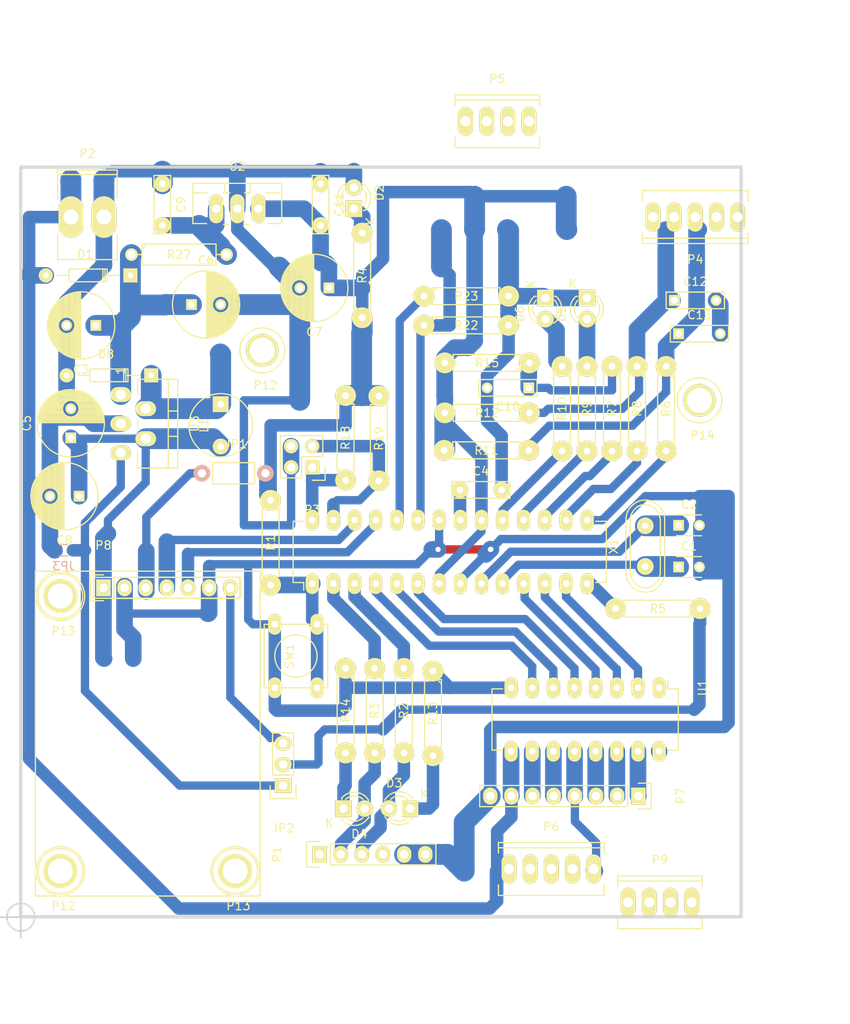
<source format=kicad_pcb>
(kicad_pcb (version 4) (host pcbnew 4.0.1-stable)

  (general
    (links 137)
    (no_connects 24)
    (area 83.809839 72.809099 170.690541 163.189921)
    (thickness 1.6002)
    (drawings 14)
    (tracks 454)
    (zones 0)
    (modules 65)
    (nets 53)
  )

  (page A4)
  (title_block
    (title gsmControl)
    (rev 3)
    (company popai-home)
  )

  (layers
    (0 Front jumper)
    (31 Back signal)
    (33 F.Adhes user)
    (35 F.Paste user)
    (37 F.SilkS user)
    (39 F.Mask user)
    (40 Dwgs.User user)
    (41 Cmts.User user)
    (42 Eco1.User user)
    (43 Eco2.User user)
    (44 Edge.Cuts user)
    (45 Margin user)
    (47 F.CrtYd user)
    (49 F.Fab user)
  )

  (setup
    (last_trace_width 1)
    (user_trace_width 1.00076)
    (user_trace_width 1.50114)
    (user_trace_width 1.99898)
    (user_trace_width 2.49936)
    (trace_clearance 0.254)
    (zone_clearance 1)
    (zone_45_only no)
    (trace_min 0.2032)
    (segment_width 0.381)
    (edge_width 0.381)
    (via_size 0.889)
    (via_drill 0.635)
    (via_min_size 0.889)
    (via_min_drill 0.508)
    (uvia_size 0.508)
    (uvia_drill 0.127)
    (uvias_allowed no)
    (uvia_min_size 0.508)
    (uvia_min_drill 0.127)
    (pcb_text_width 0.3048)
    (pcb_text_size 1.524 2.032)
    (mod_edge_width 0.381)
    (mod_text_size 1.524 1.524)
    (mod_text_width 0.3048)
    (pad_size 3.937 3.937)
    (pad_drill 3)
    (pad_to_mask_clearance 0.254)
    (aux_axis_origin 84 163)
    (visible_elements 7FFFFFFF)
    (pcbplotparams
      (layerselection 0x00000_80000000)
      (usegerberextensions false)
      (excludeedgelayer true)
      (linewidth 0.150000)
      (plotframeref false)
      (viasonmask false)
      (mode 1)
      (useauxorigin false)
      (hpglpennumber 1)
      (hpglpenspeed 20)
      (hpglpendiameter 15)
      (hpglpenoverlay 0)
      (psnegative false)
      (psa4output false)
      (plotreference false)
      (plotvalue false)
      (plotinvisibletext false)
      (padsonsilk false)
      (subtractmaskfromsilk false)
      (outputformat 4)
      (mirror false)
      (drillshape 1)
      (scaleselection 1)
      (outputdirectory D:/Dev/src/KiCad_prj/GSM_SMS/sim800Lv2/))
  )

  (net 0 "")
  (net 1 +12V)
  (net 2 +5V)
  (net 3 GND)
  (net 4 VCC)
  (net 5 "Net-(C1-Pad1)")
  (net 6 "Net-(C2-Pad1)")
  (net 7 "Net-(C4-Pad1)")
  (net 8 "Net-(C9-Pad2)")
  (net 9 "Net-(D2-Pad1)")
  (net 10 "Net-(D3-Pad1)")
  (net 11 "Net-(D3-Pad2)")
  (net 12 "Net-(D4-Pad1)")
  (net 13 "Net-(D4-Pad2)")
  (net 14 "Net-(D5-Pad2)")
  (net 15 "Net-(D6-Pad2)")
  (net 16 "Net-(D8-Pad1)")
  (net 17 "Net-(IC1-Pad1)")
  (net 18 "Net-(IC1-Pad2)")
  (net 19 "Net-(IC1-Pad3)")
  (net 20 "Net-(IC1-Pad4)")
  (net 21 "Net-(IC1-Pad5)")
  (net 22 "Net-(IC1-Pad6)")
  (net 23 "Net-(IC1-Pad11)")
  (net 24 "Net-(IC1-Pad12)")
  (net 25 "Net-(IC1-Pad13)")
  (net 26 "Net-(IC1-Pad14)")
  (net 27 "Net-(IC1-Pad15)")
  (net 28 "Net-(IC1-Pad16)")
  (net 29 "Net-(IC1-Pad17)")
  (net 30 "Net-(IC1-Pad18)")
  (net 31 "Net-(IC1-Pad19)")
  (net 32 "Net-(IC1-Pad23)")
  (net 33 "Net-(IC1-Pad24)")
  (net 34 "Net-(IC1-Pad25)")
  (net 35 "Net-(IC1-Pad26)")
  (net 36 "Net-(IC1-Pad27)")
  (net 37 "Net-(IC1-Pad28)")
  (net 38 "Net-(P6-Pad3)")
  (net 39 "Net-(P6-Pad4)")
  (net 40 "Net-(P7-Pad2)")
  (net 41 "Net-(P9-Pad4)")
  (net 42 VEE)
  (net 43 "Net-(P6-Pad5)")
  (net 44 "Net-(P7-Pad3)")
  (net 45 "Net-(P7-Pad1)")
  (net 46 "Net-(C10-Pad1)")
  (net 47 "Net-(C12-Pad1)")
  (net 48 "Net-(C13-Pad1)")
  (net 49 "Net-(JP1-Pad1)")
  (net 50 "Net-(JP2-Pad1)")
  (net 51 "Net-(JP2-Pad2)")
  (net 52 "Net-(JP2-Pad3)")

  (net_class Default "This is the default net class."
    (clearance 0.254)
    (trace_width 1)
    (via_dia 0.889)
    (via_drill 0.635)
    (uvia_dia 0.508)
    (uvia_drill 0.127)
    (add_net "Net-(C1-Pad1)")
    (add_net "Net-(C10-Pad1)")
    (add_net "Net-(C12-Pad1)")
    (add_net "Net-(C13-Pad1)")
    (add_net "Net-(C2-Pad1)")
    (add_net "Net-(C4-Pad1)")
    (add_net "Net-(C9-Pad2)")
    (add_net "Net-(D2-Pad1)")
    (add_net "Net-(D3-Pad1)")
    (add_net "Net-(D3-Pad2)")
    (add_net "Net-(D4-Pad1)")
    (add_net "Net-(D4-Pad2)")
    (add_net "Net-(D5-Pad2)")
    (add_net "Net-(D6-Pad2)")
    (add_net "Net-(D8-Pad1)")
    (add_net "Net-(IC1-Pad1)")
    (add_net "Net-(IC1-Pad11)")
    (add_net "Net-(IC1-Pad12)")
    (add_net "Net-(IC1-Pad13)")
    (add_net "Net-(IC1-Pad14)")
    (add_net "Net-(IC1-Pad15)")
    (add_net "Net-(IC1-Pad16)")
    (add_net "Net-(IC1-Pad17)")
    (add_net "Net-(IC1-Pad18)")
    (add_net "Net-(IC1-Pad19)")
    (add_net "Net-(IC1-Pad2)")
    (add_net "Net-(IC1-Pad23)")
    (add_net "Net-(IC1-Pad24)")
    (add_net "Net-(IC1-Pad25)")
    (add_net "Net-(IC1-Pad26)")
    (add_net "Net-(IC1-Pad27)")
    (add_net "Net-(IC1-Pad28)")
    (add_net "Net-(IC1-Pad3)")
    (add_net "Net-(IC1-Pad4)")
    (add_net "Net-(IC1-Pad5)")
    (add_net "Net-(IC1-Pad6)")
    (add_net "Net-(JP1-Pad1)")
    (add_net "Net-(JP2-Pad1)")
    (add_net "Net-(JP2-Pad2)")
    (add_net "Net-(JP2-Pad3)")
    (add_net "Net-(P6-Pad3)")
    (add_net "Net-(P6-Pad4)")
    (add_net "Net-(P6-Pad5)")
    (add_net "Net-(P7-Pad1)")
    (add_net "Net-(P7-Pad2)")
    (add_net "Net-(P7-Pad3)")
    (add_net "Net-(P9-Pad4)")
    (add_net VCC)
    (add_net VEE)
  )

  (net_class 1.5 ""
    (clearance 0.254)
    (trace_width 1.5)
    (via_dia 0.889)
    (via_drill 0.635)
    (uvia_dia 0.508)
    (uvia_drill 0.127)
    (add_net +5V)
  )

  (net_class 2 ""
    (clearance 0.254)
    (trace_width 2)
    (via_dia 0.889)
    (via_drill 0.635)
    (uvia_dia 0.508)
    (uvia_drill 0.127)
    (add_net GND)
  )

  (net_class 2.5 ""
    (clearance 0.254)
    (trace_width 2.5)
    (via_dia 0.889)
    (via_drill 0.635)
    (uvia_dia 0.508)
    (uvia_drill 0.127)
    (add_net +12V)
  )

  (module Muonde:TROU (layer Front) (tedit 0) (tstamp 56B5A3FD)
    (at 88.75 124.5)
    (path /561E640E)
    (fp_text reference P13 (at 0.381 4.191) (layer F.SilkS)
      (effects (font (size 1 1) (thickness 0.15)))
    )
    (fp_text value CONN_01X01 (at 0 0) (layer F.Fab)
      (effects (font (size 1 1) (thickness 0.15)))
    )
    (fp_circle (center 0 0) (end 1.905 1.905) (layer F.SilkS) (width 0.15))
    (pad "" thru_hole circle (at 0 0) (size 3.937 3.937) (drill 3) (layers *.Cu *.Mask F.SilkS))
  )

  (module Muonde:TROU (layer Front) (tedit 0) (tstamp 561E6EF7)
    (at 113 95)
    (path /561E5D1B)
    (fp_text reference P12 (at 0.381 4.191) (layer F.SilkS)
      (effects (font (size 1 1) (thickness 0.15)))
    )
    (fp_text value CONN_01X01 (at 0 0) (layer F.Fab)
      (effects (font (size 1 1) (thickness 0.15)))
    )
    (fp_circle (center 0 0) (end 1.905 1.905) (layer F.SilkS) (width 0.15))
    (pad "" thru_hole circle (at 0 0) (size 3.937 3.937) (drill 3) (layers *.Cu *.Mask F.SilkS))
  )

  (module TO_SOT_Packages_THT:Pentawatt_Neutral_Staggered_Verical_TO220-5-T05D (layer Front) (tedit 0) (tstamp 561D2BE6)
    (at 99.8001 103.80086 270)
    (descr "Pentawatt, Neutral, Staggered, Verical, TO220-5, T05D,")
    (tags "Pentawatt, Neutral, Staggered, Verical, TO220-5, T05D,")
    (path /561D2B42)
    (fp_text reference U3 (at 0 -5.08 270) (layer F.SilkS)
      (effects (font (size 1 1) (thickness 0.15)))
    )
    (fp_text value LM2576T-5 (at 0.19914 -2.1999 270) (layer F.Fab)
      (effects (font (size 1 1) (thickness 0.15)))
    )
    (fp_text user 1 (at -6.35 3.81 270) (layer F.SilkS)
      (effects (font (size 1 1) (thickness 0.15)))
    )
    (fp_line (start 3.302 1.778) (end 5.334 1.778) (layer F.SilkS) (width 0.15))
    (fp_line (start -0.508 1.778) (end 0.508 1.778) (layer F.SilkS) (width 0.15))
    (fp_line (start -5.334 1.778) (end -3.429 1.778) (layer F.SilkS) (width 0.15))
    (fp_line (start -1.524 -3.048) (end -1.524 -1.905) (layer F.SilkS) (width 0.15))
    (fp_line (start 1.524 -3.048) (end 1.524 -1.905) (layer F.SilkS) (width 0.15))
    (fp_line (start 5.334 -1.905) (end 5.334 1.778) (layer F.SilkS) (width 0.15))
    (fp_line (start -5.334 1.778) (end -5.334 -1.905) (layer F.SilkS) (width 0.15))
    (fp_line (start 5.334 -3.048) (end 5.334 -1.905) (layer F.SilkS) (width 0.15))
    (fp_line (start 5.334 -1.905) (end -5.334 -1.905) (layer F.SilkS) (width 0.15))
    (fp_line (start -5.334 -1.905) (end -5.334 -3.048) (layer F.SilkS) (width 0.15))
    (fp_line (start 0 -3.048) (end -5.334 -3.048) (layer F.SilkS) (width 0.15))
    (fp_line (start 0 -3.048) (end 5.334 -3.048) (layer F.SilkS) (width 0.15))
    (pad 3 thru_hole oval (at 0 3.79984) (size 2.49936 1.80086) (drill 1.19888) (layers *.Cu *.Mask F.SilkS)
      (net 3 GND))
    (pad 1 thru_hole oval (at -3.50012 3.79984) (size 2.49936 1.80086) (drill 1.19888) (layers *.Cu *.Mask F.SilkS)
      (net 1 +12V))
    (pad 5 thru_hole oval (at 3.50012 3.79984) (size 2.49936 1.80086) (drill 1.19888) (layers *.Cu *.Mask F.SilkS)
      (net 50 "Net-(JP2-Pad1)"))
    (pad 4 thru_hole oval (at 1.80086 0.8001) (size 2.49936 1.80086) (drill 1.19888) (layers *.Cu *.Mask F.SilkS)
      (net 42 VEE))
    (pad 2 thru_hole oval (at -1.80086 0.8001) (size 2.49936 1.80086) (drill 1.19888) (layers *.Cu *.Mask F.SilkS)
      (net 16 "Net-(D8-Pad1)"))
    (model TO_SOT_Packages_THT.3dshapes/Pentawatt_Neutral_Staggered_Verical_TO220-5-T05D.wrl
      (at (xyz 0 0 0))
      (scale (xyz 0.3937 0.3937 0.3937))
      (rotate (xyz 0 0 0))
    )
  )

  (module Discret:R4 (layer Front) (tedit 0) (tstamp 55EDA654)
    (at 160.5 126 180)
    (descr "Resitance 4 pas")
    (tags R)
    (path /50FF9E85)
    (fp_text reference R5 (at 0 0 180) (layer F.SilkS)
      (effects (font (size 1 1) (thickness 0.15)))
    )
    (fp_text value 4K7 (at -0.5 0 180) (layer F.Fab)
      (effects (font (size 1 1) (thickness 0.15)))
    )
    (fp_line (start -5.08 0) (end -4.064 0) (layer F.SilkS) (width 0.15))
    (fp_line (start -4.064 0) (end -4.064 -1.016) (layer F.SilkS) (width 0.15))
    (fp_line (start -4.064 -1.016) (end 4.064 -1.016) (layer F.SilkS) (width 0.15))
    (fp_line (start 4.064 -1.016) (end 4.064 1.016) (layer F.SilkS) (width 0.15))
    (fp_line (start 4.064 1.016) (end -4.064 1.016) (layer F.SilkS) (width 0.15))
    (fp_line (start -4.064 1.016) (end -4.064 0) (layer F.SilkS) (width 0.15))
    (fp_line (start -4.064 -0.508) (end -3.556 -1.016) (layer F.SilkS) (width 0.15))
    (fp_line (start 5.08 0) (end 4.064 0) (layer F.SilkS) (width 0.15))
    (pad 1 thru_hole circle (at -5.08 0 180) (size 2.5 2.5) (drill 0.8128) (layers *.Cu *.Mask F.SilkS)
      (net 51 "Net-(JP2-Pad2)"))
    (pad 2 thru_hole circle (at 5.08 0 180) (size 2.5 2.5) (drill 0.8128) (layers *.Cu *.Mask F.SilkS)
      (net 26 "Net-(IC1-Pad14)"))
    (model Discret.3dshapes/R4.wrl
      (at (xyz 0 0 0))
      (scale (xyz 0.4 0.4 0.4))
      (rotate (xyz 0 0 0))
    )
  )

  (module Discret:R4 (layer Front) (tedit 0) (tstamp 55EDA695)
    (at 123 105.5 90)
    (descr "Resitance 4 pas")
    (tags R)
    (path /5100FD96)
    (fp_text reference R18 (at 0 0 90) (layer F.SilkS)
      (effects (font (size 1 1) (thickness 0.15)))
    )
    (fp_text value 10K (at 0 0 90) (layer F.Fab)
      (effects (font (size 1 1) (thickness 0.15)))
    )
    (fp_line (start -5.08 0) (end -4.064 0) (layer F.SilkS) (width 0.15))
    (fp_line (start -4.064 0) (end -4.064 -1.016) (layer F.SilkS) (width 0.15))
    (fp_line (start -4.064 -1.016) (end 4.064 -1.016) (layer F.SilkS) (width 0.15))
    (fp_line (start 4.064 -1.016) (end 4.064 1.016) (layer F.SilkS) (width 0.15))
    (fp_line (start 4.064 1.016) (end -4.064 1.016) (layer F.SilkS) (width 0.15))
    (fp_line (start -4.064 1.016) (end -4.064 0) (layer F.SilkS) (width 0.15))
    (fp_line (start -4.064 -0.508) (end -3.556 -1.016) (layer F.SilkS) (width 0.15))
    (fp_line (start 5.08 0) (end 4.064 0) (layer F.SilkS) (width 0.15))
    (pad 1 thru_hole circle (at -5.08 0 90) (size 2.5 2.5) (drill 0.8128) (layers *.Cu *.Mask F.SilkS)
      (net 37 "Net-(IC1-Pad28)"))
    (pad 2 thru_hole circle (at 5.08 0 90) (size 2.5 2.5) (drill 0.8128) (layers *.Cu *.Mask F.SilkS)
      (net 2 +5V))
    (model Discret.3dshapes/R4.wrl
      (at (xyz 0 0 0))
      (scale (xyz 0.4 0.4 0.4))
      (rotate (xyz 0 0 0))
    )
  )

  (module Discret:R4 (layer Front) (tedit 0) (tstamp 55EDA64A)
    (at 126.5 138.25 270)
    (descr "Resitance 4 pas")
    (tags R)
    (path /50FFA402)
    (fp_text reference R3 (at 0 0 270) (layer F.SilkS)
      (effects (font (size 1 1) (thickness 0.15)))
    )
    (fp_text value 270R (at 0 0 270) (layer F.Fab)
      (effects (font (size 1 1) (thickness 0.15)))
    )
    (fp_line (start -5.08 0) (end -4.064 0) (layer F.SilkS) (width 0.15))
    (fp_line (start -4.064 0) (end -4.064 -1.016) (layer F.SilkS) (width 0.15))
    (fp_line (start -4.064 -1.016) (end 4.064 -1.016) (layer F.SilkS) (width 0.15))
    (fp_line (start 4.064 -1.016) (end 4.064 1.016) (layer F.SilkS) (width 0.15))
    (fp_line (start 4.064 1.016) (end -4.064 1.016) (layer F.SilkS) (width 0.15))
    (fp_line (start -4.064 1.016) (end -4.064 0) (layer F.SilkS) (width 0.15))
    (fp_line (start -4.064 -0.508) (end -3.556 -1.016) (layer F.SilkS) (width 0.15))
    (fp_line (start 5.08 0) (end 4.064 0) (layer F.SilkS) (width 0.15))
    (pad 1 thru_hole circle (at -5.08 0 270) (size 2.5 2.5) (drill 0.8128) (layers *.Cu *.Mask F.SilkS)
      (net 18 "Net-(IC1-Pad2)"))
    (pad 2 thru_hole circle (at 5.08 0 270) (size 2.5 2.5) (drill 0.8128) (layers *.Cu *.Mask F.SilkS)
      (net 13 "Net-(D4-Pad2)"))
    (model Discret.3dshapes/R4.wrl
      (at (xyz 0 0 0))
      (scale (xyz 0.4 0.4 0.4))
      (rotate (xyz 0 0 0))
    )
  )

  (module LEDs:LED-3MM (layer Front) (tedit 559B82F6) (tstamp 55EDA5AD)
    (at 122.75 150)
    (descr "LED 3mm round vertical")
    (tags "LED  3mm round vertical")
    (path /4C316F15)
    (fp_text reference D4 (at 1.91 3.06) (layer F.SilkS)
      (effects (font (size 1 1) (thickness 0.15)))
    )
    (fp_text value LED (at 1.3 -2.9) (layer F.Fab)
      (effects (font (size 1 1) (thickness 0.15)))
    )
    (fp_line (start -1.2 2.3) (end 3.8 2.3) (layer F.CrtYd) (width 0.05))
    (fp_line (start 3.8 2.3) (end 3.8 -2.2) (layer F.CrtYd) (width 0.05))
    (fp_line (start 3.8 -2.2) (end -1.2 -2.2) (layer F.CrtYd) (width 0.05))
    (fp_line (start -1.2 -2.2) (end -1.2 2.3) (layer F.CrtYd) (width 0.05))
    (fp_line (start -0.199 1.314) (end -0.199 1.114) (layer F.SilkS) (width 0.15))
    (fp_line (start -0.199 -1.28) (end -0.199 -1.1) (layer F.SilkS) (width 0.15))
    (fp_arc (start 1.301 0.034) (end -0.199 -1.286) (angle 108.5) (layer F.SilkS) (width 0.15))
    (fp_arc (start 1.301 0.034) (end 0.25 -1.1) (angle 85.7) (layer F.SilkS) (width 0.15))
    (fp_arc (start 1.311 0.034) (end 3.051 0.994) (angle 110) (layer F.SilkS) (width 0.15))
    (fp_arc (start 1.301 0.034) (end 2.335 1.094) (angle 87.5) (layer F.SilkS) (width 0.15))
    (fp_text user K (at -1.69 1.74) (layer F.SilkS)
      (effects (font (size 1 1) (thickness 0.15)))
    )
    (pad 1 thru_hole rect (at 0 0 90) (size 2 2) (drill 1.00076) (layers *.Cu *.Mask F.SilkS)
      (net 12 "Net-(D4-Pad1)"))
    (pad 2 thru_hole circle (at 2.54 0) (size 2 2) (drill 1.00076) (layers *.Cu *.Mask F.SilkS)
      (net 13 "Net-(D4-Pad2)"))
    (model LEDs.3dshapes/LED-3MM.wrl
      (at (xyz 0.05 0 0))
      (scale (xyz 1 1 1))
      (rotate (xyz 0 0 90))
    )
  )

  (module Transistors_TO-220:TO-220_Neutral123_Vertical_LargePads (layer Front) (tedit 55F2D30B) (tstamp 55EDA6E1)
    (at 110 78)
    (descr "TO-220, Neutral, Vertical, Large Pads,")
    (tags "TO-220, Neutral, Vertical, Large Pads,")
    (path /4C316D40)
    (fp_text reference U2 (at 0 -5.08) (layer F.SilkS)
      (effects (font (size 1 1) (thickness 0.15)))
    )
    (fp_text value 78L05 (at 0 3.81) (layer F.Fab)
      (effects (font (size 1 1) (thickness 0.15)))
    )
    (fp_line (start 5.334 -1.905) (end 3.429 -1.905) (layer F.SilkS) (width 0.15))
    (fp_line (start 0.889 -1.905) (end 1.651 -1.905) (layer F.SilkS) (width 0.15))
    (fp_line (start -1.524 -1.905) (end -1.651 -1.905) (layer F.SilkS) (width 0.15))
    (fp_line (start -1.524 -1.905) (end -0.889 -1.905) (layer F.SilkS) (width 0.15))
    (fp_line (start -5.334 -1.905) (end -3.556 -1.905) (layer F.SilkS) (width 0.15))
    (fp_line (start -5.334 1.778) (end -3.683 1.778) (layer F.SilkS) (width 0.15))
    (fp_line (start -1.016 1.905) (end -1.651 1.905) (layer F.SilkS) (width 0.15))
    (fp_line (start 1.524 1.905) (end 0.889 1.905) (layer F.SilkS) (width 0.15))
    (fp_line (start 5.334 1.778) (end 3.683 1.778) (layer F.SilkS) (width 0.15))
    (fp_line (start -1.524 -3.048) (end -1.524 -1.905) (layer F.SilkS) (width 0.15))
    (fp_line (start 1.524 -3.048) (end 1.524 -1.905) (layer F.SilkS) (width 0.15))
    (fp_line (start 5.334 -1.905) (end 5.334 1.778) (layer F.SilkS) (width 0.15))
    (fp_line (start -5.334 1.778) (end -5.334 -1.905) (layer F.SilkS) (width 0.15))
    (fp_line (start 5.334 -3.048) (end 5.334 -1.905) (layer F.SilkS) (width 0.15))
    (fp_line (start -5.334 -1.905) (end -5.334 -3.048) (layer F.SilkS) (width 0.15))
    (fp_line (start 0 -3.048) (end -5.334 -3.048) (layer F.SilkS) (width 0.15))
    (fp_line (start 0 -3.048) (end 5.334 -3.048) (layer F.SilkS) (width 0.15))
    (pad GND thru_hole oval (at 0 0 90) (size 3.50012 1.69926) (drill 1.00076) (layers *.Cu *.Mask F.SilkS)
      (net 3 GND))
    (pad VI thru_hole oval (at -2.54 0 90) (size 3.50012 1.69926) (drill 1.00076) (layers *.Cu *.Mask F.SilkS)
      (net 8 "Net-(C9-Pad2)"))
    (pad VO thru_hole oval (at 2.54 0 90) (size 3.50012 1.69926) (drill 1.00076) (layers *.Cu *.Mask F.SilkS)
      (net 2 +5V))
    (model Transistors_TO-220.3dshapes/TO-220_Neutral123_Vertical_LargePads.wrl
      (at (xyz 0 0 0))
      (scale (xyz 0.3937 0.3937 0.3937))
      (rotate (xyz 0 0 0))
    )
  )

  (module Housings_DIP:DIP-28_W7.62mm (layer Front) (tedit 55F46A9A) (tstamp 55EDA5C6)
    (at 119 123 90)
    (descr "28-lead dip package, row spacing 7.62 mm (300 mils)")
    (tags "dil dip 2.54 300")
    (path /55E7FB24)
    (fp_text reference IC1 (at 0 -5.22 90) (layer F.SilkS)
      (effects (font (size 1 1) (thickness 0.15)))
    )
    (fp_text value ATMEGA328-P (at 0 -3.72 90) (layer F.Fab)
      (effects (font (size 1 1) (thickness 0.15)))
    )
    (fp_line (start -1.05 -2.45) (end -1.05 35.5) (layer F.CrtYd) (width 0.05))
    (fp_line (start 8.65 -2.45) (end 8.65 35.5) (layer F.CrtYd) (width 0.05))
    (fp_line (start -1.05 -2.45) (end 8.65 -2.45) (layer F.CrtYd) (width 0.05))
    (fp_line (start -1.05 35.5) (end 8.65 35.5) (layer F.CrtYd) (width 0.05))
    (fp_line (start 0.135 -2.295) (end 0.135 -1.025) (layer F.SilkS) (width 0.15))
    (fp_line (start 7.485 -2.295) (end 7.485 -1.025) (layer F.SilkS) (width 0.15))
    (fp_line (start 7.485 35.315) (end 7.485 34.045) (layer F.SilkS) (width 0.15))
    (fp_line (start 0.135 35.315) (end 0.135 34.045) (layer F.SilkS) (width 0.15))
    (fp_line (start 0.135 -2.295) (end 7.485 -2.295) (layer F.SilkS) (width 0.15))
    (fp_line (start 0.135 35.315) (end 7.485 35.315) (layer F.SilkS) (width 0.15))
    (fp_line (start 0.135 -1.025) (end -0.8 -1.025) (layer F.SilkS) (width 0.15))
    (pad 1 thru_hole oval (at 0 0 90) (size 2.5 1.6) (drill 0.8) (layers *.Cu *.Mask F.SilkS)
      (net 17 "Net-(IC1-Pad1)"))
    (pad 2 thru_hole oval (at 0 2.54 90) (size 2.5 1.6) (drill 0.8) (layers *.Cu *.Mask F.SilkS)
      (net 18 "Net-(IC1-Pad2)"))
    (pad 3 thru_hole oval (at 0 5.08 90) (size 2.5 1.6) (drill 0.8) (layers *.Cu *.Mask F.SilkS)
      (net 19 "Net-(IC1-Pad3)"))
    (pad 4 thru_hole oval (at 0 7.62 90) (size 2.5 1.6) (drill 0.8) (layers *.Cu *.Mask F.SilkS)
      (net 20 "Net-(IC1-Pad4)"))
    (pad 5 thru_hole oval (at 0 10.16 90) (size 2.5 1.6) (drill 0.8) (layers *.Cu *.Mask F.SilkS)
      (net 21 "Net-(IC1-Pad5)"))
    (pad 6 thru_hole oval (at 0 12.7 90) (size 2.5 1.6) (drill 0.8) (layers *.Cu *.Mask F.SilkS)
      (net 22 "Net-(IC1-Pad6)"))
    (pad 7 thru_hole oval (at 0 15.24 90) (size 2.5 1.6) (drill 0.8) (layers *.Cu *.Mask F.SilkS)
      (net 2 +5V))
    (pad 8 thru_hole oval (at 0 17.78 90) (size 2.5 1.6) (drill 0.8) (layers *.Cu *.Mask F.SilkS)
      (net 3 GND))
    (pad 9 thru_hole oval (at 0 20.32 90) (size 2.5 1.6) (drill 0.8) (layers *.Cu *.Mask F.SilkS)
      (net 6 "Net-(C2-Pad1)"))
    (pad 10 thru_hole oval (at 0 22.86 90) (size 2.5 1.6) (drill 0.8) (layers *.Cu *.Mask F.SilkS)
      (net 5 "Net-(C1-Pad1)"))
    (pad 11 thru_hole oval (at 0 25.4 90) (size 2.5 1.6) (drill 0.8) (layers *.Cu *.Mask F.SilkS)
      (net 23 "Net-(IC1-Pad11)"))
    (pad 12 thru_hole oval (at 0 27.94 90) (size 2.5 1.6) (drill 0.8) (layers *.Cu *.Mask F.SilkS)
      (net 24 "Net-(IC1-Pad12)"))
    (pad 13 thru_hole oval (at 0 30.48 90) (size 2.5 1.6) (drill 0.8) (layers *.Cu *.Mask F.SilkS)
      (net 25 "Net-(IC1-Pad13)"))
    (pad 14 thru_hole oval (at 0 33.02 90) (size 2.5 1.6) (drill 0.8) (layers *.Cu *.Mask F.SilkS)
      (net 26 "Net-(IC1-Pad14)"))
    (pad 15 thru_hole oval (at 7.62 33.02 90) (size 2.5 1.6) (drill 0.8) (layers *.Cu *.Mask F.SilkS)
      (net 27 "Net-(IC1-Pad15)"))
    (pad 16 thru_hole oval (at 7.62 30.48 90) (size 2.5 1.6) (drill 0.8) (layers *.Cu *.Mask F.SilkS)
      (net 28 "Net-(IC1-Pad16)"))
    (pad 17 thru_hole oval (at 7.62 27.94 90) (size 2.5 1.6) (drill 0.8) (layers *.Cu *.Mask F.SilkS)
      (net 29 "Net-(IC1-Pad17)"))
    (pad 18 thru_hole oval (at 7.62 25.4 90) (size 2.5 1.6) (drill 0.8) (layers *.Cu *.Mask F.SilkS)
      (net 30 "Net-(IC1-Pad18)"))
    (pad 19 thru_hole oval (at 7.62 22.86 90) (size 2.5 1.6) (drill 0.8) (layers *.Cu *.Mask F.SilkS)
      (net 31 "Net-(IC1-Pad19)"))
    (pad 20 thru_hole oval (at 7.62 20.32 90) (size 2.5 1.6) (drill 0.8) (layers *.Cu *.Mask F.SilkS)
      (net 2 +5V))
    (pad 21 thru_hole oval (at 7.62 17.78 90) (size 2.5 1.6) (drill 0.8) (layers *.Cu *.Mask F.SilkS)
      (net 7 "Net-(C4-Pad1)"))
    (pad 22 thru_hole oval (at 7.62 15.24 90) (size 2.5 1.6) (drill 0.8) (layers *.Cu *.Mask F.SilkS)
      (net 3 GND))
    (pad 23 thru_hole oval (at 7.62 12.7 90) (size 2.5 1.6) (drill 0.8) (layers *.Cu *.Mask F.SilkS)
      (net 32 "Net-(IC1-Pad23)"))
    (pad 24 thru_hole oval (at 7.62 10.16 90) (size 2.5 1.6) (drill 0.8) (layers *.Cu *.Mask F.SilkS)
      (net 33 "Net-(IC1-Pad24)"))
    (pad 25 thru_hole oval (at 7.62 7.62 90) (size 2.5 1.6) (drill 0.8) (layers *.Cu *.Mask F.SilkS)
      (net 34 "Net-(IC1-Pad25)"))
    (pad 26 thru_hole oval (at 7.62 5.08 90) (size 2.5 1.6) (drill 0.8) (layers *.Cu *.Mask F.SilkS)
      (net 35 "Net-(IC1-Pad26)"))
    (pad 27 thru_hole oval (at 7.62 2.54 90) (size 2.5 1.6) (drill 0.8) (layers *.Cu *.Mask F.SilkS)
      (net 36 "Net-(IC1-Pad27)"))
    (pad 28 thru_hole oval (at 7.62 0 90) (size 2.5 1.6) (drill 0.8) (layers *.Cu *.Mask F.SilkS)
      (net 37 "Net-(IC1-Pad28)"))
    (model Housings_DIP.3dshapes/DIP-28_W7.62mm.wrl
      (at (xyz 0 0 0))
      (scale (xyz 1 1 1))
      (rotate (xyz 0 0 0))
    )
  )

  (module Capacitors_ThroughHole:C_Rect_L7_W2_P5 (layer Front) (tedit 55F52594) (tstamp 55EDA570)
    (at 136.75 111.75)
    (descr "Film Capacitor Length 7 x Width 2mm, Pitch 5mm")
    (tags Capacitor)
    (path /5100FA2C)
    (fp_text reference C4 (at 2.5 -2.25) (layer F.SilkS)
      (effects (font (size 1 1) (thickness 0.15)))
    )
    (fp_text value 100nF (at 2.5 2.5) (layer F.Fab)
      (effects (font (size 1 1) (thickness 0.15)))
    )
    (fp_line (start -1.25 -1.25) (end 6.25 -1.25) (layer F.CrtYd) (width 0.05))
    (fp_line (start 6.25 -1.25) (end 6.25 1.25) (layer F.CrtYd) (width 0.05))
    (fp_line (start 6.25 1.25) (end -1.25 1.25) (layer F.CrtYd) (width 0.05))
    (fp_line (start -1.25 1.25) (end -1.25 -1.25) (layer F.CrtYd) (width 0.05))
    (fp_line (start -1 -1) (end 6 -1) (layer F.SilkS) (width 0.15))
    (fp_line (start 6 -1) (end 6 1) (layer F.SilkS) (width 0.15))
    (fp_line (start 6 1) (end -1 1) (layer F.SilkS) (width 0.15))
    (fp_line (start -1 1) (end -1 -1) (layer F.SilkS) (width 0.15))
    (pad 1 thru_hole circle (at 0 0) (size 2 2) (drill 0.8) (layers *.Cu *.Mask F.SilkS)
      (net 7 "Net-(C4-Pad1)"))
    (pad 2 thru_hole circle (at 5 0) (size 2 2) (drill 0.8) (layers *.Cu *.Mask F.SilkS)
      (net 3 GND))
    (model Capacitors_ThroughHole.3dshapes/C_Rect_L7_W2_P5.wrl
      (at (xyz 0.098425 0 0))
      (scale (xyz 1 1 1))
      (rotate (xyz 0 0 0))
    )
  )

  (module Capacitors_ThroughHole:C_Rect_L7_W2_P5 (layer Front) (tedit 0) (tstamp 55EDA589)
    (at 101 75 270)
    (descr "Film Capacitor Length 7 x Width 2mm, Pitch 5mm")
    (tags Capacitor)
    (path /513A3C77)
    (fp_text reference C9 (at 2.5 -2.25 270) (layer F.SilkS)
      (effects (font (size 1 1) (thickness 0.15)))
    )
    (fp_text value 330nF (at 2.5 2.5 270) (layer F.Fab)
      (effects (font (size 1 1) (thickness 0.15)))
    )
    (fp_line (start -1.25 -1.25) (end 6.25 -1.25) (layer F.CrtYd) (width 0.05))
    (fp_line (start 6.25 -1.25) (end 6.25 1.25) (layer F.CrtYd) (width 0.05))
    (fp_line (start 6.25 1.25) (end -1.25 1.25) (layer F.CrtYd) (width 0.05))
    (fp_line (start -1.25 1.25) (end -1.25 -1.25) (layer F.CrtYd) (width 0.05))
    (fp_line (start -1 -1) (end 6 -1) (layer F.SilkS) (width 0.15))
    (fp_line (start 6 -1) (end 6 1) (layer F.SilkS) (width 0.15))
    (fp_line (start 6 1) (end -1 1) (layer F.SilkS) (width 0.15))
    (fp_line (start -1 1) (end -1 -1) (layer F.SilkS) (width 0.15))
    (pad 1 thru_hole circle (at 0 0 270) (size 2 2) (drill 0.8) (layers *.Cu *.Mask F.SilkS)
      (net 3 GND))
    (pad 2 thru_hole circle (at 5 0 270) (size 2 2) (drill 0.8) (layers *.Cu *.Mask F.SilkS)
      (net 8 "Net-(C9-Pad2)"))
    (model Capacitors_ThroughHole.3dshapes/C_Rect_L7_W2_P5.wrl
      (at (xyz 0.098425 0 0))
      (scale (xyz 1 1 1))
      (rotate (xyz 0 0 0))
    )
  )

  (module Capacitors_ThroughHole:C_Rect_L7_W2_P5 (layer Front) (tedit 0) (tstamp 55EDA593)
    (at 120 75 270)
    (descr "Film Capacitor Length 7 x Width 2mm, Pitch 5mm")
    (tags Capacitor)
    (path /513A3C80)
    (fp_text reference C11 (at 2.5 -2.25 270) (layer F.SilkS)
      (effects (font (size 1 1) (thickness 0.15)))
    )
    (fp_text value 10nF (at 2.5 2.5 270) (layer F.Fab)
      (effects (font (size 1 1) (thickness 0.15)))
    )
    (fp_line (start -1.25 -1.25) (end 6.25 -1.25) (layer F.CrtYd) (width 0.05))
    (fp_line (start 6.25 -1.25) (end 6.25 1.25) (layer F.CrtYd) (width 0.05))
    (fp_line (start 6.25 1.25) (end -1.25 1.25) (layer F.CrtYd) (width 0.05))
    (fp_line (start -1.25 1.25) (end -1.25 -1.25) (layer F.CrtYd) (width 0.05))
    (fp_line (start -1 -1) (end 6 -1) (layer F.SilkS) (width 0.15))
    (fp_line (start 6 -1) (end 6 1) (layer F.SilkS) (width 0.15))
    (fp_line (start 6 1) (end -1 1) (layer F.SilkS) (width 0.15))
    (fp_line (start -1 1) (end -1 -1) (layer F.SilkS) (width 0.15))
    (pad 1 thru_hole circle (at 0 0 270) (size 2 2) (drill 0.8) (layers *.Cu *.Mask F.SilkS)
      (net 3 GND))
    (pad 2 thru_hole circle (at 5 0 270) (size 2 2) (drill 0.8) (layers *.Cu *.Mask F.SilkS)
      (net 2 +5V))
    (model Capacitors_ThroughHole.3dshapes/C_Rect_L7_W2_P5.wrl
      (at (xyz 0.098425 0 0))
      (scale (xyz 1 1 1))
      (rotate (xyz 0 0 0))
    )
  )

  (module Diodes_ThroughHole:Diode_DO-35_SOD27_Horizontal_RM10 (layer Front) (tedit 552FFC30) (tstamp 55EDA59E)
    (at 97.16052 85.99746 180)
    (descr "Diode, DO-35,  SOD27, Horizontal, RM 10mm")
    (tags "Diode, DO-35, SOD27, Horizontal, RM 10mm, 1N4148,")
    (path /55E84370)
    (fp_text reference D1 (at 5.43052 2.53746 180) (layer F.SilkS)
      (effects (font (size 1 1) (thickness 0.15)))
    )
    (fp_text value D (at 4.41452 -3.55854 180) (layer F.Fab)
      (effects (font (size 1 1) (thickness 0.15)))
    )
    (fp_line (start 7.36652 -0.00254) (end 8.76352 -0.00254) (layer F.SilkS) (width 0.15))
    (fp_line (start 2.92152 -0.00254) (end 1.39752 -0.00254) (layer F.SilkS) (width 0.15))
    (fp_line (start 3.30252 -0.76454) (end 3.30252 0.75946) (layer F.SilkS) (width 0.15))
    (fp_line (start 3.04852 -0.76454) (end 3.04852 0.75946) (layer F.SilkS) (width 0.15))
    (fp_line (start 2.79452 -0.00254) (end 2.79452 0.75946) (layer F.SilkS) (width 0.15))
    (fp_line (start 2.79452 0.75946) (end 7.36652 0.75946) (layer F.SilkS) (width 0.15))
    (fp_line (start 7.36652 0.75946) (end 7.36652 -0.76454) (layer F.SilkS) (width 0.15))
    (fp_line (start 7.36652 -0.76454) (end 2.79452 -0.76454) (layer F.SilkS) (width 0.15))
    (fp_line (start 2.79452 -0.76454) (end 2.79452 -0.00254) (layer F.SilkS) (width 0.15))
    (pad 2 thru_hole circle (at 10.16052 -0.00254) (size 1.69926 1.69926) (drill 0.70104) (layers *.Cu *.Mask F.SilkS)
      (net 4 VCC))
    (pad 1 thru_hole rect (at 0.00052 -0.00254) (size 1.69926 1.69926) (drill 0.70104) (layers *.Cu *.Mask F.SilkS)
      (net 1 +12V))
    (model Diodes_ThroughHole.3dshapes/Diode_DO-35_SOD27_Horizontal_RM10.wrl
      (at (xyz 0.2 0 0))
      (scale (xyz 0.4 0.4 0.4))
      (rotate (xyz 0 0 180))
    )
  )

  (module LEDs:LED-3MM (layer Front) (tedit 55F461E9) (tstamp 55EDA5A3)
    (at 124 78 90)
    (descr "LED 3mm round vertical")
    (tags "LED  3mm round vertical")
    (path /4C317AB3)
    (fp_text reference D2 (at 1.91 3.06 90) (layer F.SilkS)
      (effects (font (size 1 1) (thickness 0.15)))
    )
    (fp_text value LED (at 1.3 -2.9 90) (layer F.Fab)
      (effects (font (size 1 1) (thickness 0.15)))
    )
    (fp_line (start -1.2 2.3) (end 3.8 2.3) (layer F.CrtYd) (width 0.05))
    (fp_line (start 3.8 2.3) (end 3.8 -2.2) (layer F.CrtYd) (width 0.05))
    (fp_line (start 3.8 -2.2) (end -1.2 -2.2) (layer F.CrtYd) (width 0.05))
    (fp_line (start -1.2 -2.2) (end -1.2 2.3) (layer F.CrtYd) (width 0.05))
    (fp_line (start -0.199 1.314) (end -0.199 1.114) (layer F.SilkS) (width 0.15))
    (fp_line (start -0.199 -1.28) (end -0.199 -1.1) (layer F.SilkS) (width 0.15))
    (fp_arc (start 1.301 0.034) (end -0.199 -1.286) (angle 108.5) (layer F.SilkS) (width 0.15))
    (fp_arc (start 1.301 0.034) (end 0.25 -1.1) (angle 85.7) (layer F.SilkS) (width 0.15))
    (fp_arc (start 1.311 0.034) (end 3.051 0.994) (angle 110) (layer F.SilkS) (width 0.15))
    (fp_arc (start 1.301 0.034) (end 2.335 1.094) (angle 87.5) (layer F.SilkS) (width 0.15))
    (fp_text user K (at -1.5 2 90) (layer F.SilkS)
      (effects (font (size 1 1) (thickness 0.15)))
    )
    (pad 1 thru_hole rect (at 0 0 180) (size 2 2) (drill 1.00076) (layers *.Cu *.Mask F.SilkS)
      (net 9 "Net-(D2-Pad1)"))
    (pad 2 thru_hole circle (at 2.54 0 90) (size 2 2) (drill 1.00076) (layers *.Cu *.Mask F.SilkS)
      (net 3 GND))
    (model LEDs.3dshapes/LED-3MM.wrl
      (at (xyz 0.05 0 0))
      (scale (xyz 1 1 1))
      (rotate (xyz 0 0 90))
    )
  )

  (module LEDs:LED-3MM (layer Front) (tedit 559B82F6) (tstamp 55EDA5A8)
    (at 130.75 150 180)
    (descr "LED 3mm round vertical")
    (tags "LED  3mm round vertical")
    (path /4C316F0D)
    (fp_text reference D3 (at 1.91 3.06 180) (layer F.SilkS)
      (effects (font (size 1 1) (thickness 0.15)))
    )
    (fp_text value LED (at 1.3 -2.9 180) (layer F.Fab)
      (effects (font (size 1 1) (thickness 0.15)))
    )
    (fp_line (start -1.2 2.3) (end 3.8 2.3) (layer F.CrtYd) (width 0.05))
    (fp_line (start 3.8 2.3) (end 3.8 -2.2) (layer F.CrtYd) (width 0.05))
    (fp_line (start 3.8 -2.2) (end -1.2 -2.2) (layer F.CrtYd) (width 0.05))
    (fp_line (start -1.2 -2.2) (end -1.2 2.3) (layer F.CrtYd) (width 0.05))
    (fp_line (start -0.199 1.314) (end -0.199 1.114) (layer F.SilkS) (width 0.15))
    (fp_line (start -0.199 -1.28) (end -0.199 -1.1) (layer F.SilkS) (width 0.15))
    (fp_arc (start 1.301 0.034) (end -0.199 -1.286) (angle 108.5) (layer F.SilkS) (width 0.15))
    (fp_arc (start 1.301 0.034) (end 0.25 -1.1) (angle 85.7) (layer F.SilkS) (width 0.15))
    (fp_arc (start 1.311 0.034) (end 3.051 0.994) (angle 110) (layer F.SilkS) (width 0.15))
    (fp_arc (start 1.301 0.034) (end 2.335 1.094) (angle 87.5) (layer F.SilkS) (width 0.15))
    (fp_text user K (at -1.69 1.74 180) (layer F.SilkS)
      (effects (font (size 1 1) (thickness 0.15)))
    )
    (pad 1 thru_hole rect (at 0 0 270) (size 2 2) (drill 1.00076) (layers *.Cu *.Mask F.SilkS)
      (net 10 "Net-(D3-Pad1)"))
    (pad 2 thru_hole circle (at 2.54 0 180) (size 2 2) (drill 1.00076) (layers *.Cu *.Mask F.SilkS)
      (net 11 "Net-(D3-Pad2)"))
    (model LEDs.3dshapes/LED-3MM.wrl
      (at (xyz 0.05 0 0))
      (scale (xyz 1 1 1))
      (rotate (xyz 0 0 90))
    )
  )

  (module LEDs:LED-3MM (layer Front) (tedit 55F1A871) (tstamp 55EDA5B2)
    (at 152 88.71 270)
    (descr "LED 3mm round vertical")
    (tags "LED  3mm round vertical")
    (path /50FFA293)
    (fp_text reference D5 (at 1.91 3.06 270) (layer F.SilkS)
      (effects (font (size 1 1) (thickness 0.15)))
    )
    (fp_text value LED (at 1.3 -2.9 270) (layer F.Fab)
      (effects (font (size 1 1) (thickness 0.15)))
    )
    (fp_line (start -1.2 2.3) (end 3.8 2.3) (layer F.CrtYd) (width 0.05))
    (fp_line (start 3.8 2.3) (end 3.8 -2.2) (layer F.CrtYd) (width 0.05))
    (fp_line (start 3.8 -2.2) (end -1.2 -2.2) (layer F.CrtYd) (width 0.05))
    (fp_line (start -1.2 -2.2) (end -1.2 2.3) (layer F.CrtYd) (width 0.05))
    (fp_line (start -0.199 1.314) (end -0.199 1.114) (layer F.SilkS) (width 0.15))
    (fp_line (start -0.199 -1.28) (end -0.199 -1.1) (layer F.SilkS) (width 0.15))
    (fp_arc (start 1.301 0.034) (end -0.199 -1.286) (angle 108.5) (layer F.SilkS) (width 0.15))
    (fp_arc (start 1.301 0.034) (end 0.25 -1.1) (angle 85.7) (layer F.SilkS) (width 0.15))
    (fp_arc (start 1.311 0.034) (end 3.051 0.994) (angle 110) (layer F.SilkS) (width 0.15))
    (fp_arc (start 1.301 0.034) (end 2.335 1.094) (angle 87.5) (layer F.SilkS) (width 0.15))
    (fp_text user K (at -1.69 1.74 360) (layer F.SilkS)
      (effects (font (size 1 1) (thickness 0.15)))
    )
    (pad 1 thru_hole rect (at 0 0) (size 2 2) (drill 1.00076) (layers *.Cu *.Mask F.SilkS)
      (net 3 GND))
    (pad 2 thru_hole circle (at 2.54 0 270) (size 2 2) (drill 1.00076) (layers *.Cu *.Mask F.SilkS)
      (net 14 "Net-(D5-Pad2)"))
    (model LEDs.3dshapes/LED-3MM.wrl
      (at (xyz 0.05 0 0))
      (scale (xyz 1 1 1))
      (rotate (xyz 0 0 90))
    )
  )

  (module LEDs:LED-3MM (layer Front) (tedit 559B82F6) (tstamp 55EDA5B7)
    (at 147 88.71 270)
    (descr "LED 3mm round vertical")
    (tags "LED  3mm round vertical")
    (path /50FFA29A)
    (fp_text reference D6 (at 1.91 3.06 270) (layer F.SilkS)
      (effects (font (size 1 1) (thickness 0.15)))
    )
    (fp_text value LED (at 1.3 -2.9 270) (layer F.Fab)
      (effects (font (size 1 1) (thickness 0.15)))
    )
    (fp_line (start -1.2 2.3) (end 3.8 2.3) (layer F.CrtYd) (width 0.05))
    (fp_line (start 3.8 2.3) (end 3.8 -2.2) (layer F.CrtYd) (width 0.05))
    (fp_line (start 3.8 -2.2) (end -1.2 -2.2) (layer F.CrtYd) (width 0.05))
    (fp_line (start -1.2 -2.2) (end -1.2 2.3) (layer F.CrtYd) (width 0.05))
    (fp_line (start -0.199 1.314) (end -0.199 1.114) (layer F.SilkS) (width 0.15))
    (fp_line (start -0.199 -1.28) (end -0.199 -1.1) (layer F.SilkS) (width 0.15))
    (fp_arc (start 1.301 0.034) (end -0.199 -1.286) (angle 108.5) (layer F.SilkS) (width 0.15))
    (fp_arc (start 1.301 0.034) (end 0.25 -1.1) (angle 85.7) (layer F.SilkS) (width 0.15))
    (fp_arc (start 1.311 0.034) (end 3.051 0.994) (angle 110) (layer F.SilkS) (width 0.15))
    (fp_arc (start 1.301 0.034) (end 2.335 1.094) (angle 87.5) (layer F.SilkS) (width 0.15))
    (fp_text user K (at -1.69 1.74 270) (layer F.SilkS)
      (effects (font (size 1 1) (thickness 0.15)))
    )
    (pad 1 thru_hole rect (at 0 0) (size 2 2) (drill 1.00076) (layers *.Cu *.Mask F.SilkS)
      (net 3 GND))
    (pad 2 thru_hole circle (at 2.54 0 270) (size 2 2) (drill 1.00076) (layers *.Cu *.Mask F.SilkS)
      (net 15 "Net-(D6-Pad2)"))
    (model LEDs.3dshapes/LED-3MM.wrl
      (at (xyz 0.05 0 0))
      (scale (xyz 1 1 1))
      (rotate (xyz 0 0 90))
    )
  )

  (module Diodes_ThroughHole:Diode_DO-35_SOD27_Horizontal_RM10 (layer Front) (tedit 552FFC30) (tstamp 55EDA5C1)
    (at 99.66052 97.99746 180)
    (descr "Diode, DO-35,  SOD27, Horizontal, RM 10mm")
    (tags "Diode, DO-35, SOD27, Horizontal, RM 10mm, 1N4148,")
    (path /55EDCABB)
    (fp_text reference D8 (at 5.43052 2.53746 180) (layer F.SilkS)
      (effects (font (size 1 1) (thickness 0.15)))
    )
    (fp_text value 1N5819 (at 4.41452 -3.55854 180) (layer F.Fab)
      (effects (font (size 1 1) (thickness 0.15)))
    )
    (fp_line (start 7.36652 -0.00254) (end 8.76352 -0.00254) (layer F.SilkS) (width 0.15))
    (fp_line (start 2.92152 -0.00254) (end 1.39752 -0.00254) (layer F.SilkS) (width 0.15))
    (fp_line (start 3.30252 -0.76454) (end 3.30252 0.75946) (layer F.SilkS) (width 0.15))
    (fp_line (start 3.04852 -0.76454) (end 3.04852 0.75946) (layer F.SilkS) (width 0.15))
    (fp_line (start 2.79452 -0.00254) (end 2.79452 0.75946) (layer F.SilkS) (width 0.15))
    (fp_line (start 2.79452 0.75946) (end 7.36652 0.75946) (layer F.SilkS) (width 0.15))
    (fp_line (start 7.36652 0.75946) (end 7.36652 -0.76454) (layer F.SilkS) (width 0.15))
    (fp_line (start 7.36652 -0.76454) (end 2.79452 -0.76454) (layer F.SilkS) (width 0.15))
    (fp_line (start 2.79452 -0.76454) (end 2.79452 -0.00254) (layer F.SilkS) (width 0.15))
    (pad 2 thru_hole circle (at 10.16052 -0.00254) (size 1.69926 1.69926) (drill 0.70104) (layers *.Cu *.Mask F.SilkS)
      (net 3 GND))
    (pad 1 thru_hole rect (at 0.00052 -0.00254) (size 1.69926 1.69926) (drill 0.70104) (layers *.Cu *.Mask F.SilkS)
      (net 16 "Net-(D8-Pad1)"))
    (model Diodes_ThroughHole.3dshapes/Diode_DO-35_SOD27_Horizontal_RM10.wrl
      (at (xyz 0.2 0 0))
      (scale (xyz 0.4 0.4 0.4))
      (rotate (xyz 0 0 180))
    )
  )

  (module Pin_Headers:Pin_Header_Straight_1x06 (layer Front) (tedit 0) (tstamp 55EDA5EA)
    (at 119.88 155.5 90)
    (descr "Through hole pin header")
    (tags "pin header")
    (path /55E81B7A)
    (fp_text reference P1 (at 0 -5.1 90) (layer F.SilkS)
      (effects (font (size 1 1) (thickness 0.15)))
    )
    (fp_text value CONN_01X06 (at 0 -3.1 90) (layer F.Fab)
      (effects (font (size 1 1) (thickness 0.15)))
    )
    (fp_line (start -1.75 -1.75) (end -1.75 14.45) (layer F.CrtYd) (width 0.05))
    (fp_line (start 1.75 -1.75) (end 1.75 14.45) (layer F.CrtYd) (width 0.05))
    (fp_line (start -1.75 -1.75) (end 1.75 -1.75) (layer F.CrtYd) (width 0.05))
    (fp_line (start -1.75 14.45) (end 1.75 14.45) (layer F.CrtYd) (width 0.05))
    (fp_line (start 1.27 1.27) (end 1.27 13.97) (layer F.SilkS) (width 0.15))
    (fp_line (start 1.27 13.97) (end -1.27 13.97) (layer F.SilkS) (width 0.15))
    (fp_line (start -1.27 13.97) (end -1.27 1.27) (layer F.SilkS) (width 0.15))
    (fp_line (start 1.55 -1.55) (end 1.55 0) (layer F.SilkS) (width 0.15))
    (fp_line (start 1.27 1.27) (end -1.27 1.27) (layer F.SilkS) (width 0.15))
    (fp_line (start -1.55 0) (end -1.55 -1.55) (layer F.SilkS) (width 0.15))
    (fp_line (start -1.55 -1.55) (end 1.55 -1.55) (layer F.SilkS) (width 0.15))
    (pad 1 thru_hole rect (at 0 0 90) (size 2.032 1.7272) (drill 1.016) (layers *.Cu *.Mask F.SilkS))
    (pad 2 thru_hole oval (at 0 2.54 90) (size 2.032 1.7272) (drill 1.016) (layers *.Cu *.Mask F.SilkS)
      (net 13 "Net-(D4-Pad2)"))
    (pad 3 thru_hole oval (at 0 5.08 90) (size 2.032 1.7272) (drill 1.016) (layers *.Cu *.Mask F.SilkS)
      (net 11 "Net-(D3-Pad2)"))
    (pad 4 thru_hole oval (at 0 7.62 90) (size 2.032 1.7272) (drill 1.016) (layers *.Cu *.Mask F.SilkS))
    (pad 5 thru_hole oval (at 0 10.16 90) (size 2.032 1.7272) (drill 1.016) (layers *.Cu *.Mask F.SilkS)
      (net 3 GND))
    (pad 6 thru_hole oval (at 0 12.7 90) (size 2.032 1.7272) (drill 1.016) (layers *.Cu *.Mask F.SilkS)
      (net 3 GND))
    (model Pin_Headers.3dshapes/Pin_Header_Straight_1x06.wrl
      (at (xyz 0 -0.25 0))
      (scale (xyz 1 1 1))
      (rotate (xyz 0 0 90))
    )
  )

  (module Pin_Headers:Pin_Header_Straight_2x02 (layer Front) (tedit 0) (tstamp 55EDA5F8)
    (at 119 109.04 180)
    (descr "Through hole pin header")
    (tags "pin header")
    (path /55EA4477)
    (fp_text reference P3 (at 0 -5.1 180) (layer F.SilkS)
      (effects (font (size 1 1) (thickness 0.15)))
    )
    (fp_text value CONN_02X02 (at 0 -3.1 180) (layer F.Fab)
      (effects (font (size 1 1) (thickness 0.15)))
    )
    (fp_line (start -1.75 -1.75) (end -1.75 4.3) (layer F.CrtYd) (width 0.05))
    (fp_line (start 4.3 -1.75) (end 4.3 4.3) (layer F.CrtYd) (width 0.05))
    (fp_line (start -1.75 -1.75) (end 4.3 -1.75) (layer F.CrtYd) (width 0.05))
    (fp_line (start -1.75 4.3) (end 4.3 4.3) (layer F.CrtYd) (width 0.05))
    (fp_line (start -1.55 0) (end -1.55 -1.55) (layer F.SilkS) (width 0.15))
    (fp_line (start 0 -1.55) (end -1.55 -1.55) (layer F.SilkS) (width 0.15))
    (fp_line (start -1.27 1.27) (end 1.27 1.27) (layer F.SilkS) (width 0.15))
    (fp_line (start 1.27 1.27) (end 1.27 -1.27) (layer F.SilkS) (width 0.15))
    (fp_line (start 1.27 -1.27) (end 3.81 -1.27) (layer F.SilkS) (width 0.15))
    (fp_line (start 3.81 -1.27) (end 3.81 3.81) (layer F.SilkS) (width 0.15))
    (fp_line (start 3.81 3.81) (end -1.27 3.81) (layer F.SilkS) (width 0.15))
    (fp_line (start -1.27 3.81) (end -1.27 1.27) (layer F.SilkS) (width 0.15))
    (pad 1 thru_hole rect (at 0 0 180) (size 1.7272 1.7272) (drill 1.016) (layers *.Cu *.Mask F.SilkS)
      (net 37 "Net-(IC1-Pad28)"))
    (pad 2 thru_hole oval (at 2.54 0 180) (size 1.7272 1.7272) (drill 1.016) (layers *.Cu *.Mask F.SilkS)
      (net 3 GND))
    (pad 3 thru_hole oval (at 0 2.54 180) (size 1.7272 1.7272) (drill 1.016) (layers *.Cu *.Mask F.SilkS)
      (net 36 "Net-(IC1-Pad27)"))
    (pad 4 thru_hole oval (at 2.54 2.54 180) (size 1.7272 1.7272) (drill 1.016) (layers *.Cu *.Mask F.SilkS)
      (net 3 GND))
    (model Pin_Headers.3dshapes/Pin_Header_Straight_2x02.wrl
      (at (xyz 0.05 -0.05 0))
      (scale (xyz 1 1 1))
      (rotate (xyz 0 0 90))
    )
  )

  (module Discret:R4 (layer Front) (tedit 0) (tstamp 55EDA640)
    (at 114 118.08 270)
    (descr "Resitance 4 pas")
    (tags R)
    (path /4C316C23)
    (fp_text reference R1 (at 0 0 270) (layer F.SilkS)
      (effects (font (size 1 1) (thickness 0.15)))
    )
    (fp_text value 10K (at 0 0 270) (layer F.Fab)
      (effects (font (size 1 1) (thickness 0.15)))
    )
    (fp_line (start -5.08 0) (end -4.064 0) (layer F.SilkS) (width 0.15))
    (fp_line (start -4.064 0) (end -4.064 -1.016) (layer F.SilkS) (width 0.15))
    (fp_line (start -4.064 -1.016) (end 4.064 -1.016) (layer F.SilkS) (width 0.15))
    (fp_line (start 4.064 -1.016) (end 4.064 1.016) (layer F.SilkS) (width 0.15))
    (fp_line (start 4.064 1.016) (end -4.064 1.016) (layer F.SilkS) (width 0.15))
    (fp_line (start -4.064 1.016) (end -4.064 0) (layer F.SilkS) (width 0.15))
    (fp_line (start -4.064 -0.508) (end -3.556 -1.016) (layer F.SilkS) (width 0.15))
    (fp_line (start 5.08 0) (end 4.064 0) (layer F.SilkS) (width 0.15))
    (pad 1 thru_hole circle (at -5.08 0 270) (size 2.5 2.5) (drill 0.8128) (layers *.Cu *.Mask F.SilkS)
      (net 2 +5V))
    (pad 2 thru_hole circle (at 5.08 0 270) (size 2.5 2.5) (drill 0.8128) (layers *.Cu *.Mask F.SilkS)
      (net 17 "Net-(IC1-Pad1)"))
    (model Discret.3dshapes/R4.wrl
      (at (xyz 0 0 0))
      (scale (xyz 0.4 0.4 0.4))
      (rotate (xyz 0 0 0))
    )
  )

  (module Discret:R4 (layer Front) (tedit 0) (tstamp 55EDA645)
    (at 130 138.25 270)
    (descr "Resitance 4 pas")
    (tags R)
    (path /50FFA3FB)
    (fp_text reference R2 (at 0 0 270) (layer F.SilkS)
      (effects (font (size 1 1) (thickness 0.15)))
    )
    (fp_text value 270R (at 0 0 270) (layer F.Fab)
      (effects (font (size 1 1) (thickness 0.15)))
    )
    (fp_line (start -5.08 0) (end -4.064 0) (layer F.SilkS) (width 0.15))
    (fp_line (start -4.064 0) (end -4.064 -1.016) (layer F.SilkS) (width 0.15))
    (fp_line (start -4.064 -1.016) (end 4.064 -1.016) (layer F.SilkS) (width 0.15))
    (fp_line (start 4.064 -1.016) (end 4.064 1.016) (layer F.SilkS) (width 0.15))
    (fp_line (start 4.064 1.016) (end -4.064 1.016) (layer F.SilkS) (width 0.15))
    (fp_line (start -4.064 1.016) (end -4.064 0) (layer F.SilkS) (width 0.15))
    (fp_line (start -4.064 -0.508) (end -3.556 -1.016) (layer F.SilkS) (width 0.15))
    (fp_line (start 5.08 0) (end 4.064 0) (layer F.SilkS) (width 0.15))
    (pad 1 thru_hole circle (at -5.08 0 270) (size 2.5 2.5) (drill 0.8128) (layers *.Cu *.Mask F.SilkS)
      (net 19 "Net-(IC1-Pad3)"))
    (pad 2 thru_hole circle (at 5.08 0 270) (size 2.5 2.5) (drill 0.8128) (layers *.Cu *.Mask F.SilkS)
      (net 11 "Net-(D3-Pad2)"))
    (model Discret.3dshapes/R4.wrl
      (at (xyz 0 0 0))
      (scale (xyz 0.4 0.4 0.4))
      (rotate (xyz 0 0 0))
    )
  )

  (module Discret:R4 (layer Front) (tedit 0) (tstamp 55EDA64F)
    (at 125 86 90)
    (descr "Resitance 4 pas")
    (tags R)
    (path /4C317AAE)
    (fp_text reference R4 (at 0 0 90) (layer F.SilkS)
      (effects (font (size 1 1) (thickness 0.15)))
    )
    (fp_text value 1K5 (at 0 0 90) (layer F.Fab)
      (effects (font (size 1 1) (thickness 0.15)))
    )
    (fp_line (start -5.08 0) (end -4.064 0) (layer F.SilkS) (width 0.15))
    (fp_line (start -4.064 0) (end -4.064 -1.016) (layer F.SilkS) (width 0.15))
    (fp_line (start -4.064 -1.016) (end 4.064 -1.016) (layer F.SilkS) (width 0.15))
    (fp_line (start 4.064 -1.016) (end 4.064 1.016) (layer F.SilkS) (width 0.15))
    (fp_line (start 4.064 1.016) (end -4.064 1.016) (layer F.SilkS) (width 0.15))
    (fp_line (start -4.064 1.016) (end -4.064 0) (layer F.SilkS) (width 0.15))
    (fp_line (start -4.064 -0.508) (end -3.556 -1.016) (layer F.SilkS) (width 0.15))
    (fp_line (start 5.08 0) (end 4.064 0) (layer F.SilkS) (width 0.15))
    (pad 1 thru_hole circle (at -5.08 0 90) (size 2.5 2.5) (drill 0.8128) (layers *.Cu *.Mask F.SilkS)
      (net 2 +5V))
    (pad 2 thru_hole circle (at 5.08 0 90) (size 2.5 2.5) (drill 0.8128) (layers *.Cu *.Mask F.SilkS)
      (net 9 "Net-(D2-Pad1)"))
    (model Discret.3dshapes/R4.wrl
      (at (xyz 0 0 0))
      (scale (xyz 0.4 0.4 0.4))
      (rotate (xyz 0 0 0))
    )
  )

  (module Discret:R4 (layer Front) (tedit 0) (tstamp 55EDA659)
    (at 161.49754 102.00094 270)
    (descr "Resitance 4 pas")
    (tags R)
    (path /50FF9E8E)
    (fp_text reference R6 (at 0 0 270) (layer F.SilkS)
      (effects (font (size 1 1) (thickness 0.15)))
    )
    (fp_text value 1K (at 0 0 270) (layer F.Fab)
      (effects (font (size 1 1) (thickness 0.15)))
    )
    (fp_line (start -5.08 0) (end -4.064 0) (layer F.SilkS) (width 0.15))
    (fp_line (start -4.064 0) (end -4.064 -1.016) (layer F.SilkS) (width 0.15))
    (fp_line (start -4.064 -1.016) (end 4.064 -1.016) (layer F.SilkS) (width 0.15))
    (fp_line (start 4.064 -1.016) (end 4.064 1.016) (layer F.SilkS) (width 0.15))
    (fp_line (start 4.064 1.016) (end -4.064 1.016) (layer F.SilkS) (width 0.15))
    (fp_line (start -4.064 1.016) (end -4.064 0) (layer F.SilkS) (width 0.15))
    (fp_line (start -4.064 -0.508) (end -3.556 -1.016) (layer F.SilkS) (width 0.15))
    (fp_line (start 5.08 0) (end 4.064 0) (layer F.SilkS) (width 0.15))
    (pad 1 thru_hole circle (at -5.08 0 270) (size 2.5 2.5) (drill 0.8128) (layers *.Cu *.Mask F.SilkS)
      (net 48 "Net-(C13-Pad1)"))
    (pad 2 thru_hole circle (at 5.08 0 270) (size 2.5 2.5) (drill 0.8128) (layers *.Cu *.Mask F.SilkS)
      (net 27 "Net-(IC1-Pad15)"))
    (model Discret.3dshapes/R4.wrl
      (at (xyz 0 0 0))
      (scale (xyz 0.4 0.4 0.4))
      (rotate (xyz 0 0 0))
    )
  )

  (module Discret:R4 (layer Front) (tedit 0) (tstamp 55EDA65E)
    (at 155 102 270)
    (descr "Resitance 4 pas")
    (tags R)
    (path /50FF9E98)
    (fp_text reference R7 (at 0 0 270) (layer F.SilkS)
      (effects (font (size 1 1) (thickness 0.15)))
    )
    (fp_text value 1K (at 0 0 270) (layer F.Fab)
      (effects (font (size 1 1) (thickness 0.15)))
    )
    (fp_line (start -5.08 0) (end -4.064 0) (layer F.SilkS) (width 0.15))
    (fp_line (start -4.064 0) (end -4.064 -1.016) (layer F.SilkS) (width 0.15))
    (fp_line (start -4.064 -1.016) (end 4.064 -1.016) (layer F.SilkS) (width 0.15))
    (fp_line (start 4.064 -1.016) (end 4.064 1.016) (layer F.SilkS) (width 0.15))
    (fp_line (start 4.064 1.016) (end -4.064 1.016) (layer F.SilkS) (width 0.15))
    (fp_line (start -4.064 1.016) (end -4.064 0) (layer F.SilkS) (width 0.15))
    (fp_line (start -4.064 -0.508) (end -3.556 -1.016) (layer F.SilkS) (width 0.15))
    (fp_line (start 5.08 0) (end 4.064 0) (layer F.SilkS) (width 0.15))
    (pad 1 thru_hole circle (at -5.08 0 270) (size 2.5 2.5) (drill 0.8128) (layers *.Cu *.Mask F.SilkS)
      (net 46 "Net-(C10-Pad1)"))
    (pad 2 thru_hole circle (at 5.08 0 270) (size 2.5 2.5) (drill 0.8128) (layers *.Cu *.Mask F.SilkS)
      (net 29 "Net-(IC1-Pad17)"))
    (model Discret.3dshapes/R4.wrl
      (at (xyz 0 0 0))
      (scale (xyz 0.4 0.4 0.4))
      (rotate (xyz 0 0 0))
    )
  )

  (module Discret:R4 (layer Front) (tedit 0) (tstamp 55EDA663)
    (at 158 102 270)
    (descr "Resitance 4 pas")
    (tags R)
    (path /50FF9E9E)
    (fp_text reference R8 (at 0 0 270) (layer F.SilkS)
      (effects (font (size 1 1) (thickness 0.15)))
    )
    (fp_text value 1K (at 0 0 270) (layer F.Fab)
      (effects (font (size 1 1) (thickness 0.15)))
    )
    (fp_line (start -5.08 0) (end -4.064 0) (layer F.SilkS) (width 0.15))
    (fp_line (start -4.064 0) (end -4.064 -1.016) (layer F.SilkS) (width 0.15))
    (fp_line (start -4.064 -1.016) (end 4.064 -1.016) (layer F.SilkS) (width 0.15))
    (fp_line (start 4.064 -1.016) (end 4.064 1.016) (layer F.SilkS) (width 0.15))
    (fp_line (start 4.064 1.016) (end -4.064 1.016) (layer F.SilkS) (width 0.15))
    (fp_line (start -4.064 1.016) (end -4.064 0) (layer F.SilkS) (width 0.15))
    (fp_line (start -4.064 -0.508) (end -3.556 -1.016) (layer F.SilkS) (width 0.15))
    (fp_line (start 5.08 0) (end 4.064 0) (layer F.SilkS) (width 0.15))
    (pad 1 thru_hole circle (at -5.08 0 270) (size 2.5 2.5) (drill 0.8128) (layers *.Cu *.Mask F.SilkS)
      (net 47 "Net-(C12-Pad1)"))
    (pad 2 thru_hole circle (at 5.08 0 270) (size 2.5 2.5) (drill 0.8128) (layers *.Cu *.Mask F.SilkS)
      (net 28 "Net-(IC1-Pad16)"))
    (model Discret.3dshapes/R4.wrl
      (at (xyz 0 0 0))
      (scale (xyz 0.4 0.4 0.4))
      (rotate (xyz 0 0 0))
    )
  )

  (module Discret:R4 (layer Front) (tedit 0) (tstamp 55EDA668)
    (at 151.99794 102.00094 270)
    (descr "Resitance 4 pas")
    (tags R)
    (path /50FF9F29)
    (fp_text reference R9 (at 0 0 270) (layer F.SilkS)
      (effects (font (size 1 1) (thickness 0.15)))
    )
    (fp_text value 330 (at 0 0 270) (layer F.Fab)
      (effects (font (size 1 1) (thickness 0.15)))
    )
    (fp_line (start -5.08 0) (end -4.064 0) (layer F.SilkS) (width 0.15))
    (fp_line (start -4.064 0) (end -4.064 -1.016) (layer F.SilkS) (width 0.15))
    (fp_line (start -4.064 -1.016) (end 4.064 -1.016) (layer F.SilkS) (width 0.15))
    (fp_line (start 4.064 -1.016) (end 4.064 1.016) (layer F.SilkS) (width 0.15))
    (fp_line (start 4.064 1.016) (end -4.064 1.016) (layer F.SilkS) (width 0.15))
    (fp_line (start -4.064 1.016) (end -4.064 0) (layer F.SilkS) (width 0.15))
    (fp_line (start -4.064 -0.508) (end -3.556 -1.016) (layer F.SilkS) (width 0.15))
    (fp_line (start 5.08 0) (end 4.064 0) (layer F.SilkS) (width 0.15))
    (pad 1 thru_hole circle (at -5.08 0 270) (size 2.5 2.5) (drill 0.8128) (layers *.Cu *.Mask F.SilkS)
      (net 14 "Net-(D5-Pad2)"))
    (pad 2 thru_hole circle (at 5.08 0 270) (size 2.5 2.5) (drill 0.8128) (layers *.Cu *.Mask F.SilkS)
      (net 30 "Net-(IC1-Pad18)"))
    (model Discret.3dshapes/R4.wrl
      (at (xyz 0 0 0))
      (scale (xyz 0.4 0.4 0.4))
      (rotate (xyz 0 0 0))
    )
  )

  (module Discret:R4 (layer Front) (tedit 55F48DD0) (tstamp 55EDA66D)
    (at 148.9982 102.00094 270)
    (descr "Resitance 4 pas")
    (tags R)
    (path /50FF9F2D)
    (fp_text reference R10 (at 0 0 270) (layer F.SilkS)
      (effects (font (size 1 1) (thickness 0.15)))
    )
    (fp_text value 330 (at 0 0 270) (layer F.Fab)
      (effects (font (size 1 1) (thickness 0.15)))
    )
    (fp_line (start -5.08 0) (end -4.064 0) (layer F.SilkS) (width 0.15))
    (fp_line (start -4.064 0) (end -4.064 -1.016) (layer F.SilkS) (width 0.15))
    (fp_line (start -4.064 -1.016) (end 4.064 -1.016) (layer F.SilkS) (width 0.15))
    (fp_line (start 4.064 -1.016) (end 4.064 1.016) (layer F.SilkS) (width 0.15))
    (fp_line (start 4.064 1.016) (end -4.064 1.016) (layer F.SilkS) (width 0.15))
    (fp_line (start -4.064 1.016) (end -4.064 0) (layer F.SilkS) (width 0.15))
    (fp_line (start -4.064 -0.508) (end -3.556 -1.016) (layer F.SilkS) (width 0.15))
    (fp_line (start 5.08 0) (end 4.064 0) (layer F.SilkS) (width 0.15))
    (pad 1 thru_hole circle (at -5.08 0 270) (size 2.5 2.5) (drill 0.8128) (layers *.Cu *.Mask F.SilkS)
      (net 15 "Net-(D6-Pad2)"))
    (pad 2 thru_hole circle (at 5.08 0 270) (size 2.5 2.5) (drill 0.8128) (layers *.Cu *.Mask F.SilkS)
      (net 31 "Net-(IC1-Pad19)"))
    (model Discret.3dshapes/R4.wrl
      (at (xyz 0 0 0))
      (scale (xyz 0.4 0.4 0.4))
      (rotate (xyz 0 0 0))
    )
  )

  (module Discret:R4 (layer Front) (tedit 0) (tstamp 55EDA672)
    (at 139.92 107 180)
    (descr "Resitance 4 pas")
    (tags R)
    (path /50FF9D4A)
    (fp_text reference R11 (at 0 0 180) (layer F.SilkS)
      (effects (font (size 1 1) (thickness 0.15)))
    )
    (fp_text value 10k (at 0 0 180) (layer F.Fab)
      (effects (font (size 1 1) (thickness 0.15)))
    )
    (fp_line (start -5.08 0) (end -4.064 0) (layer F.SilkS) (width 0.15))
    (fp_line (start -4.064 0) (end -4.064 -1.016) (layer F.SilkS) (width 0.15))
    (fp_line (start -4.064 -1.016) (end 4.064 -1.016) (layer F.SilkS) (width 0.15))
    (fp_line (start 4.064 -1.016) (end 4.064 1.016) (layer F.SilkS) (width 0.15))
    (fp_line (start 4.064 1.016) (end -4.064 1.016) (layer F.SilkS) (width 0.15))
    (fp_line (start -4.064 1.016) (end -4.064 0) (layer F.SilkS) (width 0.15))
    (fp_line (start -4.064 -0.508) (end -3.556 -1.016) (layer F.SilkS) (width 0.15))
    (fp_line (start 5.08 0) (end 4.064 0) (layer F.SilkS) (width 0.15))
    (pad 1 thru_hole circle (at -5.08 0 180) (size 2.5 2.5) (drill 0.8128) (layers *.Cu *.Mask F.SilkS)
      (net 48 "Net-(C13-Pad1)"))
    (pad 2 thru_hole circle (at 5.08 0 180) (size 2.5 2.5) (drill 0.8128) (layers *.Cu *.Mask F.SilkS)
      (net 2 +5V))
    (model Discret.3dshapes/R4.wrl
      (at (xyz 0 0 0))
      (scale (xyz 0.4 0.4 0.4))
      (rotate (xyz 0 0 0))
    )
  )

  (module Discret:R4 (layer Front) (tedit 0) (tstamp 55EDA677)
    (at 140 102.5 180)
    (descr "Resitance 4 pas")
    (tags R)
    (path /50FF9E67)
    (fp_text reference R12 (at 0 0 180) (layer F.SilkS)
      (effects (font (size 1 1) (thickness 0.15)))
    )
    (fp_text value 10k (at 0 0 180) (layer F.Fab)
      (effects (font (size 1 1) (thickness 0.15)))
    )
    (fp_line (start -5.08 0) (end -4.064 0) (layer F.SilkS) (width 0.15))
    (fp_line (start -4.064 0) (end -4.064 -1.016) (layer F.SilkS) (width 0.15))
    (fp_line (start -4.064 -1.016) (end 4.064 -1.016) (layer F.SilkS) (width 0.15))
    (fp_line (start 4.064 -1.016) (end 4.064 1.016) (layer F.SilkS) (width 0.15))
    (fp_line (start 4.064 1.016) (end -4.064 1.016) (layer F.SilkS) (width 0.15))
    (fp_line (start -4.064 1.016) (end -4.064 0) (layer F.SilkS) (width 0.15))
    (fp_line (start -4.064 -0.508) (end -3.556 -1.016) (layer F.SilkS) (width 0.15))
    (fp_line (start 5.08 0) (end 4.064 0) (layer F.SilkS) (width 0.15))
    (pad 1 thru_hole circle (at -5.08 0 180) (size 2.5 2.5) (drill 0.8128) (layers *.Cu *.Mask F.SilkS)
      (net 47 "Net-(C12-Pad1)"))
    (pad 2 thru_hole circle (at 5.08 0 180) (size 2.5 2.5) (drill 0.8128) (layers *.Cu *.Mask F.SilkS)
      (net 2 +5V))
    (model Discret.3dshapes/R4.wrl
      (at (xyz 0 0 0))
      (scale (xyz 0.4 0.4 0.4))
      (rotate (xyz 0 0 0))
    )
  )

  (module Discret:R4 (layer Front) (tedit 0) (tstamp 55EDA67C)
    (at 133.5 138.58 270)
    (descr "Resitance 4 pas")
    (tags R)
    (path /4C31702D)
    (fp_text reference R13 (at 0 0 270) (layer F.SilkS)
      (effects (font (size 1 1) (thickness 0.15)))
    )
    (fp_text value 1k5 (at 0 0 270) (layer F.Fab)
      (effects (font (size 1 1) (thickness 0.15)))
    )
    (fp_line (start -5.08 0) (end -4.064 0) (layer F.SilkS) (width 0.15))
    (fp_line (start -4.064 0) (end -4.064 -1.016) (layer F.SilkS) (width 0.15))
    (fp_line (start -4.064 -1.016) (end 4.064 -1.016) (layer F.SilkS) (width 0.15))
    (fp_line (start 4.064 -1.016) (end 4.064 1.016) (layer F.SilkS) (width 0.15))
    (fp_line (start 4.064 1.016) (end -4.064 1.016) (layer F.SilkS) (width 0.15))
    (fp_line (start -4.064 1.016) (end -4.064 0) (layer F.SilkS) (width 0.15))
    (fp_line (start -4.064 -0.508) (end -3.556 -1.016) (layer F.SilkS) (width 0.15))
    (fp_line (start 5.08 0) (end 4.064 0) (layer F.SilkS) (width 0.15))
    (pad 1 thru_hole circle (at -5.08 0 270) (size 2.5 2.5) (drill 0.8128) (layers *.Cu *.Mask F.SilkS)
      (net 3 GND))
    (pad 2 thru_hole circle (at 5.08 0 270) (size 2.5 2.5) (drill 0.8128) (layers *.Cu *.Mask F.SilkS)
      (net 10 "Net-(D3-Pad1)"))
    (model Discret.3dshapes/R4.wrl
      (at (xyz 0 0 0))
      (scale (xyz 0.4 0.4 0.4))
      (rotate (xyz 0 0 0))
    )
  )

  (module Discret:R4 (layer Front) (tedit 0) (tstamp 55EDA681)
    (at 123 138.25 270)
    (descr "Resitance 4 pas")
    (tags R)
    (path /4C317033)
    (fp_text reference R14 (at 0 0 270) (layer F.SilkS)
      (effects (font (size 1 1) (thickness 0.15)))
    )
    (fp_text value 1k5 (at 0 0 270) (layer F.Fab)
      (effects (font (size 1 1) (thickness 0.15)))
    )
    (fp_line (start -5.08 0) (end -4.064 0) (layer F.SilkS) (width 0.15))
    (fp_line (start -4.064 0) (end -4.064 -1.016) (layer F.SilkS) (width 0.15))
    (fp_line (start -4.064 -1.016) (end 4.064 -1.016) (layer F.SilkS) (width 0.15))
    (fp_line (start 4.064 -1.016) (end 4.064 1.016) (layer F.SilkS) (width 0.15))
    (fp_line (start 4.064 1.016) (end -4.064 1.016) (layer F.SilkS) (width 0.15))
    (fp_line (start -4.064 1.016) (end -4.064 0) (layer F.SilkS) (width 0.15))
    (fp_line (start -4.064 -0.508) (end -3.556 -1.016) (layer F.SilkS) (width 0.15))
    (fp_line (start 5.08 0) (end 4.064 0) (layer F.SilkS) (width 0.15))
    (pad 1 thru_hole circle (at -5.08 0 270) (size 2.5 2.5) (drill 0.8128) (layers *.Cu *.Mask F.SilkS)
      (net 3 GND))
    (pad 2 thru_hole circle (at 5.08 0 270) (size 2.5 2.5) (drill 0.8128) (layers *.Cu *.Mask F.SilkS)
      (net 12 "Net-(D4-Pad1)"))
    (model Discret.3dshapes/R4.wrl
      (at (xyz 0 0 0))
      (scale (xyz 0.4 0.4 0.4))
      (rotate (xyz 0 0 0))
    )
  )

  (module Discret:R4 (layer Front) (tedit 0) (tstamp 55EDA686)
    (at 140 96.5 180)
    (descr "Resitance 4 pas")
    (tags R)
    (path /50FF9E6E)
    (fp_text reference R15 (at 0 0 180) (layer F.SilkS)
      (effects (font (size 1 1) (thickness 0.15)))
    )
    (fp_text value 10k (at 0 0 180) (layer F.Fab)
      (effects (font (size 1 1) (thickness 0.15)))
    )
    (fp_line (start -5.08 0) (end -4.064 0) (layer F.SilkS) (width 0.15))
    (fp_line (start -4.064 0) (end -4.064 -1.016) (layer F.SilkS) (width 0.15))
    (fp_line (start -4.064 -1.016) (end 4.064 -1.016) (layer F.SilkS) (width 0.15))
    (fp_line (start 4.064 -1.016) (end 4.064 1.016) (layer F.SilkS) (width 0.15))
    (fp_line (start 4.064 1.016) (end -4.064 1.016) (layer F.SilkS) (width 0.15))
    (fp_line (start -4.064 1.016) (end -4.064 0) (layer F.SilkS) (width 0.15))
    (fp_line (start -4.064 -0.508) (end -3.556 -1.016) (layer F.SilkS) (width 0.15))
    (fp_line (start 5.08 0) (end 4.064 0) (layer F.SilkS) (width 0.15))
    (pad 1 thru_hole circle (at -5.08 0 180) (size 2.5 2.5) (drill 0.8128) (layers *.Cu *.Mask F.SilkS)
      (net 46 "Net-(C10-Pad1)"))
    (pad 2 thru_hole circle (at 5.08 0 180) (size 2.5 2.5) (drill 0.8128) (layers *.Cu *.Mask F.SilkS)
      (net 2 +5V))
    (model Discret.3dshapes/R4.wrl
      (at (xyz 0 0 0))
      (scale (xyz 0.4 0.4 0.4))
      (rotate (xyz 0 0 0))
    )
  )

  (module Discret:R4 (layer Front) (tedit 0) (tstamp 55EDA69A)
    (at 127 105.58 90)
    (descr "Resitance 4 pas")
    (tags R)
    (path /51010305)
    (fp_text reference R19 (at 0 0 90) (layer F.SilkS)
      (effects (font (size 1 1) (thickness 0.15)))
    )
    (fp_text value 10K (at 0 0 90) (layer F.Fab)
      (effects (font (size 1 1) (thickness 0.15)))
    )
    (fp_line (start -5.08 0) (end -4.064 0) (layer F.SilkS) (width 0.15))
    (fp_line (start -4.064 0) (end -4.064 -1.016) (layer F.SilkS) (width 0.15))
    (fp_line (start -4.064 -1.016) (end 4.064 -1.016) (layer F.SilkS) (width 0.15))
    (fp_line (start 4.064 -1.016) (end 4.064 1.016) (layer F.SilkS) (width 0.15))
    (fp_line (start 4.064 1.016) (end -4.064 1.016) (layer F.SilkS) (width 0.15))
    (fp_line (start -4.064 1.016) (end -4.064 0) (layer F.SilkS) (width 0.15))
    (fp_line (start -4.064 -0.508) (end -3.556 -1.016) (layer F.SilkS) (width 0.15))
    (fp_line (start 5.08 0) (end 4.064 0) (layer F.SilkS) (width 0.15))
    (pad 1 thru_hole circle (at -5.08 0 90) (size 2.5 2.5) (drill 0.8128) (layers *.Cu *.Mask F.SilkS)
      (net 36 "Net-(IC1-Pad27)"))
    (pad 2 thru_hole circle (at 5.08 0 90) (size 2.5 2.5) (drill 0.8128) (layers *.Cu *.Mask F.SilkS)
      (net 2 +5V))
    (model Discret.3dshapes/R4.wrl
      (at (xyz 0 0 0))
      (scale (xyz 0.4 0.4 0.4))
      (rotate (xyz 0 0 0))
    )
  )

  (module Discret:R4 (layer Front) (tedit 0) (tstamp 55EDA6A9)
    (at 137.5 92)
    (descr "Resitance 4 pas")
    (tags R)
    (path /50FFA1FF)
    (fp_text reference R22 (at 0 0) (layer F.SilkS)
      (effects (font (size 1 1) (thickness 0.15)))
    )
    (fp_text value 10K (at 0 0) (layer F.Fab)
      (effects (font (size 1 1) (thickness 0.15)))
    )
    (fp_line (start -5.08 0) (end -4.064 0) (layer F.SilkS) (width 0.15))
    (fp_line (start -4.064 0) (end -4.064 -1.016) (layer F.SilkS) (width 0.15))
    (fp_line (start -4.064 -1.016) (end 4.064 -1.016) (layer F.SilkS) (width 0.15))
    (fp_line (start 4.064 -1.016) (end 4.064 1.016) (layer F.SilkS) (width 0.15))
    (fp_line (start 4.064 1.016) (end -4.064 1.016) (layer F.SilkS) (width 0.15))
    (fp_line (start -4.064 1.016) (end -4.064 0) (layer F.SilkS) (width 0.15))
    (fp_line (start -4.064 -0.508) (end -3.556 -1.016) (layer F.SilkS) (width 0.15))
    (fp_line (start 5.08 0) (end 4.064 0) (layer F.SilkS) (width 0.15))
    (pad 1 thru_hole circle (at -5.08 0) (size 2.5 2.5) (drill 0.8128) (layers *.Cu *.Mask F.SilkS)
      (net 32 "Net-(IC1-Pad23)"))
    (pad 2 thru_hole circle (at 5.08 0) (size 2.5 2.5) (drill 0.8128) (layers *.Cu *.Mask F.SilkS)
      (net 3 GND))
    (model Discret.3dshapes/R4.wrl
      (at (xyz 0 0 0))
      (scale (xyz 0.4 0.4 0.4))
      (rotate (xyz 0 0 0))
    )
  )

  (module Discret:R4 (layer Front) (tedit 0) (tstamp 55EDA6AE)
    (at 137.5 88.5)
    (descr "Resitance 4 pas")
    (tags R)
    (path /50FFA209)
    (fp_text reference R23 (at 0 0) (layer F.SilkS)
      (effects (font (size 1 1) (thickness 0.15)))
    )
    (fp_text value 10K (at 0 0) (layer F.Fab)
      (effects (font (size 1 1) (thickness 0.15)))
    )
    (fp_line (start -5.08 0) (end -4.064 0) (layer F.SilkS) (width 0.15))
    (fp_line (start -4.064 0) (end -4.064 -1.016) (layer F.SilkS) (width 0.15))
    (fp_line (start -4.064 -1.016) (end 4.064 -1.016) (layer F.SilkS) (width 0.15))
    (fp_line (start 4.064 -1.016) (end 4.064 1.016) (layer F.SilkS) (width 0.15))
    (fp_line (start 4.064 1.016) (end -4.064 1.016) (layer F.SilkS) (width 0.15))
    (fp_line (start -4.064 1.016) (end -4.064 0) (layer F.SilkS) (width 0.15))
    (fp_line (start -4.064 -0.508) (end -3.556 -1.016) (layer F.SilkS) (width 0.15))
    (fp_line (start 5.08 0) (end 4.064 0) (layer F.SilkS) (width 0.15))
    (pad 1 thru_hole circle (at -5.08 0) (size 2.5 2.5) (drill 0.8128) (layers *.Cu *.Mask F.SilkS)
      (net 33 "Net-(IC1-Pad24)"))
    (pad 2 thru_hole circle (at 5.08 0) (size 2.5 2.5) (drill 0.8128) (layers *.Cu *.Mask F.SilkS)
      (net 3 GND))
    (model Discret.3dshapes/R4.wrl
      (at (xyz 0 0 0))
      (scale (xyz 0.4 0.4 0.4))
      (rotate (xyz 0 0 0))
    )
  )

  (module Discret:R4-5 (layer Front) (tedit 0) (tstamp 55EDA6C2)
    (at 103 83.5)
    (path /51348D5B)
    (fp_text reference R27 (at 0 0) (layer F.SilkS)
      (effects (font (size 1 1) (thickness 0.15)))
    )
    (fp_text value 10 (at 0 0) (layer F.Fab)
      (effects (font (size 1 1) (thickness 0.15)))
    )
    (fp_line (start -4.445 -1.27) (end -4.445 1.27) (layer F.SilkS) (width 0.15))
    (fp_line (start -4.445 1.27) (end 4.445 1.27) (layer F.SilkS) (width 0.15))
    (fp_line (start 4.445 1.27) (end 4.445 -1.27) (layer F.SilkS) (width 0.15))
    (fp_line (start 4.445 -1.27) (end -4.445 -1.27) (layer F.SilkS) (width 0.15))
    (fp_line (start -4.445 -0.635) (end -3.81 -1.27) (layer F.SilkS) (width 0.15))
    (fp_line (start -4.445 0) (end -5.715 0) (layer F.SilkS) (width 0.15))
    (fp_line (start 4.445 0) (end 5.715 0) (layer F.SilkS) (width 0.15))
    (pad 1 thru_hole circle (at -5.715 0) (size 1.524 1.524) (drill 1.016) (layers *.Cu *.Mask F.SilkS)
      (net 1 +12V))
    (pad 2 thru_hole circle (at 5.715 0) (size 1.524 1.524) (drill 1.016) (layers *.Cu *.Mask F.SilkS)
      (net 8 "Net-(C9-Pad2)"))
    (model Discret.3dshapes/R4-5.wrl
      (at (xyz 0 0 0))
      (scale (xyz 0.45 0.45 0.45))
      (rotate (xyz 0 0 0))
    )
  )

  (module Buttons_Switches_ThroughHole:SW_PUSH_SMALL (layer Front) (tedit 55F491F4) (tstamp 55EDA6C7)
    (at 117.04 131.69 90)
    (path /4C316C97)
    (fp_text reference SW1 (at 0 -0.762 90) (layer F.SilkS)
      (effects (font (size 1 1) (thickness 0.15)))
    )
    (fp_text value Reset (at 0 1.016 90) (layer F.Fab)
      (effects (font (size 1 1) (thickness 0.15)))
    )
    (fp_circle (center 0 0) (end 0 -2.54) (layer F.SilkS) (width 0.15))
    (fp_line (start -3.81 -3.81) (end 3.81 -3.81) (layer F.SilkS) (width 0.15))
    (fp_line (start 3.81 -3.81) (end 3.81 3.81) (layer F.SilkS) (width 0.15))
    (fp_line (start 3.81 3.81) (end -3.81 3.81) (layer F.SilkS) (width 0.15))
    (fp_line (start -3.81 -3.81) (end -3.81 3.81) (layer F.SilkS) (width 0.15))
    (pad 1 thru_hole oval (at 3.81 -2.54 90) (size 2.5 1.6) (drill 0.8128) (layers *.Cu *.Mask F.SilkS)
      (net 3 GND))
    (pad 2 thru_hole oval (at 3.81 2.54 90) (size 2.5 1.6) (drill 0.8128) (layers *.Cu *.Mask F.SilkS)
      (net 17 "Net-(IC1-Pad1)"))
    (pad 1 thru_hole oval (at -3.81 -2.54 90) (size 2.5 1.6) (drill 0.8128) (layers *.Cu *.Mask F.SilkS)
      (net 3 GND))
    (pad 2 thru_hole oval (at -3.81 2.54 90) (size 2.5 1.6) (drill 0.8128) (layers *.Cu *.Mask F.SilkS)
      (net 17 "Net-(IC1-Pad1)"))
  )

  (module Housings_DIP:DIP-16_W7.62mm (layer Front) (tedit 55F46A62) (tstamp 55EDA6CE)
    (at 160.66 135.5 270)
    (descr "16-lead dip package, row spacing 7.62 mm (300 mils)")
    (tags "dil dip 2.54 300")
    (path /50FF9B89)
    (fp_text reference U1 (at 0 -5.22 270) (layer F.SilkS)
      (effects (font (size 1 1) (thickness 0.15)))
    )
    (fp_text value ULN2003 (at 0 -3.72 270) (layer F.Fab)
      (effects (font (size 1 1) (thickness 0.15)))
    )
    (fp_line (start -1.05 -2.45) (end -1.05 20.25) (layer F.CrtYd) (width 0.05))
    (fp_line (start 8.65 -2.45) (end 8.65 20.25) (layer F.CrtYd) (width 0.05))
    (fp_line (start -1.05 -2.45) (end 8.65 -2.45) (layer F.CrtYd) (width 0.05))
    (fp_line (start -1.05 20.25) (end 8.65 20.25) (layer F.CrtYd) (width 0.05))
    (fp_line (start 0.135 -2.295) (end 0.135 -1.025) (layer F.SilkS) (width 0.15))
    (fp_line (start 7.485 -2.295) (end 7.485 -1.025) (layer F.SilkS) (width 0.15))
    (fp_line (start 7.485 20.075) (end 7.485 18.805) (layer F.SilkS) (width 0.15))
    (fp_line (start 0.135 20.075) (end 0.135 18.805) (layer F.SilkS) (width 0.15))
    (fp_line (start 0.135 -2.295) (end 7.485 -2.295) (layer F.SilkS) (width 0.15))
    (fp_line (start 0.135 20.075) (end 7.485 20.075) (layer F.SilkS) (width 0.15))
    (fp_line (start 0.135 -1.025) (end -0.8 -1.025) (layer F.SilkS) (width 0.15))
    (pad 1 thru_hole oval (at 0 0 270) (size 2.5 1.6) (drill 0.8) (layers *.Cu *.Mask F.SilkS))
    (pad 2 thru_hole oval (at 0 2.54 270) (size 2.5 1.6) (drill 0.8) (layers *.Cu *.Mask F.SilkS)
      (net 25 "Net-(IC1-Pad13)"))
    (pad 3 thru_hole oval (at 0 5.08 270) (size 2.5 1.6) (drill 0.8) (layers *.Cu *.Mask F.SilkS)
      (net 24 "Net-(IC1-Pad12)"))
    (pad 4 thru_hole oval (at 0 7.62 270) (size 2.5 1.6) (drill 0.8) (layers *.Cu *.Mask F.SilkS)
      (net 23 "Net-(IC1-Pad11)"))
    (pad 5 thru_hole oval (at 0 10.16 270) (size 2.5 1.6) (drill 0.8) (layers *.Cu *.Mask F.SilkS)
      (net 22 "Net-(IC1-Pad6)"))
    (pad 6 thru_hole oval (at 0 12.7 270) (size 2.5 1.6) (drill 0.8) (layers *.Cu *.Mask F.SilkS)
      (net 21 "Net-(IC1-Pad5)"))
    (pad 7 thru_hole oval (at 0 15.24 270) (size 2.5 1.6) (drill 0.8) (layers *.Cu *.Mask F.SilkS)
      (net 20 "Net-(IC1-Pad4)"))
    (pad 8 thru_hole oval (at 0 17.78 270) (size 2.5 1.6) (drill 0.8) (layers *.Cu *.Mask F.SilkS)
      (net 3 GND))
    (pad 9 thru_hole oval (at 7.62 17.78 270) (size 2.5 1.6) (drill 0.8) (layers *.Cu *.Mask F.SilkS)
      (net 4 VCC))
    (pad 10 thru_hole oval (at 7.62 15.24 270) (size 2.5 1.6) (drill 0.8) (layers *.Cu *.Mask F.SilkS)
      (net 38 "Net-(P6-Pad3)"))
    (pad 11 thru_hole oval (at 7.62 12.7 270) (size 2.5 1.6) (drill 0.8) (layers *.Cu *.Mask F.SilkS)
      (net 39 "Net-(P6-Pad4)"))
    (pad 12 thru_hole oval (at 7.62 10.16 270) (size 2.5 1.6) (drill 0.8) (layers *.Cu *.Mask F.SilkS)
      (net 43 "Net-(P6-Pad5)"))
    (pad 13 thru_hole oval (at 7.62 7.62 270) (size 2.5 1.6) (drill 0.8) (layers *.Cu *.Mask F.SilkS)
      (net 44 "Net-(P7-Pad3)"))
    (pad 14 thru_hole oval (at 7.62 5.08 270) (size 2.5 1.6) (drill 0.8) (layers *.Cu *.Mask F.SilkS)
      (net 40 "Net-(P7-Pad2)"))
    (pad 15 thru_hole oval (at 7.62 2.54 270) (size 2.5 1.6) (drill 0.8) (layers *.Cu *.Mask F.SilkS)
      (net 45 "Net-(P7-Pad1)"))
    (pad 16 thru_hole oval (at 7.62 0 270) (size 2.5 1.6) (drill 0.8) (layers *.Cu *.Mask F.SilkS)
      (net 41 "Net-(P9-Pad4)"))
    (model Housings_DIP.3dshapes/DIP-16_W7.62mm.wrl
      (at (xyz 0 0 0))
      (scale (xyz 1 1 1))
      (rotate (xyz 0 0 0))
    )
  )

  (module Crystals:Crystal_HC49-U_Vertical (layer Front) (tedit 55F490B8) (tstamp 55EDA6F9)
    (at 159 118.5 90)
    (descr "Crystal, Quarz, HC49/U, vertical, stehend,")
    (tags "Crystal, Quarz, HC49/U, vertical, stehend,")
    (path /4C316BB6)
    (fp_text reference X1 (at 0 -3.81 90) (layer F.SilkS)
      (effects (font (size 1 1) (thickness 0.15)))
    )
    (fp_text value 16Mhz (at 0 3.81 90) (layer F.Fab)
      (effects (font (size 1 1) (thickness 0.15)))
    )
    (fp_line (start 4.699 -1.00076) (end 4.89966 -0.59944) (layer F.SilkS) (width 0.15))
    (fp_line (start 4.89966 -0.59944) (end 5.00126 0) (layer F.SilkS) (width 0.15))
    (fp_line (start 5.00126 0) (end 4.89966 0.50038) (layer F.SilkS) (width 0.15))
    (fp_line (start 4.89966 0.50038) (end 4.50088 1.19888) (layer F.SilkS) (width 0.15))
    (fp_line (start 4.50088 1.19888) (end 3.8989 1.6002) (layer F.SilkS) (width 0.15))
    (fp_line (start 3.8989 1.6002) (end 3.29946 1.80086) (layer F.SilkS) (width 0.15))
    (fp_line (start 3.29946 1.80086) (end -3.29946 1.80086) (layer F.SilkS) (width 0.15))
    (fp_line (start -3.29946 1.80086) (end -4.0005 1.6002) (layer F.SilkS) (width 0.15))
    (fp_line (start -4.0005 1.6002) (end -4.39928 1.30048) (layer F.SilkS) (width 0.15))
    (fp_line (start -4.39928 1.30048) (end -4.8006 0.8001) (layer F.SilkS) (width 0.15))
    (fp_line (start -4.8006 0.8001) (end -5.00126 0.20066) (layer F.SilkS) (width 0.15))
    (fp_line (start -5.00126 0.20066) (end -5.00126 -0.29972) (layer F.SilkS) (width 0.15))
    (fp_line (start -5.00126 -0.29972) (end -4.8006 -0.8001) (layer F.SilkS) (width 0.15))
    (fp_line (start -4.8006 -0.8001) (end -4.30022 -1.39954) (layer F.SilkS) (width 0.15))
    (fp_line (start -4.30022 -1.39954) (end -3.79984 -1.69926) (layer F.SilkS) (width 0.15))
    (fp_line (start -3.79984 -1.69926) (end -3.29946 -1.80086) (layer F.SilkS) (width 0.15))
    (fp_line (start -3.2004 -1.80086) (end 3.40106 -1.80086) (layer F.SilkS) (width 0.15))
    (fp_line (start 3.40106 -1.80086) (end 3.79984 -1.69926) (layer F.SilkS) (width 0.15))
    (fp_line (start 3.79984 -1.69926) (end 4.30022 -1.39954) (layer F.SilkS) (width 0.15))
    (fp_line (start 4.30022 -1.39954) (end 4.8006 -0.89916) (layer F.SilkS) (width 0.15))
    (fp_line (start -3.19024 -2.32918) (end -3.64998 -2.28092) (layer F.SilkS) (width 0.15))
    (fp_line (start -3.64998 -2.28092) (end -4.04876 -2.16916) (layer F.SilkS) (width 0.15))
    (fp_line (start -4.04876 -2.16916) (end -4.48056 -1.95072) (layer F.SilkS) (width 0.15))
    (fp_line (start -4.48056 -1.95072) (end -4.77012 -1.71958) (layer F.SilkS) (width 0.15))
    (fp_line (start -4.77012 -1.71958) (end -5.10032 -1.36906) (layer F.SilkS) (width 0.15))
    (fp_line (start -5.10032 -1.36906) (end -5.38988 -0.83058) (layer F.SilkS) (width 0.15))
    (fp_line (start -5.38988 -0.83058) (end -5.51942 -0.23114) (layer F.SilkS) (width 0.15))
    (fp_line (start -5.51942 -0.23114) (end -5.51942 0.2794) (layer F.SilkS) (width 0.15))
    (fp_line (start -5.51942 0.2794) (end -5.34924 0.98044) (layer F.SilkS) (width 0.15))
    (fp_line (start -5.34924 0.98044) (end -4.95046 1.56972) (layer F.SilkS) (width 0.15))
    (fp_line (start -4.95046 1.56972) (end -4.49072 1.94056) (layer F.SilkS) (width 0.15))
    (fp_line (start -4.49072 1.94056) (end -4.06908 2.14884) (layer F.SilkS) (width 0.15))
    (fp_line (start -4.06908 2.14884) (end -3.6195 2.30886) (layer F.SilkS) (width 0.15))
    (fp_line (start -3.6195 2.30886) (end -3.18008 2.33934) (layer F.SilkS) (width 0.15))
    (fp_line (start 4.16052 2.1209) (end 4.53898 1.89992) (layer F.SilkS) (width 0.15))
    (fp_line (start 4.53898 1.89992) (end 4.85902 1.62052) (layer F.SilkS) (width 0.15))
    (fp_line (start 4.85902 1.62052) (end 5.11048 1.29032) (layer F.SilkS) (width 0.15))
    (fp_line (start 5.11048 1.29032) (end 5.4102 0.73914) (layer F.SilkS) (width 0.15))
    (fp_line (start 5.4102 0.73914) (end 5.51942 0.26924) (layer F.SilkS) (width 0.15))
    (fp_line (start 5.51942 0.26924) (end 5.53974 -0.1905) (layer F.SilkS) (width 0.15))
    (fp_line (start 5.53974 -0.1905) (end 5.45084 -0.65024) (layer F.SilkS) (width 0.15))
    (fp_line (start 5.45084 -0.65024) (end 5.26034 -1.09982) (layer F.SilkS) (width 0.15))
    (fp_line (start 5.26034 -1.09982) (end 4.89966 -1.56972) (layer F.SilkS) (width 0.15))
    (fp_line (start 4.89966 -1.56972) (end 4.54914 -1.88976) (layer F.SilkS) (width 0.15))
    (fp_line (start 4.54914 -1.88976) (end 4.16052 -2.1209) (layer F.SilkS) (width 0.15))
    (fp_line (start 4.16052 -2.1209) (end 3.73126 -2.2606) (layer F.SilkS) (width 0.15))
    (fp_line (start 3.73126 -2.2606) (end 3.2893 -2.32918) (layer F.SilkS) (width 0.15))
    (fp_line (start -3.2004 2.32918) (end 3.2512 2.32918) (layer F.SilkS) (width 0.15))
    (fp_line (start 3.2512 2.32918) (end 3.6703 2.29108) (layer F.SilkS) (width 0.15))
    (fp_line (start 3.6703 2.29108) (end 4.16052 2.1209) (layer F.SilkS) (width 0.15))
    (fp_line (start -3.2004 -2.32918) (end 3.2512 -2.32918) (layer F.SilkS) (width 0.15))
    (pad 1 thru_hole circle (at -2.44094 0 90) (size 2 2) (drill 0.8001) (layers *.Cu *.Mask F.SilkS)
      (net 5 "Net-(C1-Pad1)"))
    (pad 2 thru_hole circle (at 2.44094 0 90) (size 2 2) (drill 0.8001) (layers *.Cu *.Mask F.SilkS)
      (net 6 "Net-(C2-Pad1)"))
  )

  (module Capacitors_ThroughHole:C_Disc_D3_P2.5 (layer Front) (tedit 0) (tstamp 55F1A3C7)
    (at 163 121)
    (descr "Capacitor 3mm Disc, Pitch 2.5mm")
    (tags Capacitor)
    (path /4C316BBF)
    (fp_text reference C1 (at 1.25 -2.5) (layer F.SilkS)
      (effects (font (size 1 1) (thickness 0.15)))
    )
    (fp_text value 18pF (at 1.25 2.5) (layer F.Fab)
      (effects (font (size 1 1) (thickness 0.15)))
    )
    (fp_line (start -0.9 -1.5) (end 3.4 -1.5) (layer F.CrtYd) (width 0.05))
    (fp_line (start 3.4 -1.5) (end 3.4 1.5) (layer F.CrtYd) (width 0.05))
    (fp_line (start 3.4 1.5) (end -0.9 1.5) (layer F.CrtYd) (width 0.05))
    (fp_line (start -0.9 1.5) (end -0.9 -1.5) (layer F.CrtYd) (width 0.05))
    (fp_line (start -0.25 -1.25) (end 2.75 -1.25) (layer F.SilkS) (width 0.15))
    (fp_line (start 2.75 1.25) (end -0.25 1.25) (layer F.SilkS) (width 0.15))
    (pad 1 thru_hole rect (at 0 0) (size 1.3 1.3) (drill 0.8) (layers *.Cu *.Mask F.SilkS)
      (net 5 "Net-(C1-Pad1)"))
    (pad 2 thru_hole circle (at 2.5 0) (size 1.3 1.3) (drill 0.8001) (layers *.Cu *.Mask F.SilkS)
      (net 3 GND))
    (model Capacitors_ThroughHole.3dshapes/C_Disc_D3_P2.5.wrl
      (at (xyz 0.0492126 0 0))
      (scale (xyz 1 1 1))
      (rotate (xyz 0 0 0))
    )
  )

  (module Capacitors_ThroughHole:C_Disc_D3_P2.5 (layer Front) (tedit 0) (tstamp 55F1A3CC)
    (at 163 116)
    (descr "Capacitor 3mm Disc, Pitch 2.5mm")
    (tags Capacitor)
    (path /4C316BC6)
    (fp_text reference C2 (at 1.25 -2.5) (layer F.SilkS)
      (effects (font (size 1 1) (thickness 0.15)))
    )
    (fp_text value 18pF (at 1.25 2.5) (layer F.Fab)
      (effects (font (size 1 1) (thickness 0.15)))
    )
    (fp_line (start -0.9 -1.5) (end 3.4 -1.5) (layer F.CrtYd) (width 0.05))
    (fp_line (start 3.4 -1.5) (end 3.4 1.5) (layer F.CrtYd) (width 0.05))
    (fp_line (start 3.4 1.5) (end -0.9 1.5) (layer F.CrtYd) (width 0.05))
    (fp_line (start -0.9 1.5) (end -0.9 -1.5) (layer F.CrtYd) (width 0.05))
    (fp_line (start -0.25 -1.25) (end 2.75 -1.25) (layer F.SilkS) (width 0.15))
    (fp_line (start 2.75 1.25) (end -0.25 1.25) (layer F.SilkS) (width 0.15))
    (pad 1 thru_hole rect (at 0 0) (size 1.3 1.3) (drill 0.8) (layers *.Cu *.Mask F.SilkS)
      (net 6 "Net-(C2-Pad1)"))
    (pad 2 thru_hole circle (at 2.5 0) (size 1.3 1.3) (drill 0.8001) (layers *.Cu *.Mask F.SilkS)
      (net 3 GND))
    (model Capacitors_ThroughHole.3dshapes/C_Disc_D3_P2.5.wrl
      (at (xyz 0.0492126 0 0))
      (scale (xyz 1 1 1))
      (rotate (xyz 0 0 0))
    )
  )

  (module Sockets_MOLEX_KK-System:Socket_MOLEX-KK-RM3-96mm_Lock_2pin_straight (layer Front) (tedit 0) (tstamp 55F1A5EE)
    (at 92 79)
    (descr "Socket, MOLEX, KK, RM 3.96mm, Lock, 2pin, straight,")
    (tags "Socket, MOLEX, KK, RM 3.96mm, Lock, 2pin, straight,")
    (path /55E842C1)
    (fp_text reference P2 (at 0 -7.62) (layer F.SilkS)
      (effects (font (size 1 1) (thickness 0.15)))
    )
    (fp_text value CONN_01X02 (at 1.27 7.62) (layer F.Fab)
      (effects (font (size 1 1) (thickness 0.15)))
    )
    (fp_line (start 3.57886 -5.10032) (end 3.57886 -5.64896) (layer F.SilkS) (width 0.15))
    (fp_line (start 3.57886 -5.64896) (end -3.57886 -5.64896) (layer F.SilkS) (width 0.15))
    (fp_line (start -3.57886 -5.64896) (end -3.57886 -5.10032) (layer F.SilkS) (width 0.15))
    (fp_line (start -3.57886 2.1209) (end -3.57886 5.10032) (layer F.SilkS) (width 0.15))
    (fp_line (start -3.57886 5.10032) (end 3.57886 5.10032) (layer F.SilkS) (width 0.15))
    (fp_line (start 3.57886 -2.17932) (end 3.57886 -5.10032) (layer F.SilkS) (width 0.15))
    (fp_line (start 3.57886 -5.10032) (end -3.57886 -5.10032) (layer F.SilkS) (width 0.15))
    (fp_line (start -3.57886 -5.10032) (end -3.57886 -2.1209) (layer F.SilkS) (width 0.15))
    (fp_line (start 3.57886 5.10032) (end 3.57886 2.1209) (layer F.SilkS) (width 0.15))
    (pad 1 thru_hole oval (at -1.9812 0) (size 2.99974 5.00126) (drill 1.80086) (layers *.Cu *.Mask F.SilkS)
      (net 4 VCC))
    (pad 2 thru_hole oval (at 1.9812 0) (size 2.99974 5.00126) (drill 1.80086) (layers *.Cu *.Mask F.SilkS)
      (net 3 GND))
  )

  (module Capacitors_ThroughHole:C_Radial_D8_L11.5_P3.5 (layer Front) (tedit 0) (tstamp 561D2A92)
    (at 93 92 180)
    (descr "Radial Electrolytic Capacitor Diameter 8mm x Length 11.5mm, Pitch 3.5mm")
    (tags "Electrolytic Capacitor")
    (path /561F23B7)
    (fp_text reference C3 (at 1.75 -5.3 180) (layer F.SilkS)
      (effects (font (size 1 1) (thickness 0.15)))
    )
    (fp_text value "470 uF" (at 1.75 5.3 180) (layer F.Fab)
      (effects (font (size 1 1) (thickness 0.15)))
    )
    (fp_line (start 1.825 -3.999) (end 1.825 3.999) (layer F.SilkS) (width 0.15))
    (fp_line (start 1.965 -3.994) (end 1.965 3.994) (layer F.SilkS) (width 0.15))
    (fp_line (start 2.105 -3.984) (end 2.105 3.984) (layer F.SilkS) (width 0.15))
    (fp_line (start 2.245 -3.969) (end 2.245 3.969) (layer F.SilkS) (width 0.15))
    (fp_line (start 2.385 -3.949) (end 2.385 3.949) (layer F.SilkS) (width 0.15))
    (fp_line (start 2.525 -3.924) (end 2.525 -0.222) (layer F.SilkS) (width 0.15))
    (fp_line (start 2.525 0.222) (end 2.525 3.924) (layer F.SilkS) (width 0.15))
    (fp_line (start 2.665 -3.894) (end 2.665 -0.55) (layer F.SilkS) (width 0.15))
    (fp_line (start 2.665 0.55) (end 2.665 3.894) (layer F.SilkS) (width 0.15))
    (fp_line (start 2.805 -3.858) (end 2.805 -0.719) (layer F.SilkS) (width 0.15))
    (fp_line (start 2.805 0.719) (end 2.805 3.858) (layer F.SilkS) (width 0.15))
    (fp_line (start 2.945 -3.817) (end 2.945 -0.832) (layer F.SilkS) (width 0.15))
    (fp_line (start 2.945 0.832) (end 2.945 3.817) (layer F.SilkS) (width 0.15))
    (fp_line (start 3.085 -3.771) (end 3.085 -0.91) (layer F.SilkS) (width 0.15))
    (fp_line (start 3.085 0.91) (end 3.085 3.771) (layer F.SilkS) (width 0.15))
    (fp_line (start 3.225 -3.718) (end 3.225 -0.961) (layer F.SilkS) (width 0.15))
    (fp_line (start 3.225 0.961) (end 3.225 3.718) (layer F.SilkS) (width 0.15))
    (fp_line (start 3.365 -3.659) (end 3.365 -0.991) (layer F.SilkS) (width 0.15))
    (fp_line (start 3.365 0.991) (end 3.365 3.659) (layer F.SilkS) (width 0.15))
    (fp_line (start 3.505 -3.594) (end 3.505 -1) (layer F.SilkS) (width 0.15))
    (fp_line (start 3.505 1) (end 3.505 3.594) (layer F.SilkS) (width 0.15))
    (fp_line (start 3.645 -3.523) (end 3.645 -0.989) (layer F.SilkS) (width 0.15))
    (fp_line (start 3.645 0.989) (end 3.645 3.523) (layer F.SilkS) (width 0.15))
    (fp_line (start 3.785 -3.444) (end 3.785 -0.959) (layer F.SilkS) (width 0.15))
    (fp_line (start 3.785 0.959) (end 3.785 3.444) (layer F.SilkS) (width 0.15))
    (fp_line (start 3.925 -3.357) (end 3.925 -0.905) (layer F.SilkS) (width 0.15))
    (fp_line (start 3.925 0.905) (end 3.925 3.357) (layer F.SilkS) (width 0.15))
    (fp_line (start 4.065 -3.262) (end 4.065 -0.825) (layer F.SilkS) (width 0.15))
    (fp_line (start 4.065 0.825) (end 4.065 3.262) (layer F.SilkS) (width 0.15))
    (fp_line (start 4.205 -3.158) (end 4.205 -0.709) (layer F.SilkS) (width 0.15))
    (fp_line (start 4.205 0.709) (end 4.205 3.158) (layer F.SilkS) (width 0.15))
    (fp_line (start 4.345 -3.044) (end 4.345 -0.535) (layer F.SilkS) (width 0.15))
    (fp_line (start 4.345 0.535) (end 4.345 3.044) (layer F.SilkS) (width 0.15))
    (fp_line (start 4.485 -2.919) (end 4.485 -0.173) (layer F.SilkS) (width 0.15))
    (fp_line (start 4.485 0.173) (end 4.485 2.919) (layer F.SilkS) (width 0.15))
    (fp_line (start 4.625 -2.781) (end 4.625 2.781) (layer F.SilkS) (width 0.15))
    (fp_line (start 4.765 -2.629) (end 4.765 2.629) (layer F.SilkS) (width 0.15))
    (fp_line (start 4.905 -2.459) (end 4.905 2.459) (layer F.SilkS) (width 0.15))
    (fp_line (start 5.045 -2.268) (end 5.045 2.268) (layer F.SilkS) (width 0.15))
    (fp_line (start 5.185 -2.05) (end 5.185 2.05) (layer F.SilkS) (width 0.15))
    (fp_line (start 5.325 -1.794) (end 5.325 1.794) (layer F.SilkS) (width 0.15))
    (fp_line (start 5.465 -1.483) (end 5.465 1.483) (layer F.SilkS) (width 0.15))
    (fp_line (start 5.605 -1.067) (end 5.605 1.067) (layer F.SilkS) (width 0.15))
    (fp_line (start 5.745 -0.2) (end 5.745 0.2) (layer F.SilkS) (width 0.15))
    (fp_circle (center 3.5 0) (end 3.5 -1) (layer F.SilkS) (width 0.15))
    (fp_circle (center 1.75 0) (end 1.75 -4.0375) (layer F.SilkS) (width 0.15))
    (fp_circle (center 1.75 0) (end 1.75 -4.3) (layer F.CrtYd) (width 0.05))
    (pad 2 thru_hole circle (at 3.5 0 180) (size 1.3 1.3) (drill 0.8) (layers *.Cu *.Mask F.SilkS)
      (net 3 GND))
    (pad 1 thru_hole rect (at 0 0 180) (size 1.3 1.3) (drill 0.8) (layers *.Cu *.Mask F.SilkS)
      (net 1 +12V))
    (model Capacitors_ThroughHole.3dshapes/C_Radial_D8_L11.5_P3.5.wrl
      (at (xyz 0 0 0))
      (scale (xyz 1 1 1))
      (rotate (xyz 0 0 0))
    )
  )

  (module Capacitors_ThroughHole:C_Radial_D8_L11.5_P3.5 (layer Front) (tedit 0) (tstamp 561D2AC6)
    (at 90 105.5 90)
    (descr "Radial Electrolytic Capacitor Diameter 8mm x Length 11.5mm, Pitch 3.5mm")
    (tags "Electrolytic Capacitor")
    (path /561F0E64)
    (fp_text reference C5 (at 1.75 -5.3 90) (layer F.SilkS)
      (effects (font (size 1 1) (thickness 0.15)))
    )
    (fp_text value "470 uF" (at 1.75 5.3 90) (layer F.Fab)
      (effects (font (size 1 1) (thickness 0.15)))
    )
    (fp_line (start 1.825 -3.999) (end 1.825 3.999) (layer F.SilkS) (width 0.15))
    (fp_line (start 1.965 -3.994) (end 1.965 3.994) (layer F.SilkS) (width 0.15))
    (fp_line (start 2.105 -3.984) (end 2.105 3.984) (layer F.SilkS) (width 0.15))
    (fp_line (start 2.245 -3.969) (end 2.245 3.969) (layer F.SilkS) (width 0.15))
    (fp_line (start 2.385 -3.949) (end 2.385 3.949) (layer F.SilkS) (width 0.15))
    (fp_line (start 2.525 -3.924) (end 2.525 -0.222) (layer F.SilkS) (width 0.15))
    (fp_line (start 2.525 0.222) (end 2.525 3.924) (layer F.SilkS) (width 0.15))
    (fp_line (start 2.665 -3.894) (end 2.665 -0.55) (layer F.SilkS) (width 0.15))
    (fp_line (start 2.665 0.55) (end 2.665 3.894) (layer F.SilkS) (width 0.15))
    (fp_line (start 2.805 -3.858) (end 2.805 -0.719) (layer F.SilkS) (width 0.15))
    (fp_line (start 2.805 0.719) (end 2.805 3.858) (layer F.SilkS) (width 0.15))
    (fp_line (start 2.945 -3.817) (end 2.945 -0.832) (layer F.SilkS) (width 0.15))
    (fp_line (start 2.945 0.832) (end 2.945 3.817) (layer F.SilkS) (width 0.15))
    (fp_line (start 3.085 -3.771) (end 3.085 -0.91) (layer F.SilkS) (width 0.15))
    (fp_line (start 3.085 0.91) (end 3.085 3.771) (layer F.SilkS) (width 0.15))
    (fp_line (start 3.225 -3.718) (end 3.225 -0.961) (layer F.SilkS) (width 0.15))
    (fp_line (start 3.225 0.961) (end 3.225 3.718) (layer F.SilkS) (width 0.15))
    (fp_line (start 3.365 -3.659) (end 3.365 -0.991) (layer F.SilkS) (width 0.15))
    (fp_line (start 3.365 0.991) (end 3.365 3.659) (layer F.SilkS) (width 0.15))
    (fp_line (start 3.505 -3.594) (end 3.505 -1) (layer F.SilkS) (width 0.15))
    (fp_line (start 3.505 1) (end 3.505 3.594) (layer F.SilkS) (width 0.15))
    (fp_line (start 3.645 -3.523) (end 3.645 -0.989) (layer F.SilkS) (width 0.15))
    (fp_line (start 3.645 0.989) (end 3.645 3.523) (layer F.SilkS) (width 0.15))
    (fp_line (start 3.785 -3.444) (end 3.785 -0.959) (layer F.SilkS) (width 0.15))
    (fp_line (start 3.785 0.959) (end 3.785 3.444) (layer F.SilkS) (width 0.15))
    (fp_line (start 3.925 -3.357) (end 3.925 -0.905) (layer F.SilkS) (width 0.15))
    (fp_line (start 3.925 0.905) (end 3.925 3.357) (layer F.SilkS) (width 0.15))
    (fp_line (start 4.065 -3.262) (end 4.065 -0.825) (layer F.SilkS) (width 0.15))
    (fp_line (start 4.065 0.825) (end 4.065 3.262) (layer F.SilkS) (width 0.15))
    (fp_line (start 4.205 -3.158) (end 4.205 -0.709) (layer F.SilkS) (width 0.15))
    (fp_line (start 4.205 0.709) (end 4.205 3.158) (layer F.SilkS) (width 0.15))
    (fp_line (start 4.345 -3.044) (end 4.345 -0.535) (layer F.SilkS) (width 0.15))
    (fp_line (start 4.345 0.535) (end 4.345 3.044) (layer F.SilkS) (width 0.15))
    (fp_line (start 4.485 -2.919) (end 4.485 -0.173) (layer F.SilkS) (width 0.15))
    (fp_line (start 4.485 0.173) (end 4.485 2.919) (layer F.SilkS) (width 0.15))
    (fp_line (start 4.625 -2.781) (end 4.625 2.781) (layer F.SilkS) (width 0.15))
    (fp_line (start 4.765 -2.629) (end 4.765 2.629) (layer F.SilkS) (width 0.15))
    (fp_line (start 4.905 -2.459) (end 4.905 2.459) (layer F.SilkS) (width 0.15))
    (fp_line (start 5.045 -2.268) (end 5.045 2.268) (layer F.SilkS) (width 0.15))
    (fp_line (start 5.185 -2.05) (end 5.185 2.05) (layer F.SilkS) (width 0.15))
    (fp_line (start 5.325 -1.794) (end 5.325 1.794) (layer F.SilkS) (width 0.15))
    (fp_line (start 5.465 -1.483) (end 5.465 1.483) (layer F.SilkS) (width 0.15))
    (fp_line (start 5.605 -1.067) (end 5.605 1.067) (layer F.SilkS) (width 0.15))
    (fp_line (start 5.745 -0.2) (end 5.745 0.2) (layer F.SilkS) (width 0.15))
    (fp_circle (center 3.5 0) (end 3.5 -1) (layer F.SilkS) (width 0.15))
    (fp_circle (center 1.75 0) (end 1.75 -4.0375) (layer F.SilkS) (width 0.15))
    (fp_circle (center 1.75 0) (end 1.75 -4.3) (layer F.CrtYd) (width 0.05))
    (pad 2 thru_hole circle (at 3.5 0 90) (size 1.3 1.3) (drill 0.8) (layers *.Cu *.Mask F.SilkS)
      (net 3 GND))
    (pad 1 thru_hole rect (at 0 0 90) (size 1.3 1.3) (drill 0.8) (layers *.Cu *.Mask F.SilkS)
      (net 42 VEE))
    (model Capacitors_ThroughHole.3dshapes/C_Radial_D8_L11.5_P3.5.wrl
      (at (xyz 0 0 0))
      (scale (xyz 1 1 1))
      (rotate (xyz 0 0 0))
    )
  )

  (module Capacitors_ThroughHole:C_Radial_D8_L11.5_P3.5 (layer Front) (tedit 0) (tstamp 561D2AFA)
    (at 104.5 89.5)
    (descr "Radial Electrolytic Capacitor Diameter 8mm x Length 11.5mm, Pitch 3.5mm")
    (tags "Electrolytic Capacitor")
    (path /561F107D)
    (fp_text reference C6 (at 1.75 -5.3) (layer F.SilkS)
      (effects (font (size 1 1) (thickness 0.15)))
    )
    (fp_text value "470 uF" (at 1.75 5.3) (layer F.Fab)
      (effects (font (size 1 1) (thickness 0.15)))
    )
    (fp_line (start 1.825 -3.999) (end 1.825 3.999) (layer F.SilkS) (width 0.15))
    (fp_line (start 1.965 -3.994) (end 1.965 3.994) (layer F.SilkS) (width 0.15))
    (fp_line (start 2.105 -3.984) (end 2.105 3.984) (layer F.SilkS) (width 0.15))
    (fp_line (start 2.245 -3.969) (end 2.245 3.969) (layer F.SilkS) (width 0.15))
    (fp_line (start 2.385 -3.949) (end 2.385 3.949) (layer F.SilkS) (width 0.15))
    (fp_line (start 2.525 -3.924) (end 2.525 -0.222) (layer F.SilkS) (width 0.15))
    (fp_line (start 2.525 0.222) (end 2.525 3.924) (layer F.SilkS) (width 0.15))
    (fp_line (start 2.665 -3.894) (end 2.665 -0.55) (layer F.SilkS) (width 0.15))
    (fp_line (start 2.665 0.55) (end 2.665 3.894) (layer F.SilkS) (width 0.15))
    (fp_line (start 2.805 -3.858) (end 2.805 -0.719) (layer F.SilkS) (width 0.15))
    (fp_line (start 2.805 0.719) (end 2.805 3.858) (layer F.SilkS) (width 0.15))
    (fp_line (start 2.945 -3.817) (end 2.945 -0.832) (layer F.SilkS) (width 0.15))
    (fp_line (start 2.945 0.832) (end 2.945 3.817) (layer F.SilkS) (width 0.15))
    (fp_line (start 3.085 -3.771) (end 3.085 -0.91) (layer F.SilkS) (width 0.15))
    (fp_line (start 3.085 0.91) (end 3.085 3.771) (layer F.SilkS) (width 0.15))
    (fp_line (start 3.225 -3.718) (end 3.225 -0.961) (layer F.SilkS) (width 0.15))
    (fp_line (start 3.225 0.961) (end 3.225 3.718) (layer F.SilkS) (width 0.15))
    (fp_line (start 3.365 -3.659) (end 3.365 -0.991) (layer F.SilkS) (width 0.15))
    (fp_line (start 3.365 0.991) (end 3.365 3.659) (layer F.SilkS) (width 0.15))
    (fp_line (start 3.505 -3.594) (end 3.505 -1) (layer F.SilkS) (width 0.15))
    (fp_line (start 3.505 1) (end 3.505 3.594) (layer F.SilkS) (width 0.15))
    (fp_line (start 3.645 -3.523) (end 3.645 -0.989) (layer F.SilkS) (width 0.15))
    (fp_line (start 3.645 0.989) (end 3.645 3.523) (layer F.SilkS) (width 0.15))
    (fp_line (start 3.785 -3.444) (end 3.785 -0.959) (layer F.SilkS) (width 0.15))
    (fp_line (start 3.785 0.959) (end 3.785 3.444) (layer F.SilkS) (width 0.15))
    (fp_line (start 3.925 -3.357) (end 3.925 -0.905) (layer F.SilkS) (width 0.15))
    (fp_line (start 3.925 0.905) (end 3.925 3.357) (layer F.SilkS) (width 0.15))
    (fp_line (start 4.065 -3.262) (end 4.065 -0.825) (layer F.SilkS) (width 0.15))
    (fp_line (start 4.065 0.825) (end 4.065 3.262) (layer F.SilkS) (width 0.15))
    (fp_line (start 4.205 -3.158) (end 4.205 -0.709) (layer F.SilkS) (width 0.15))
    (fp_line (start 4.205 0.709) (end 4.205 3.158) (layer F.SilkS) (width 0.15))
    (fp_line (start 4.345 -3.044) (end 4.345 -0.535) (layer F.SilkS) (width 0.15))
    (fp_line (start 4.345 0.535) (end 4.345 3.044) (layer F.SilkS) (width 0.15))
    (fp_line (start 4.485 -2.919) (end 4.485 -0.173) (layer F.SilkS) (width 0.15))
    (fp_line (start 4.485 0.173) (end 4.485 2.919) (layer F.SilkS) (width 0.15))
    (fp_line (start 4.625 -2.781) (end 4.625 2.781) (layer F.SilkS) (width 0.15))
    (fp_line (start 4.765 -2.629) (end 4.765 2.629) (layer F.SilkS) (width 0.15))
    (fp_line (start 4.905 -2.459) (end 4.905 2.459) (layer F.SilkS) (width 0.15))
    (fp_line (start 5.045 -2.268) (end 5.045 2.268) (layer F.SilkS) (width 0.15))
    (fp_line (start 5.185 -2.05) (end 5.185 2.05) (layer F.SilkS) (width 0.15))
    (fp_line (start 5.325 -1.794) (end 5.325 1.794) (layer F.SilkS) (width 0.15))
    (fp_line (start 5.465 -1.483) (end 5.465 1.483) (layer F.SilkS) (width 0.15))
    (fp_line (start 5.605 -1.067) (end 5.605 1.067) (layer F.SilkS) (width 0.15))
    (fp_line (start 5.745 -0.2) (end 5.745 0.2) (layer F.SilkS) (width 0.15))
    (fp_circle (center 3.5 0) (end 3.5 -1) (layer F.SilkS) (width 0.15))
    (fp_circle (center 1.75 0) (end 1.75 -4.0375) (layer F.SilkS) (width 0.15))
    (fp_circle (center 1.75 0) (end 1.75 -4.3) (layer F.CrtYd) (width 0.05))
    (pad 2 thru_hole circle (at 3.5 0) (size 1.3 1.3) (drill 0.8) (layers *.Cu *.Mask F.SilkS)
      (net 3 GND))
    (pad 1 thru_hole rect (at 0 0) (size 1.3 1.3) (drill 0.8) (layers *.Cu *.Mask F.SilkS)
      (net 1 +12V))
    (model Capacitors_ThroughHole.3dshapes/C_Radial_D8_L11.5_P3.5.wrl
      (at (xyz 0 0 0))
      (scale (xyz 1 1 1))
      (rotate (xyz 0 0 0))
    )
  )

  (module Capacitors_ThroughHole:C_Radial_D8_L11.5_P3.5 (layer Front) (tedit 0) (tstamp 561D2B2E)
    (at 121 87.5 180)
    (descr "Radial Electrolytic Capacitor Diameter 8mm x Length 11.5mm, Pitch 3.5mm")
    (tags "Electrolytic Capacitor")
    (path /561F1C92)
    (fp_text reference C7 (at 1.75 -5.3 180) (layer F.SilkS)
      (effects (font (size 1 1) (thickness 0.15)))
    )
    (fp_text value "470 uF" (at 1.75 5.3 180) (layer F.Fab)
      (effects (font (size 1 1) (thickness 0.15)))
    )
    (fp_line (start 1.825 -3.999) (end 1.825 3.999) (layer F.SilkS) (width 0.15))
    (fp_line (start 1.965 -3.994) (end 1.965 3.994) (layer F.SilkS) (width 0.15))
    (fp_line (start 2.105 -3.984) (end 2.105 3.984) (layer F.SilkS) (width 0.15))
    (fp_line (start 2.245 -3.969) (end 2.245 3.969) (layer F.SilkS) (width 0.15))
    (fp_line (start 2.385 -3.949) (end 2.385 3.949) (layer F.SilkS) (width 0.15))
    (fp_line (start 2.525 -3.924) (end 2.525 -0.222) (layer F.SilkS) (width 0.15))
    (fp_line (start 2.525 0.222) (end 2.525 3.924) (layer F.SilkS) (width 0.15))
    (fp_line (start 2.665 -3.894) (end 2.665 -0.55) (layer F.SilkS) (width 0.15))
    (fp_line (start 2.665 0.55) (end 2.665 3.894) (layer F.SilkS) (width 0.15))
    (fp_line (start 2.805 -3.858) (end 2.805 -0.719) (layer F.SilkS) (width 0.15))
    (fp_line (start 2.805 0.719) (end 2.805 3.858) (layer F.SilkS) (width 0.15))
    (fp_line (start 2.945 -3.817) (end 2.945 -0.832) (layer F.SilkS) (width 0.15))
    (fp_line (start 2.945 0.832) (end 2.945 3.817) (layer F.SilkS) (width 0.15))
    (fp_line (start 3.085 -3.771) (end 3.085 -0.91) (layer F.SilkS) (width 0.15))
    (fp_line (start 3.085 0.91) (end 3.085 3.771) (layer F.SilkS) (width 0.15))
    (fp_line (start 3.225 -3.718) (end 3.225 -0.961) (layer F.SilkS) (width 0.15))
    (fp_line (start 3.225 0.961) (end 3.225 3.718) (layer F.SilkS) (width 0.15))
    (fp_line (start 3.365 -3.659) (end 3.365 -0.991) (layer F.SilkS) (width 0.15))
    (fp_line (start 3.365 0.991) (end 3.365 3.659) (layer F.SilkS) (width 0.15))
    (fp_line (start 3.505 -3.594) (end 3.505 -1) (layer F.SilkS) (width 0.15))
    (fp_line (start 3.505 1) (end 3.505 3.594) (layer F.SilkS) (width 0.15))
    (fp_line (start 3.645 -3.523) (end 3.645 -0.989) (layer F.SilkS) (width 0.15))
    (fp_line (start 3.645 0.989) (end 3.645 3.523) (layer F.SilkS) (width 0.15))
    (fp_line (start 3.785 -3.444) (end 3.785 -0.959) (layer F.SilkS) (width 0.15))
    (fp_line (start 3.785 0.959) (end 3.785 3.444) (layer F.SilkS) (width 0.15))
    (fp_line (start 3.925 -3.357) (end 3.925 -0.905) (layer F.SilkS) (width 0.15))
    (fp_line (start 3.925 0.905) (end 3.925 3.357) (layer F.SilkS) (width 0.15))
    (fp_line (start 4.065 -3.262) (end 4.065 -0.825) (layer F.SilkS) (width 0.15))
    (fp_line (start 4.065 0.825) (end 4.065 3.262) (layer F.SilkS) (width 0.15))
    (fp_line (start 4.205 -3.158) (end 4.205 -0.709) (layer F.SilkS) (width 0.15))
    (fp_line (start 4.205 0.709) (end 4.205 3.158) (layer F.SilkS) (width 0.15))
    (fp_line (start 4.345 -3.044) (end 4.345 -0.535) (layer F.SilkS) (width 0.15))
    (fp_line (start 4.345 0.535) (end 4.345 3.044) (layer F.SilkS) (width 0.15))
    (fp_line (start 4.485 -2.919) (end 4.485 -0.173) (layer F.SilkS) (width 0.15))
    (fp_line (start 4.485 0.173) (end 4.485 2.919) (layer F.SilkS) (width 0.15))
    (fp_line (start 4.625 -2.781) (end 4.625 2.781) (layer F.SilkS) (width 0.15))
    (fp_line (start 4.765 -2.629) (end 4.765 2.629) (layer F.SilkS) (width 0.15))
    (fp_line (start 4.905 -2.459) (end 4.905 2.459) (layer F.SilkS) (width 0.15))
    (fp_line (start 5.045 -2.268) (end 5.045 2.268) (layer F.SilkS) (width 0.15))
    (fp_line (start 5.185 -2.05) (end 5.185 2.05) (layer F.SilkS) (width 0.15))
    (fp_line (start 5.325 -1.794) (end 5.325 1.794) (layer F.SilkS) (width 0.15))
    (fp_line (start 5.465 -1.483) (end 5.465 1.483) (layer F.SilkS) (width 0.15))
    (fp_line (start 5.605 -1.067) (end 5.605 1.067) (layer F.SilkS) (width 0.15))
    (fp_line (start 5.745 -0.2) (end 5.745 0.2) (layer F.SilkS) (width 0.15))
    (fp_circle (center 3.5 0) (end 3.5 -1) (layer F.SilkS) (width 0.15))
    (fp_circle (center 1.75 0) (end 1.75 -4.0375) (layer F.SilkS) (width 0.15))
    (fp_circle (center 1.75 0) (end 1.75 -4.3) (layer F.CrtYd) (width 0.05))
    (pad 2 thru_hole circle (at 3.5 0 180) (size 1.3 1.3) (drill 0.8) (layers *.Cu *.Mask F.SilkS)
      (net 3 GND))
    (pad 1 thru_hole rect (at 0 0 180) (size 1.3 1.3) (drill 0.8) (layers *.Cu *.Mask F.SilkS)
      (net 2 +5V))
    (model Capacitors_ThroughHole.3dshapes/C_Radial_D8_L11.5_P3.5.wrl
      (at (xyz 0 0 0))
      (scale (xyz 1 1 1))
      (rotate (xyz 0 0 0))
    )
  )

  (module Capacitors_ThroughHole:C_Radial_D8_L11.5_P3.5 (layer Front) (tedit 0) (tstamp 561D2B62)
    (at 91 112.5 180)
    (descr "Radial Electrolytic Capacitor Diameter 8mm x Length 11.5mm, Pitch 3.5mm")
    (tags "Electrolytic Capacitor")
    (path /55EE216A)
    (fp_text reference C8 (at 1.75 -5.3 180) (layer F.SilkS)
      (effects (font (size 1 1) (thickness 0.15)))
    )
    (fp_text value "470 uF" (at 1.75 5.3 180) (layer F.Fab)
      (effects (font (size 1 1) (thickness 0.15)))
    )
    (fp_line (start 1.825 -3.999) (end 1.825 3.999) (layer F.SilkS) (width 0.15))
    (fp_line (start 1.965 -3.994) (end 1.965 3.994) (layer F.SilkS) (width 0.15))
    (fp_line (start 2.105 -3.984) (end 2.105 3.984) (layer F.SilkS) (width 0.15))
    (fp_line (start 2.245 -3.969) (end 2.245 3.969) (layer F.SilkS) (width 0.15))
    (fp_line (start 2.385 -3.949) (end 2.385 3.949) (layer F.SilkS) (width 0.15))
    (fp_line (start 2.525 -3.924) (end 2.525 -0.222) (layer F.SilkS) (width 0.15))
    (fp_line (start 2.525 0.222) (end 2.525 3.924) (layer F.SilkS) (width 0.15))
    (fp_line (start 2.665 -3.894) (end 2.665 -0.55) (layer F.SilkS) (width 0.15))
    (fp_line (start 2.665 0.55) (end 2.665 3.894) (layer F.SilkS) (width 0.15))
    (fp_line (start 2.805 -3.858) (end 2.805 -0.719) (layer F.SilkS) (width 0.15))
    (fp_line (start 2.805 0.719) (end 2.805 3.858) (layer F.SilkS) (width 0.15))
    (fp_line (start 2.945 -3.817) (end 2.945 -0.832) (layer F.SilkS) (width 0.15))
    (fp_line (start 2.945 0.832) (end 2.945 3.817) (layer F.SilkS) (width 0.15))
    (fp_line (start 3.085 -3.771) (end 3.085 -0.91) (layer F.SilkS) (width 0.15))
    (fp_line (start 3.085 0.91) (end 3.085 3.771) (layer F.SilkS) (width 0.15))
    (fp_line (start 3.225 -3.718) (end 3.225 -0.961) (layer F.SilkS) (width 0.15))
    (fp_line (start 3.225 0.961) (end 3.225 3.718) (layer F.SilkS) (width 0.15))
    (fp_line (start 3.365 -3.659) (end 3.365 -0.991) (layer F.SilkS) (width 0.15))
    (fp_line (start 3.365 0.991) (end 3.365 3.659) (layer F.SilkS) (width 0.15))
    (fp_line (start 3.505 -3.594) (end 3.505 -1) (layer F.SilkS) (width 0.15))
    (fp_line (start 3.505 1) (end 3.505 3.594) (layer F.SilkS) (width 0.15))
    (fp_line (start 3.645 -3.523) (end 3.645 -0.989) (layer F.SilkS) (width 0.15))
    (fp_line (start 3.645 0.989) (end 3.645 3.523) (layer F.SilkS) (width 0.15))
    (fp_line (start 3.785 -3.444) (end 3.785 -0.959) (layer F.SilkS) (width 0.15))
    (fp_line (start 3.785 0.959) (end 3.785 3.444) (layer F.SilkS) (width 0.15))
    (fp_line (start 3.925 -3.357) (end 3.925 -0.905) (layer F.SilkS) (width 0.15))
    (fp_line (start 3.925 0.905) (end 3.925 3.357) (layer F.SilkS) (width 0.15))
    (fp_line (start 4.065 -3.262) (end 4.065 -0.825) (layer F.SilkS) (width 0.15))
    (fp_line (start 4.065 0.825) (end 4.065 3.262) (layer F.SilkS) (width 0.15))
    (fp_line (start 4.205 -3.158) (end 4.205 -0.709) (layer F.SilkS) (width 0.15))
    (fp_line (start 4.205 0.709) (end 4.205 3.158) (layer F.SilkS) (width 0.15))
    (fp_line (start 4.345 -3.044) (end 4.345 -0.535) (layer F.SilkS) (width 0.15))
    (fp_line (start 4.345 0.535) (end 4.345 3.044) (layer F.SilkS) (width 0.15))
    (fp_line (start 4.485 -2.919) (end 4.485 -0.173) (layer F.SilkS) (width 0.15))
    (fp_line (start 4.485 0.173) (end 4.485 2.919) (layer F.SilkS) (width 0.15))
    (fp_line (start 4.625 -2.781) (end 4.625 2.781) (layer F.SilkS) (width 0.15))
    (fp_line (start 4.765 -2.629) (end 4.765 2.629) (layer F.SilkS) (width 0.15))
    (fp_line (start 4.905 -2.459) (end 4.905 2.459) (layer F.SilkS) (width 0.15))
    (fp_line (start 5.045 -2.268) (end 5.045 2.268) (layer F.SilkS) (width 0.15))
    (fp_line (start 5.185 -2.05) (end 5.185 2.05) (layer F.SilkS) (width 0.15))
    (fp_line (start 5.325 -1.794) (end 5.325 1.794) (layer F.SilkS) (width 0.15))
    (fp_line (start 5.465 -1.483) (end 5.465 1.483) (layer F.SilkS) (width 0.15))
    (fp_line (start 5.605 -1.067) (end 5.605 1.067) (layer F.SilkS) (width 0.15))
    (fp_line (start 5.745 -0.2) (end 5.745 0.2) (layer F.SilkS) (width 0.15))
    (fp_circle (center 3.5 0) (end 3.5 -1) (layer F.SilkS) (width 0.15))
    (fp_circle (center 1.75 0) (end 1.75 -4.0375) (layer F.SilkS) (width 0.15))
    (fp_circle (center 1.75 0) (end 1.75 -4.3) (layer F.CrtYd) (width 0.05))
    (pad 2 thru_hole circle (at 3.5 0 180) (size 1.3 1.3) (drill 0.8) (layers *.Cu *.Mask F.SilkS)
      (net 3 GND))
    (pad 1 thru_hole rect (at 0 0 180) (size 1.3 1.3) (drill 0.8) (layers *.Cu *.Mask F.SilkS)
      (net 42 VEE))
    (model Capacitors_ThroughHole.3dshapes/C_Radial_D8_L11.5_P3.5.wrl
      (at (xyz 0 0 0))
      (scale (xyz 1 1 1))
      (rotate (xyz 0 0 0))
    )
  )

  (module Pin_Headers:Pin_Header_Straight_1x08 (layer Front) (tedit 0) (tstamp 561D2B96)
    (at 158.16 148.5 270)
    (descr "Through hole pin header")
    (tags "pin header")
    (path /55EDF86C)
    (fp_text reference P7 (at 0 -5.1 270) (layer F.SilkS)
      (effects (font (size 1 1) (thickness 0.15)))
    )
    (fp_text value CONN_01X08 (at 0 -3.1 270) (layer F.Fab)
      (effects (font (size 1 1) (thickness 0.15)))
    )
    (fp_line (start -1.75 -1.75) (end -1.75 19.55) (layer F.CrtYd) (width 0.05))
    (fp_line (start 1.75 -1.75) (end 1.75 19.55) (layer F.CrtYd) (width 0.05))
    (fp_line (start -1.75 -1.75) (end 1.75 -1.75) (layer F.CrtYd) (width 0.05))
    (fp_line (start -1.75 19.55) (end 1.75 19.55) (layer F.CrtYd) (width 0.05))
    (fp_line (start 1.27 1.27) (end 1.27 19.05) (layer F.SilkS) (width 0.15))
    (fp_line (start 1.27 19.05) (end -1.27 19.05) (layer F.SilkS) (width 0.15))
    (fp_line (start -1.27 19.05) (end -1.27 1.27) (layer F.SilkS) (width 0.15))
    (fp_line (start 1.55 -1.55) (end 1.55 0) (layer F.SilkS) (width 0.15))
    (fp_line (start 1.27 1.27) (end -1.27 1.27) (layer F.SilkS) (width 0.15))
    (fp_line (start -1.55 0) (end -1.55 -1.55) (layer F.SilkS) (width 0.15))
    (fp_line (start -1.55 -1.55) (end 1.55 -1.55) (layer F.SilkS) (width 0.15))
    (pad 1 thru_hole rect (at 0 0 270) (size 2.032 1.7272) (drill 1.016) (layers *.Cu *.Mask F.SilkS)
      (net 45 "Net-(P7-Pad1)"))
    (pad 2 thru_hole oval (at 0 2.54 270) (size 2.032 1.7272) (drill 1.016) (layers *.Cu *.Mask F.SilkS)
      (net 40 "Net-(P7-Pad2)"))
    (pad 3 thru_hole oval (at 0 5.08 270) (size 2.032 1.7272) (drill 1.016) (layers *.Cu *.Mask F.SilkS)
      (net 44 "Net-(P7-Pad3)"))
    (pad 4 thru_hole oval (at 0 7.62 270) (size 2.032 1.7272) (drill 1.016) (layers *.Cu *.Mask F.SilkS)
      (net 43 "Net-(P6-Pad5)"))
    (pad 5 thru_hole oval (at 0 10.16 270) (size 2.032 1.7272) (drill 1.016) (layers *.Cu *.Mask F.SilkS)
      (net 39 "Net-(P6-Pad4)"))
    (pad 6 thru_hole oval (at 0 12.7 270) (size 2.032 1.7272) (drill 1.016) (layers *.Cu *.Mask F.SilkS)
      (net 38 "Net-(P6-Pad3)"))
    (pad 7 thru_hole oval (at 0 15.24 270) (size 2.032 1.7272) (drill 1.016) (layers *.Cu *.Mask F.SilkS)
      (net 4 VCC))
    (pad 8 thru_hole oval (at 0 17.78 270) (size 2.032 1.7272) (drill 1.016) (layers *.Cu *.Mask F.SilkS)
      (net 3 GND))
    (model Pin_Headers.3dshapes/Pin_Header_Straight_1x08.wrl
      (at (xyz 0 -0.35 0))
      (scale (xyz 1 1 1))
      (rotate (xyz 0 0 90))
    )
  )

  (module Socket_Strips:Socket_Strip_Straight_1x07 (layer Front) (tedit 0) (tstamp 561D2BAC)
    (at 93.92 123.5)
    (descr "Through hole socket strip")
    (tags "socket strip")
    (path /561E1EC5)
    (fp_text reference P8 (at 0 -5.1) (layer F.SilkS)
      (effects (font (size 1 1) (thickness 0.15)))
    )
    (fp_text value CONN_01X07 (at 0 -3.1) (layer F.Fab)
      (effects (font (size 1 1) (thickness 0.15)))
    )
    (fp_line (start -1.75 -1.75) (end -1.75 1.75) (layer F.CrtYd) (width 0.05))
    (fp_line (start 17 -1.75) (end 17 1.75) (layer F.CrtYd) (width 0.05))
    (fp_line (start -1.75 -1.75) (end 17 -1.75) (layer F.CrtYd) (width 0.05))
    (fp_line (start -1.75 1.75) (end 17 1.75) (layer F.CrtYd) (width 0.05))
    (fp_line (start 1.27 1.27) (end 16.51 1.27) (layer F.SilkS) (width 0.15))
    (fp_line (start 16.51 1.27) (end 16.51 -1.27) (layer F.SilkS) (width 0.15))
    (fp_line (start 16.51 -1.27) (end 1.27 -1.27) (layer F.SilkS) (width 0.15))
    (fp_line (start -1.55 1.55) (end 0 1.55) (layer F.SilkS) (width 0.15))
    (fp_line (start 1.27 1.27) (end 1.27 -1.27) (layer F.SilkS) (width 0.15))
    (fp_line (start 0 -1.55) (end -1.55 -1.55) (layer F.SilkS) (width 0.15))
    (fp_line (start -1.55 -1.55) (end -1.55 1.55) (layer F.SilkS) (width 0.15))
    (pad 1 thru_hole rect (at 0 0) (size 1.7272 2.032) (drill 1.016) (layers *.Cu *.Mask F.SilkS)
      (net 42 VEE))
    (pad 2 thru_hole oval (at 2.54 0) (size 1.7272 2.032) (drill 1.016) (layers *.Cu *.Mask F.SilkS)
      (net 3 GND))
    (pad 3 thru_hole oval (at 5.08 0) (size 1.7272 2.032) (drill 1.016) (layers *.Cu *.Mask F.SilkS)
      (net 49 "Net-(JP1-Pad1)"))
    (pad 4 thru_hole oval (at 7.62 0) (size 1.7272 2.032) (drill 1.016) (layers *.Cu *.Mask F.SilkS)
      (net 35 "Net-(IC1-Pad26)"))
    (pad 5 thru_hole oval (at 10.16 0) (size 1.7272 2.032) (drill 1.016) (layers *.Cu *.Mask F.SilkS)
      (net 34 "Net-(IC1-Pad25)"))
    (pad 6 thru_hole oval (at 12.7 0) (size 1.7272 2.032) (drill 1.016) (layers *.Cu *.Mask F.SilkS)
      (net 3 GND))
    (pad 7 thru_hole oval (at 15.24 0) (size 1.7272 2.032) (drill 1.016) (layers *.Cu *.Mask F.SilkS)
      (net 52 "Net-(JP2-Pad3)"))
    (model Socket_Strips.3dshapes/Socket_Strip_Straight_1x07.wrl
      (at (xyz 0.3 0 0))
      (scale (xyz 1 1 1))
      (rotate (xyz 0 0 180))
    )
  )

  (module Muonde:TROU (layer Front) (tedit 0) (tstamp 561E5600)
    (at 88.75 157.5)
    (path /561E5D1B)
    (fp_text reference P12 (at 0.381 4.191) (layer F.SilkS)
      (effects (font (size 1 1) (thickness 0.15)))
    )
    (fp_text value CONN_01X01 (at 0 0) (layer F.Fab)
      (effects (font (size 1 1) (thickness 0.15)))
    )
    (fp_circle (center 0 0) (end 1.905 1.905) (layer F.SilkS) (width 0.15))
    (pad "" thru_hole circle (at 0 0) (size 3.937 3.937) (drill 3) (layers *.Cu *.Mask F.SilkS))
  )

  (module Muonde:TROU (layer Front) (tedit 0) (tstamp 561E5606)
    (at 109.75 157.5)
    (path /561E640E)
    (fp_text reference P13 (at 0.381 4.191) (layer F.SilkS)
      (effects (font (size 1 1) (thickness 0.15)))
    )
    (fp_text value CONN_01X01 (at 0 0) (layer F.Fab)
      (effects (font (size 1 1) (thickness 0.15)))
    )
    (fp_circle (center 0 0) (end 1.905 1.905) (layer F.SilkS) (width 0.15))
    (pad "" thru_hole circle (at 0 0) (size 3.937 3.937) (drill 3) (layers *.Cu *.Mask F.SilkS))
  )

  (module Muonde:TROU (layer Front) (tedit 561E5B15) (tstamp 561E560C)
    (at 165.5 101)
    (path /561E64EB)
    (fp_text reference P14 (at 0.381 4.191) (layer F.SilkS)
      (effects (font (size 1 1) (thickness 0.15)))
    )
    (fp_text value CONN_01X01 (at 0 0) (layer F.Fab)
      (effects (font (size 1 1) (thickness 0.15)))
    )
    (fp_circle (center 0 0) (end 1.905 1.905) (layer F.SilkS) (width 0.15))
    (pad "" thru_hole circle (at 0 0) (size 3.937 3.937) (drill 3) (layers *.Cu *.Mask F.SilkS))
  )

  (module Inductors:INDUCTOR_V (layer Front) (tedit 0) (tstamp 561E5F28)
    (at 108 104 270)
    (descr "Inductor (vertical)")
    (tags INDUCTOR)
    (path /512EFC08)
    (fp_text reference L1 (at 0 1.99898 270) (layer F.SilkS)
      (effects (font (size 1 1) (thickness 0.15)))
    )
    (fp_text value 100uH (at 0.09906 -1.99898 270) (layer F.Fab)
      (effects (font (size 1 1) (thickness 0.15)))
    )
    (fp_circle (center 0 0) (end 3.81 0) (layer F.SilkS) (width 0.15))
    (pad 1 thru_hole rect (at -2.54 0 270) (size 1.905 1.905) (drill 0.8128) (layers *.Cu *.Mask F.SilkS)
      (net 16 "Net-(D8-Pad1)"))
    (pad 2 thru_hole circle (at 2.54 0 270) (size 1.905 1.905) (drill 0.8128) (layers *.Cu *.Mask F.SilkS)
      (net 42 VEE))
    (model Inductors.3dshapes/INDUCTOR_V.wrl
      (at (xyz 0 0 0))
      (scale (xyz 2 2 2))
      (rotate (xyz 0 0 0))
    )
  )

  (module Capacitors_ThroughHole:C_Rect_L7_W2_P5 (layer Front) (tedit 0) (tstamp 561E6C0A)
    (at 145 99.5 180)
    (descr "Film Capacitor Length 7 x Width 2mm, Pitch 5mm")
    (tags Capacitor)
    (path /561EA22F)
    (fp_text reference C10 (at 2.5 -2.25 180) (layer F.SilkS)
      (effects (font (size 1 1) (thickness 0.15)))
    )
    (fp_text value 100nF (at 2.5 2.5 180) (layer F.Fab)
      (effects (font (size 1 1) (thickness 0.15)))
    )
    (fp_line (start -1.25 -1.25) (end 6.25 -1.25) (layer F.CrtYd) (width 0.05))
    (fp_line (start 6.25 -1.25) (end 6.25 1.25) (layer F.CrtYd) (width 0.05))
    (fp_line (start 6.25 1.25) (end -1.25 1.25) (layer F.CrtYd) (width 0.05))
    (fp_line (start -1.25 1.25) (end -1.25 -1.25) (layer F.CrtYd) (width 0.05))
    (fp_line (start -1 -1) (end 6 -1) (layer F.SilkS) (width 0.15))
    (fp_line (start 6 -1) (end 6 1) (layer F.SilkS) (width 0.15))
    (fp_line (start 6 1) (end -1 1) (layer F.SilkS) (width 0.15))
    (fp_line (start -1 1) (end -1 -1) (layer F.SilkS) (width 0.15))
    (pad 1 thru_hole rect (at 0 0 180) (size 1.3 1.3) (drill 0.8) (layers *.Cu *.Mask F.SilkS)
      (net 46 "Net-(C10-Pad1)"))
    (pad 2 thru_hole circle (at 5 0 180) (size 1.3 1.3) (drill 0.8) (layers *.Cu *.Mask F.SilkS)
      (net 3 GND))
    (model Capacitors_ThroughHole.3dshapes/C_Rect_L7_W2_P5.wrl
      (at (xyz 0.098425 0 0))
      (scale (xyz 1 1 1))
      (rotate (xyz 0 0 0))
    )
  )

  (module Capacitors_ThroughHole:C_Rect_L7_W2_P5 (layer Front) (tedit 0) (tstamp 561E6C18)
    (at 162.5 89)
    (descr "Film Capacitor Length 7 x Width 2mm, Pitch 5mm")
    (tags Capacitor)
    (path /561EAA08)
    (fp_text reference C12 (at 2.5 -2.25) (layer F.SilkS)
      (effects (font (size 1 1) (thickness 0.15)))
    )
    (fp_text value 100nF (at 2.5 2.5) (layer F.Fab)
      (effects (font (size 1 1) (thickness 0.15)))
    )
    (fp_line (start -1.25 -1.25) (end 6.25 -1.25) (layer F.CrtYd) (width 0.05))
    (fp_line (start 6.25 -1.25) (end 6.25 1.25) (layer F.CrtYd) (width 0.05))
    (fp_line (start 6.25 1.25) (end -1.25 1.25) (layer F.CrtYd) (width 0.05))
    (fp_line (start -1.25 1.25) (end -1.25 -1.25) (layer F.CrtYd) (width 0.05))
    (fp_line (start -1 -1) (end 6 -1) (layer F.SilkS) (width 0.15))
    (fp_line (start 6 -1) (end 6 1) (layer F.SilkS) (width 0.15))
    (fp_line (start 6 1) (end -1 1) (layer F.SilkS) (width 0.15))
    (fp_line (start -1 1) (end -1 -1) (layer F.SilkS) (width 0.15))
    (pad 1 thru_hole rect (at 0 0) (size 1.3 1.3) (drill 0.8) (layers *.Cu *.Mask F.SilkS)
      (net 47 "Net-(C12-Pad1)"))
    (pad 2 thru_hole circle (at 5 0) (size 1.3 1.3) (drill 0.8) (layers *.Cu *.Mask F.SilkS)
      (net 3 GND))
    (model Capacitors_ThroughHole.3dshapes/C_Rect_L7_W2_P5.wrl
      (at (xyz 0.098425 0 0))
      (scale (xyz 1 1 1))
      (rotate (xyz 0 0 0))
    )
  )

  (module Capacitors_ThroughHole:C_Rect_L7_W2_P5 (layer Front) (tedit 0) (tstamp 561E6C26)
    (at 163 93)
    (descr "Film Capacitor Length 7 x Width 2mm, Pitch 5mm")
    (tags Capacitor)
    (path /561EAAE0)
    (fp_text reference C13 (at 2.5 -2.25) (layer F.SilkS)
      (effects (font (size 1 1) (thickness 0.15)))
    )
    (fp_text value 100nF (at 2.5 2.5) (layer F.Fab)
      (effects (font (size 1 1) (thickness 0.15)))
    )
    (fp_line (start -1.25 -1.25) (end 6.25 -1.25) (layer F.CrtYd) (width 0.05))
    (fp_line (start 6.25 -1.25) (end 6.25 1.25) (layer F.CrtYd) (width 0.05))
    (fp_line (start 6.25 1.25) (end -1.25 1.25) (layer F.CrtYd) (width 0.05))
    (fp_line (start -1.25 1.25) (end -1.25 -1.25) (layer F.CrtYd) (width 0.05))
    (fp_line (start -1 -1) (end 6 -1) (layer F.SilkS) (width 0.15))
    (fp_line (start 6 -1) (end 6 1) (layer F.SilkS) (width 0.15))
    (fp_line (start 6 1) (end -1 1) (layer F.SilkS) (width 0.15))
    (fp_line (start -1 1) (end -1 -1) (layer F.SilkS) (width 0.15))
    (pad 1 thru_hole rect (at 0 0) (size 1.3 1.3) (drill 0.8) (layers *.Cu *.Mask F.SilkS)
      (net 48 "Net-(C13-Pad1)"))
    (pad 2 thru_hole circle (at 5 0) (size 1.3 1.3) (drill 0.8) (layers *.Cu *.Mask F.SilkS)
      (net 3 GND))
    (model Capacitors_ThroughHole.3dshapes/C_Rect_L7_W2_P5.wrl
      (at (xyz 0.098425 0 0))
      (scale (xyz 1 1 1))
      (rotate (xyz 0 0 0))
    )
  )

  (module SIM800L:Sim800L-FsilkS locked (layer Front) (tedit 56A7DC14) (tstamp 56B5A3A0)
    (at 112.75 160.5 90)
    (tags Sim800L)
    (fp_text reference "" (at 38 14.9 90) (layer F.SilkS)
      (effects (font (size 1 1) (thickness 0.15)))
    )
    (fp_text value "" (at 38 16.9 90) (layer F.Fab)
      (effects (font (size 1 1) (thickness 0.15)))
    )
    (fp_circle (center 36 -24) (end 36 -22) (layer F.SilkS) (width 0.15))
    (fp_line (start 39 0) (end 0 0) (layer F.SilkS) (width 0.15))
    (fp_line (start 39 -27) (end 39 0) (layer F.SilkS) (width 0.15))
    (fp_line (start 0 -27) (end 39 -27) (layer F.SilkS) (width 0.15))
    (fp_line (start 0 0) (end 0 -27) (layer F.SilkS) (width 0.15))
    (fp_line (start 38.25 -20) (end 38.25 -2.5) (layer F.SilkS) (width 0.15))
    (fp_line (start 38.25 -2.5) (end 35.75 -2.5) (layer F.SilkS) (width 0.15))
    (fp_line (start 35.75 -2.5) (end 35.75 -20) (layer F.SilkS) (width 0.15))
    (fp_line (start 38.25 -20) (end 35.75 -20) (layer F.SilkS) (width 0.15))
    (fp_circle (center 36 -24) (end 33.25 -23) (layer F.SilkS) (width 0.15))
    (fp_circle (center 3 -24) (end 0.25 -23) (layer F.SilkS) (width 0.15))
    (fp_circle (center 3 -3) (end 0.25 -2) (layer F.SilkS) (width 0.15))
    (fp_circle (center 3 -24) (end 3 -22) (layer F.SilkS) (width 0.15))
    (fp_circle (center 3 -3) (end 3 -1) (layer F.SilkS) (width 0.15))
  )

  (module Pin_Headers:Pin_Header_Straight_1x03 (layer Front) (tedit 0) (tstamp 56B5AB8B)
    (at 115.5 147.25 180)
    (descr "Through hole pin header")
    (tags "pin header")
    (path /56B5FE13)
    (fp_text reference JP2 (at 0 -5.1 180) (layer F.SilkS)
      (effects (font (size 1 1) (thickness 0.15)))
    )
    (fp_text value JUMPER3 (at 0 -3.1 180) (layer F.Fab)
      (effects (font (size 1 1) (thickness 0.15)))
    )
    (fp_line (start -1.75 -1.75) (end -1.75 6.85) (layer F.CrtYd) (width 0.05))
    (fp_line (start 1.75 -1.75) (end 1.75 6.85) (layer F.CrtYd) (width 0.05))
    (fp_line (start -1.75 -1.75) (end 1.75 -1.75) (layer F.CrtYd) (width 0.05))
    (fp_line (start -1.75 6.85) (end 1.75 6.85) (layer F.CrtYd) (width 0.05))
    (fp_line (start -1.27 1.27) (end -1.27 6.35) (layer F.SilkS) (width 0.15))
    (fp_line (start -1.27 6.35) (end 1.27 6.35) (layer F.SilkS) (width 0.15))
    (fp_line (start 1.27 6.35) (end 1.27 1.27) (layer F.SilkS) (width 0.15))
    (fp_line (start 1.55 -1.55) (end 1.55 0) (layer F.SilkS) (width 0.15))
    (fp_line (start 1.27 1.27) (end -1.27 1.27) (layer F.SilkS) (width 0.15))
    (fp_line (start -1.55 0) (end -1.55 -1.55) (layer F.SilkS) (width 0.15))
    (fp_line (start -1.55 -1.55) (end 1.55 -1.55) (layer F.SilkS) (width 0.15))
    (pad 1 thru_hole rect (at 0 0 180) (size 2.032 1.7272) (drill 1.016) (layers *.Cu *.Mask F.SilkS)
      (net 50 "Net-(JP2-Pad1)"))
    (pad 2 thru_hole oval (at 0 2.54 180) (size 2.032 1.7272) (drill 1.016) (layers *.Cu *.Mask F.SilkS)
      (net 51 "Net-(JP2-Pad2)"))
    (pad 3 thru_hole oval (at 0 5.08 180) (size 2.032 1.7272) (drill 1.016) (layers *.Cu *.Mask F.SilkS)
      (net 52 "Net-(JP2-Pad3)"))
    (model Pin_Headers.3dshapes/Pin_Header_Straight_1x03.wrl
      (at (xyz 0 -0.1 0))
      (scale (xyz 1 1 1))
      (rotate (xyz 0 0 90))
    )
  )

  (module Resistors_SMD:R_0603_HandSoldering (layer Back) (tedit 5418A00F) (tstamp 56B5AB97)
    (at 89.15 119)
    (descr "Resistor SMD 0603, hand soldering")
    (tags "resistor 0603")
    (path /56B61F9D)
    (attr smd)
    (fp_text reference JP3 (at 0 1.9) (layer B.SilkS)
      (effects (font (size 1 1) (thickness 0.15)) (justify mirror))
    )
    (fp_text value Jumper_NC_Small (at 0 -1.9) (layer B.Fab)
      (effects (font (size 1 1) (thickness 0.15)) (justify mirror))
    )
    (fp_line (start -2 0.8) (end 2 0.8) (layer B.CrtYd) (width 0.05))
    (fp_line (start -2 -0.8) (end 2 -0.8) (layer B.CrtYd) (width 0.05))
    (fp_line (start -2 0.8) (end -2 -0.8) (layer B.CrtYd) (width 0.05))
    (fp_line (start 2 0.8) (end 2 -0.8) (layer B.CrtYd) (width 0.05))
    (fp_line (start 0.5 -0.675) (end -0.5 -0.675) (layer B.SilkS) (width 0.15))
    (fp_line (start -0.5 0.675) (end 0.5 0.675) (layer B.SilkS) (width 0.15))
    (pad 1 smd rect (at -1.1 0) (size 1.2 0.9) (layers Back)
      (net 3 GND))
    (pad 2 smd rect (at 1.1 0) (size 1.2 0.9) (layers Back)
      (net 50 "Net-(JP2-Pad1)"))
    (model Resistors_SMD.3dshapes/R_0603_HandSoldering.wrl
      (at (xyz 0 0 0))
      (scale (xyz 1 1 1))
      (rotate (xyz 0 0 0))
    )
  )

  (module Resistors_ThroughHole:Resistor_Horizontal_RM7mm (layer Front) (tedit 569FCF07) (tstamp 56B5AF15)
    (at 105.75 109.75)
    (descr "Resistor, Axial,  RM 7.62mm, 1/3W,")
    (tags "Resistor Axial RM 7.62mm 1/3W R3")
    (path /56B6079F)
    (fp_text reference JP1 (at 4.05892 -3.50012) (layer F.SilkS)
      (effects (font (size 1 1) (thickness 0.15)))
    )
    (fp_text value Jumper_NC_Small (at 3.81 3.81) (layer F.Fab)
      (effects (font (size 1 1) (thickness 0.15)))
    )
    (fp_line (start -1.25 -1.5) (end 8.85 -1.5) (layer F.CrtYd) (width 0.05))
    (fp_line (start -1.25 1.5) (end -1.25 -1.5) (layer F.CrtYd) (width 0.05))
    (fp_line (start 8.85 -1.5) (end 8.85 1.5) (layer F.CrtYd) (width 0.05))
    (fp_line (start -1.25 1.5) (end 8.85 1.5) (layer F.CrtYd) (width 0.05))
    (fp_line (start 1.27 -1.27) (end 6.35 -1.27) (layer F.SilkS) (width 0.15))
    (fp_line (start 6.35 -1.27) (end 6.35 1.27) (layer F.SilkS) (width 0.15))
    (fp_line (start 6.35 1.27) (end 1.27 1.27) (layer F.SilkS) (width 0.15))
    (fp_line (start 1.27 1.27) (end 1.27 -1.27) (layer F.SilkS) (width 0.15))
    (pad 1 thru_hole circle (at 0 0) (size 1.99898 1.99898) (drill 1.00076) (layers *.Cu *.SilkS *.Mask)
      (net 49 "Net-(JP1-Pad1)"))
    (pad 2 thru_hole circle (at 7.62 0) (size 1.99898 1.99898) (drill 1.00076) (layers *.Cu *.SilkS *.Mask)
      (net 2 +5V))
  )

  (module Sockets_MOLEX_KK-System:Socket_MOLEX-KK-RM2-54mm_Lock_5pin_straight (layer Front) (tedit 0) (tstamp 56B5B93F)
    (at 165 79 180)
    (descr "Socket, MOLEX, KK, RM 2.54mm, Lock, 5pin, straight,")
    (tags "Socket, MOLEX, KK, RM 2.54mm, Lock, 5pin, straight,")
    (path /55EBA12C)
    (fp_text reference P4 (at 0 -5.08 180) (layer F.SilkS)
      (effects (font (size 1 1) (thickness 0.15)))
    )
    (fp_text value CONN_01X05 (at 0 5.08 180) (layer F.Fab)
      (effects (font (size 1 1) (thickness 0.15)))
    )
    (fp_line (start 6.35 3.175) (end 6.35 1.905) (layer F.SilkS) (width 0.15))
    (fp_line (start 6.35 -2.54) (end -6.35 -2.54) (layer F.SilkS) (width 0.15))
    (fp_line (start -6.35 -3.175) (end 6.35 -3.175) (layer F.SilkS) (width 0.15))
    (fp_line (start 6.35 -1.905) (end 6.35 -3.175) (layer F.SilkS) (width 0.15))
    (fp_line (start -6.35 -1.905) (end -6.35 -3.175) (layer F.SilkS) (width 0.15))
    (fp_line (start 6.35 3.175) (end -6.35 3.175) (layer F.SilkS) (width 0.15))
    (fp_line (start -6.35 3.175) (end -6.35 1.905) (layer F.SilkS) (width 0.15))
    (pad 1 thru_hole oval (at -5.08 0 180) (size 1.80086 3.50012) (drill 1.19888) (layers *.Cu *.Mask F.SilkS)
      (net 48 "Net-(C13-Pad1)"))
    (pad 2 thru_hole oval (at -2.54 0 180) (size 1.80086 3.50012) (drill 1.19888) (layers *.Cu *.Mask F.SilkS)
      (net 47 "Net-(C12-Pad1)"))
    (pad 3 thru_hole oval (at 0 0 180) (size 1.80086 3.50012) (drill 1.19888) (layers *.Cu *.Mask F.SilkS)
      (net 46 "Net-(C10-Pad1)"))
    (pad 4 thru_hole oval (at 2.54 0 180) (size 1.80086 3.50012) (drill 1.19888) (layers *.Cu *.Mask F.SilkS)
      (net 3 GND))
    (pad 5 thru_hole oval (at 5.08 0 180) (size 1.80086 3.50012) (drill 1.19888) (layers *.Cu *.Mask F.SilkS)
      (net 2 +5V))
  )

  (module Sockets_MOLEX_KK-System:Socket_MOLEX-KK-RM2-54mm_Lock_4pin_straight (layer Front) (tedit 0) (tstamp 56B5B94E)
    (at 141.23 67.5)
    (descr "Socket, MOLEX, KK, RM 2.54mm, Lock, 4pin, straight,")
    (tags "Socket, MOLEX, KK, RM 2.54mm, Lock, 4pin, straight,")
    (path /55EAEBDC)
    (fp_text reference P5 (at 0 -5.08) (layer F.SilkS)
      (effects (font (size 1 1) (thickness 0.15)))
    )
    (fp_text value CONN_01X04 (at 0 5.08) (layer F.Fab)
      (effects (font (size 1 1) (thickness 0.15)))
    )
    (fp_line (start 5.08 -2.54) (end -5.08 -2.54) (layer F.SilkS) (width 0.15))
    (fp_line (start 5.08 1.905) (end 5.08 3.175) (layer F.SilkS) (width 0.15))
    (fp_line (start -5.08 -1.905) (end -5.08 -3.175) (layer F.SilkS) (width 0.15))
    (fp_line (start -5.08 -3.175) (end 5.08 -3.175) (layer F.SilkS) (width 0.15))
    (fp_line (start 5.08 -3.175) (end 5.08 -1.905) (layer F.SilkS) (width 0.15))
    (fp_line (start 5.08 3.175) (end -5.08 3.175) (layer F.SilkS) (width 0.15))
    (fp_line (start -5.08 3.175) (end -5.08 1.905) (layer F.SilkS) (width 0.15))
    (pad 1 thru_hole oval (at -3.81 0) (size 1.80086 3.50012) (drill 1.19888) (layers *.Cu *.Mask F.SilkS)
      (net 3 GND))
    (pad 2 thru_hole oval (at -1.27 0) (size 1.80086 3.50012) (drill 1.19888) (layers *.Cu *.Mask F.SilkS)
      (net 2 +5V))
    (pad 3 thru_hole oval (at 1.27 0) (size 1.80086 3.50012) (drill 1.19888) (layers *.Cu *.Mask F.SilkS)
      (net 32 "Net-(IC1-Pad23)"))
    (pad 4 thru_hole oval (at 3.81 0) (size 1.80086 3.50012) (drill 1.19888) (layers *.Cu *.Mask F.SilkS)
      (net 33 "Net-(IC1-Pad24)"))
  )

  (module Sockets_MOLEX_KK-System:Socket_MOLEX-KK-RM2-54mm_Lock_5pin_straight (layer Front) (tedit 0) (tstamp 56B5B95C)
    (at 147.71 157.25)
    (descr "Socket, MOLEX, KK, RM 2.54mm, Lock, 5pin, straight,")
    (tags "Socket, MOLEX, KK, RM 2.54mm, Lock, 5pin, straight,")
    (path /55F49D81)
    (fp_text reference P6 (at 0 -5.08) (layer F.SilkS)
      (effects (font (size 1 1) (thickness 0.15)))
    )
    (fp_text value CONN_01X05 (at 0 5.08) (layer F.Fab)
      (effects (font (size 1 1) (thickness 0.15)))
    )
    (fp_line (start 6.35 3.175) (end 6.35 1.905) (layer F.SilkS) (width 0.15))
    (fp_line (start 6.35 -2.54) (end -6.35 -2.54) (layer F.SilkS) (width 0.15))
    (fp_line (start -6.35 -3.175) (end 6.35 -3.175) (layer F.SilkS) (width 0.15))
    (fp_line (start 6.35 -1.905) (end 6.35 -3.175) (layer F.SilkS) (width 0.15))
    (fp_line (start -6.35 -1.905) (end -6.35 -3.175) (layer F.SilkS) (width 0.15))
    (fp_line (start 6.35 3.175) (end -6.35 3.175) (layer F.SilkS) (width 0.15))
    (fp_line (start -6.35 3.175) (end -6.35 1.905) (layer F.SilkS) (width 0.15))
    (pad 1 thru_hole oval (at -5.08 0) (size 1.80086 3.50012) (drill 1.19888) (layers *.Cu *.Mask F.SilkS)
      (net 3 GND))
    (pad 2 thru_hole oval (at -2.54 0) (size 1.80086 3.50012) (drill 1.19888) (layers *.Cu *.Mask F.SilkS)
      (net 4 VCC))
    (pad 3 thru_hole oval (at 0 0) (size 1.80086 3.50012) (drill 1.19888) (layers *.Cu *.Mask F.SilkS)
      (net 38 "Net-(P6-Pad3)"))
    (pad 4 thru_hole oval (at 2.54 0) (size 1.80086 3.50012) (drill 1.19888) (layers *.Cu *.Mask F.SilkS)
      (net 39 "Net-(P6-Pad4)"))
    (pad 5 thru_hole oval (at 5.08 0) (size 1.80086 3.50012) (drill 1.19888) (layers *.Cu *.Mask F.SilkS)
      (net 43 "Net-(P6-Pad5)"))
  )

  (module Sockets_MOLEX_KK-System:Socket_MOLEX-KK-RM2-54mm_Lock_4pin_straight (layer Front) (tedit 0) (tstamp 56B5B96B)
    (at 160.75 161.25)
    (descr "Socket, MOLEX, KK, RM 2.54mm, Lock, 4pin, straight,")
    (tags "Socket, MOLEX, KK, RM 2.54mm, Lock, 4pin, straight,")
    (path /55F1CEBC)
    (fp_text reference P9 (at 0 -5.08) (layer F.SilkS)
      (effects (font (size 1 1) (thickness 0.15)))
    )
    (fp_text value CONN_01X04 (at 0 5.08) (layer F.Fab)
      (effects (font (size 1 1) (thickness 0.15)))
    )
    (fp_line (start 5.08 -2.54) (end -5.08 -2.54) (layer F.SilkS) (width 0.15))
    (fp_line (start 5.08 1.905) (end 5.08 3.175) (layer F.SilkS) (width 0.15))
    (fp_line (start -5.08 -1.905) (end -5.08 -3.175) (layer F.SilkS) (width 0.15))
    (fp_line (start -5.08 -3.175) (end 5.08 -3.175) (layer F.SilkS) (width 0.15))
    (fp_line (start 5.08 -3.175) (end 5.08 -1.905) (layer F.SilkS) (width 0.15))
    (fp_line (start 5.08 3.175) (end -5.08 3.175) (layer F.SilkS) (width 0.15))
    (fp_line (start -5.08 3.175) (end -5.08 1.905) (layer F.SilkS) (width 0.15))
    (pad 1 thru_hole oval (at -3.81 0) (size 1.80086 3.50012) (drill 1.19888) (layers *.Cu *.Mask F.SilkS)
      (net 44 "Net-(P7-Pad3)"))
    (pad 2 thru_hole oval (at -1.27 0) (size 1.80086 3.50012) (drill 1.19888) (layers *.Cu *.Mask F.SilkS)
      (net 40 "Net-(P7-Pad2)"))
    (pad 3 thru_hole oval (at 1.27 0) (size 1.80086 3.50012) (drill 1.19888) (layers *.Cu *.Mask F.SilkS)
      (net 45 "Net-(P7-Pad1)"))
    (pad 4 thru_hole oval (at 3.81 0) (size 1.80086 3.50012) (drill 1.19888) (layers *.Cu *.Mask F.SilkS)
      (net 41 "Net-(P9-Pad4)"))
  )

  (target plus (at 84 163.036619) (size 5) (width 0.2) (layer Edge.Cuts))
  (gr_text use (at 151.5 86) (layer Eco2.User)
    (effects (font (size 2.032 1.524) (thickness 0.3048)))
  )
  (gr_text err (at 146.5 86) (layer Eco2.User)
    (effects (font (size 2.032 1.524) (thickness 0.3048)))
  )
  (gr_text "CONECTOR \nTELEFON" (at 121.5 172.5) (layer Eco2.User)
    (effects (font (size 2.032 1.524) (thickness 0.3048)))
  )
  (gr_text "INTRARE\nDIGITALA" (at 158 65) (layer Eco2.User)
    (effects (font (size 2.032 1.524) (thickness 0.3048)))
  )
  (gr_text "INTRARE \nANALOGICA" (at 127.50038 66.49974) (layer Eco2.User)
    (effects (font (size 2.032 1.524) (thickness 0.3048)))
  )
  (gr_text "IESIRE DIGITALA" (at 154.5 171.5) (layer Eco2.User)
    (effects (font (size 2.032 1.524) (thickness 0.3048)))
  )
  (gr_line (start 84.00034 162.99942) (end 84.00034 72.9996) (angle 90) (layer Edge.Cuts) (width 0.381))
  (gr_line (start 170.50004 162.99942) (end 84.00034 162.99942) (angle 90) (layer Edge.Cuts) (width 0.381))
  (gr_line (start 170.50004 158.99892) (end 170.50004 162.99942) (angle 90) (layer Edge.Cuts) (width 0.381))
  (dimension 89.99982 (width 0.3048) (layer Eco2.User)
    (gr_text "90.000 mm" (at 181.6227 117.99824 270) (layer Eco2.User)
      (effects (font (size 2.032 1.524) (thickness 0.3048)))
    )
    (feature1 (pts (xy 170.50004 162.99942) (xy 183.2483 162.99942)))
    (feature2 (pts (xy 170.50004 72.9996) (xy 183.2483 72.9996)))
    (crossbar (pts (xy 179.9971 72.9996) (xy 179.9971 162.99942)))
    (arrow1a (pts (xy 179.9971 162.99942) (xy 179.4129 161.8742)))
    (arrow1b (pts (xy 179.9971 162.99942) (xy 180.5813 161.8742)))
    (arrow2a (pts (xy 179.9971 72.9996) (xy 179.4129 74.12482)))
    (arrow2b (pts (xy 179.9971 72.9996) (xy 180.5813 74.12482)))
  )
  (dimension 86.4997 (width 0.3048) (layer Eco2.User)
    (gr_text "86.500 mm" (at 127.24892 55.37708) (layer Eco2.User)
      (effects (font (size 2.032 1.524) (thickness 0.3048)))
    )
    (feature1 (pts (xy 170.50004 72.9996) (xy 170.50004 53.75148)))
    (feature2 (pts (xy 84.00034 72.9996) (xy 84.00034 53.75148)))
    (crossbar (pts (xy 84.00034 57.00268) (xy 170.50004 57.00268)))
    (arrow1a (pts (xy 170.50004 57.00268) (xy 169.37482 57.58688)))
    (arrow1b (pts (xy 170.50004 57.00268) (xy 169.37482 56.41848)))
    (arrow2a (pts (xy 84.00034 57.00268) (xy 85.12556 57.58688)))
    (arrow2b (pts (xy 84.00034 57.00268) (xy 85.12556 56.41848)))
  )
  (gr_line (start 170.50004 72.9996) (end 170.50004 158.99892) (angle 90) (layer Edge.Cuts) (width 0.381))
  (gr_line (start 84.00034 72.9996) (end 170.50004 72.9996) (angle 90) (layer Edge.Cuts) (width 0.381))

  (segment (start 96.14936 92) (end 96.00026 92.1491) (width 2.49936) (layer Back) (net 1))
  (segment (start 96.00026 92.1491) (end 96.00026 100.30074) (width 2.49936) (layer Back) (net 1))
  (segment (start 93 92) (end 96.14936 92) (width 2.49936) (layer Back) (net 1))
  (segment (start 96.14936 92) (end 97.16 90.98936) (width 2.49936) (layer Back) (net 1))
  (segment (start 97.16 90.98936) (end 97.16 90.84) (width 2.49936) (layer Back) (net 1))
  (segment (start 97.16 86) (end 97.16 89.558019) (width 2.49936) (layer Back) (net 1))
  (segment (start 97.16 89.558019) (end 97.16 90.84) (width 2.49936) (layer Back) (net 1))
  (segment (start 104.5 89.5) (end 101.35064 89.5) (width 2.49936) (layer Back) (net 1))
  (segment (start 101.35064 89.5) (end 101.292621 89.558019) (width 2.49936) (layer Back) (net 1))
  (segment (start 101.292621 89.558019) (end 97.16 89.558019) (width 2.49936) (layer Back) (net 1))
  (segment (start 97.16 90.84) (end 96.5 91.5) (width 2.49936) (layer Back) (net 1))
  (segment (start 97.16 86) (end 97.16 83.625) (width 2.49936) (layer Back) (net 1))
  (segment (start 97.16 83.625) (end 97.285 83.5) (width 2.49936) (layer Back) (net 1))
  (segment (start 127.5 76) (end 138 76) (width 1.50114) (layer Back) (net 2) (tstamp 55F462D6))
  (segment (start 125 86.5) (end 127.5 84) (width 1.50114) (layer Back) (net 2))
  (segment (start 127.5 84) (end 127.5 76) (width 1.50114) (layer Back) (net 2) (tstamp 55F462CF))
  (segment (start 138 76) (end 138.5 76.5) (width 1.50114) (layer Back) (net 2) (tstamp 55F462D8))
  (segment (start 113.37 109.75) (end 113.37 112.37) (width 1.5) (layer Back) (net 2))
  (segment (start 113.37 112.37) (end 114 113) (width 1.5) (layer Back) (net 2))
  (segment (start 134.92 102.5) (end 134.92 106.92) (width 2.49936) (layer Back) (net 2))
  (segment (start 134.92 106.92) (end 134.84 107) (width 2.49936) (layer Back) (net 2))
  (segment (start 138.4812 80.5) (end 138.5 80.5188) (width 1.99898) (layer Back) (net 2))
  (segment (start 134.92 100.5) (end 134.92 103.5) (width 1.99898) (layer Back) (net 2))
  (segment (start 138.5 80.5188) (end 138.5 93.886331) (width 1.99898) (layer Back) (net 2))
  (segment (start 138.5 93.886331) (end 137.711048 94.675283) (width 1.99898) (layer Back) (net 2))
  (segment (start 137.711048 94.675283) (end 136.094412 94.675283) (width 1.99898) (layer Back) (net 2))
  (segment (start 136.094412 94.675283) (end 134.903207 95.866488) (width 1.99898) (layer Back) (net 2))
  (segment (start 134.903207 100.483207) (end 134.92 100.5) (width 1.99898) (layer Back) (net 2))
  (segment (start 134.903207 95.866488) (end 134.903207 100.483207) (width 1.99898) (layer Back) (net 2))
  (segment (start 114 113) (end 114 104) (width 1.5) (layer Back) (net 2))
  (segment (start 114 104) (end 123 104) (width 1.5) (layer Back) (net 2))
  (segment (start 123 104) (end 123 100.42) (width 1.5) (layer Back) (net 2))
  (segment (start 123 100.42) (end 124.931874 100.42) (width 2.49936) (layer Back) (net 2))
  (segment (start 124.931874 100.42) (end 126.92 100.42) (width 2.49936) (layer Back) (net 2))
  (segment (start 125 91.08) (end 125 92.847766) (width 2.49936) (layer Back) (net 2))
  (segment (start 125 92.847766) (end 124.931874 92.915892) (width 2.49936) (layer Back) (net 2))
  (segment (start 124.931874 92.915892) (end 124.931874 100.42) (width 2.49936) (layer Back) (net 2))
  (segment (start 126.92 100.42) (end 127 100.5) (width 2.49936) (layer Back) (net 2))
  (segment (start 125 91.08) (end 125 87.545205) (width 1.50114) (layer Back) (net 2))
  (segment (start 125 87.545205) (end 125 86.5) (width 1.50114) (layer Back) (net 2))
  (segment (start 121 87.5) (end 124.954795 87.5) (width 1.99898) (layer Back) (net 2))
  (segment (start 124.954795 87.5) (end 125 87.545205) (width 1.99898) (layer Back) (net 2))
  (segment (start 120 84.5) (end 120.64898 84.5) (width 1.99898) (layer Back) (net 2))
  (segment (start 120.64898 84.5) (end 121 84.85102) (width 1.99898) (layer Back) (net 2))
  (segment (start 121 84.85102) (end 121 87.5) (width 1.99898) (layer Back) (net 2))
  (segment (start 120 80) (end 120 84.5) (width 1.99898) (layer Back) (net 2))
  (segment (start 139.32 115.38) (end 139.32 116.73613) (width 1.00076) (layer Back) (net 2))
  (segment (start 139.32 116.73613) (end 134.24 121.81613) (width 1.00076) (layer Back) (net 2))
  (segment (start 134.24 121.81613) (end 134.24 123) (width 1.00076) (layer Back) (net 2))
  (segment (start 134.92 103.5) (end 139.32 107.9) (width 1.50114) (layer Back) (net 2))
  (segment (start 139.32 107.9) (end 139.32 115.38) (width 1.50114) (layer Back) (net 2) (tstamp 55F4631F))
  (segment (start 138.5 76.5) (end 149.5 76.5) (width 1.50114) (layer Back) (net 2))
  (segment (start 149.5 76.5) (end 149.5 80.41972) (width 2.49936) (layer Back) (net 2) (tstamp 55F4628C))
  (segment (start 138.5 80.4812) (end 138.5 76.5) (width 2.49936) (layer Back) (net 2) (tstamp 55F46273))
  (segment (start 149.5 80.41972) (end 149.58028 80.5) (width 2.49936) (layer Back) (net 2) (tstamp 55F46296))
  (segment (start 138.4812 80.5) (end 138.5 80.4812) (width 2.49936) (layer Back) (net 2))
  (segment (start 125 86.5) (end 125 86) (width 1.50114) (layer Back) (net 2) (tstamp 55F462CD))
  (segment (start 112.54 78) (end 118 78) (width 1.99898) (layer Back) (net 2))
  (segment (start 118 78) (end 120 80) (width 1.99898) (layer Back) (net 2) (tstamp 55F444A8))
  (segment (start 117.5 101) (end 110.790262 101) (width 1.00076) (layer Back) (net 3))
  (segment (start 110.790262 101) (end 110.790262 116) (width 1.00076) (layer Back) (net 3))
  (segment (start 110.790262 116) (end 116.42 116) (width 1.00076) (layer Back) (net 3))
  (segment (start 116.42 116) (end 116.46 115.96) (width 1.00076) (layer Back) (net 3))
  (segment (start 116.46 115.96) (end 116.46 109.04) (width 1.00076) (layer Back) (net 3))
  (segment (start 87.5 112.5) (end 87.5 118.45) (width 2) (layer Back) (net 3))
  (segment (start 87.5 118.45) (end 88.05 119) (width 2) (layer Back) (net 3))
  (segment (start 168 93) (end 168 89.5) (width 1.99898) (layer Back) (net 3))
  (segment (start 168 89.5) (end 167.5 89) (width 1.99898) (layer Back) (net 3))
  (segment (start 140 99.5) (end 140 103.5) (width 1.50114) (layer Back) (net 3))
  (segment (start 140 103.5) (end 141.75 105.25) (width 1.50114) (layer Back) (net 3))
  (segment (start 141.75 105.25) (end 141.75 111.75) (width 1.50114) (layer Back) (net 3))
  (segment (start 142.58 92) (end 142.58 95.42) (width 1.50114) (layer Back) (net 3))
  (segment (start 142.58 95.42) (end 140 98) (width 1.50114) (layer Back) (net 3))
  (segment (start 140 98) (end 140 99.5) (width 1.50114) (layer Back) (net 3))
  (segment (start 116.46 109.04) (end 116.46 106.5) (width 2) (layer Back) (net 3))
  (segment (start 87.95074 103.04926) (end 92 103.04926) (width 1.99898) (layer Back) (net 3))
  (segment (start 87.5 103.5) (end 87.95074 103.04926) (width 1.99898) (layer Back) (net 3))
  (segment (start 87.5 112.5) (end 87.5 103.5) (width 1.99898) (layer Back) (net 3))
  (segment (start 92 102) (end 90 102) (width 1.99898) (layer Back) (net 3))
  (segment (start 92 103.04926) (end 92 102) (width 1.99898) (layer Back) (net 3))
  (segment (start 96.00026 103.80086) (end 92.7516 103.80086) (width 1.99898) (layer Back) (net 3))
  (segment (start 92.7516 103.80086) (end 92 103.04926) (width 1.99898) (layer Back) (net 3))
  (segment (start 89.5 98) (end 89.5 101.5) (width 1.99898) (layer Back) (net 3))
  (segment (start 89.5 101.5) (end 90 102) (width 1.99898) (layer Back) (net 3))
  (segment (start 106.62 123.5) (end 106.62 126.51498) (width 1.99898) (layer Back) (net 3))
  (segment (start 106.62 126.51498) (end 106.539796 126.595184) (width 1.99898) (layer Back) (net 3))
  (segment (start 106.539796 126.595184) (end 106.403378 126.595184) (width 1.99898) (layer Back) (net 3))
  (segment (start 106.412025 126.586537) (end 106.403378 126.595184) (width 1.00076) (layer Back) (net 3))
  (segment (start 106.403378 126.595184) (end 96.465608 126.595184) (width 1.00076) (layer Back) (net 3))
  (segment (start 96.465608 126.595184) (end 96.46 126.600792) (width 1.00076) (layer Back) (net 3))
  (segment (start 106.62 123.5) (end 106.62 123.6524) (width 1.00076) (layer Back) (net 3))
  (segment (start 106.62 123.6524) (end 106.5 123.7724) (width 1.00076) (layer Back) (net 3))
  (segment (start 96.46 123.294976) (end 96.46 126.600792) (width 1.99898) (layer Back) (net 3))
  (segment (start 96.46 126.600792) (end 96.46 128.46) (width 1.99898) (layer Back) (net 3))
  (segment (start 96.470726 123.28425) (end 96.46 123.294976) (width 1.99898) (layer Back) (net 3))
  (segment (start 96.46 128.46) (end 97.5 129.5) (width 1.99898) (layer Back) (net 3))
  (segment (start 97.5 129.5) (end 97.5 132) (width 1.99898) (layer Back) (net 3))
  (segment (start 106.82714 120.67286) (end 106.62 120.88) (width 1.00076) (layer Back) (net 3))
  (segment (start 106.62 120.88) (end 106.62 123.5) (width 1.5) (layer Back) (net 3))
  (segment (start 111.32714 120.67286) (end 106.82714 120.67286) (width 1.00076) (layer Back) (net 3))
  (segment (start 93.9812 79) (end 93.9812 84.783439) (width 1.99898) (layer Back) (net 3))
  (segment (start 93.9812 84.783439) (end 89.5 89.264639) (width 1.99898) (layer Back) (net 3))
  (segment (start 89.5 89.264639) (end 89.5 92) (width 1.99898) (layer Back) (net 3))
  (segment (start 89.5 98) (end 89.5 92) (width 1.99898) (layer Back) (net 3))
  (segment (start 117.5 87.5) (end 117.5 89.551024) (width 2.5) (layer Back) (net 3))
  (segment (start 108 89.5) (end 117.448976 89.5) (width 2.49936) (layer Back) (net 3))
  (segment (start 117.5 89.551024) (end 117.5 101) (width 2.5) (layer Back) (net 3))
  (segment (start 117.448976 89.5) (end 117.5 89.551024) (width 2.49936) (layer Back) (net 3))
  (segment (start 133.355674 118.894326) (end 131.57714 120.67286) (width 1.00076) (layer Back) (net 3))
  (segment (start 131.57714 120.67286) (end 111.32714 120.67286) (width 1.00076) (layer Back) (net 3))
  (segment (start 111.32714 120.67286) (end 111.306579 120.693421) (width 1.00076) (layer Back) (net 3))
  (segment (start 111.306579 120.693421) (end 111.306579 127.306579) (width 1.00076) (layer Back) (net 3))
  (segment (start 111.306579 127.306579) (end 111.88 127.88) (width 1.00076) (layer Back) (net 3))
  (segment (start 111.88 127.88) (end 114.5 127.88) (width 1.00076) (layer Back) (net 3))
  (segment (start 123.5 135.5) (end 135.5 135.5) (width 1.50114) (layer Back) (net 3))
  (segment (start 123 136) (end 123.5 135.5) (width 1.50114) (layer Back) (net 3))
  (segment (start 142.88 135.5) (end 135.5 135.5) (width 1.50114) (layer Back) (net 3))
  (segment (start 135.5 135.5) (end 133.5 133.5) (width 1.50114) (layer Back) (net 3))
  (segment (start 169 112.5) (end 169 139.683125) (width 1.50114) (layer Back) (net 3))
  (segment (start 169 139.683125) (end 168.475137 140.207988) (width 1.50114) (layer Back) (net 3))
  (segment (start 168.475137 140.207988) (end 140.762431 140.207988) (width 1.50114) (layer Back) (net 3))
  (segment (start 140.762431 140.207988) (end 140.38 140.590419) (width 1.50114) (layer Back) (net 3))
  (segment (start 140.38 140.590419) (end 140.38 148.5) (width 1.50114) (layer Back) (net 3))
  (segment (start 114.5 127.88) (end 114.5 135.5) (width 1.50114) (layer Back) (net 3))
  (segment (start 123 137.75) (end 122.49886 138.25114) (width 1.50114) (layer Back) (net 3))
  (segment (start 122.49886 138.25114) (end 114.74886 138.25114) (width 1.50114) (layer Back) (net 3))
  (segment (start 114.74886 138.25114) (end 114.5 138.00228) (width 1.50114) (layer Back) (net 3))
  (segment (start 114.5 138.00228) (end 114.5 135.5) (width 1.50114) (layer Back) (net 3))
  (segment (start 110 78) (end 110 80.5) (width 1.50114) (layer Back) (net 3))
  (segment (start 110 80.5) (end 114.5 85) (width 1.50114) (layer Back) (net 3))
  (segment (start 114.5 85) (end 115 85) (width 1.50114) (layer Back) (net 3))
  (segment (start 115 85) (end 117.5 87.5) (width 2.50114) (layer Back) (net 3))
  (segment (start 137.25 151.63) (end 140.38 148.5) (width 2.49936) (layer Back) (net 3))
  (segment (start 165.5 121) (end 165.5 121.919238) (width 1.50114) (layer Back) (net 3))
  (segment (start 165.5 112.5) (end 169 112.5) (width 1.50114) (layer Back) (net 3))
  (segment (start 123 137.75) (end 123 136) (width 1.50114) (layer Back) (net 3))
  (segment (start 123 133.17) (end 123 136) (width 1.50114) (layer Back) (net 3))
  (via (at 134.105674 118.894326) (size 0.889) (drill 0.635) (layers Front Back) (net 3))
  (segment (start 134.105674 118.894326) (end 140.394326 118.894326) (width 1.00076) (layer Front) (net 3) (tstamp 55F46B9C))
  (segment (start 133.355674 118.894326) (end 134.105674 118.894326) (width 1.99898) (layer Back) (net 3))
  (via (at 140.458055 118.871945) (size 0.889) (drill 0.635) (layers Front Back) (net 3))
  (segment (start 140.394326 118.894326) (end 140.416707 118.871945) (width 1.99898) (layer Front) (net 3) (tstamp 55F46C2E))
  (segment (start 140.416707 118.871945) (end 140.458055 118.871945) (width 1.99898) (layer Front) (net 3) (tstamp 55F46C2D))
  (via (at 140.394326 118.894326) (size 0.889) (drill 0.635) (layers Front Back) (net 3))
  (segment (start 140.458055 118.871945) (end 141.647752 117.682248) (width 1.00076) (layer Back) (net 3))
  (segment (start 136.78 122.55) (end 139.832843 119.497157) (width 1.00076) (layer Back) (net 3))
  (segment (start 140.458055 118.871945) (end 139.832843 119.497157) (width 1.99898) (layer Back) (net 3))
  (segment (start 136.78 123) (end 136.78 122.55) (width 1.00076) (layer Back) (net 3))
  (segment (start 141.647752 117.682248) (end 141.647752 117.647752) (width 1.00076) (layer Back) (net 3))
  (segment (start 141.647752 117.647752) (end 153.852248 117.647752) (width 1.00076) (layer Back) (net 3))
  (segment (start 153.852248 117.647752) (end 159 112.5) (width 1.00076) (layer Back) (net 3))
  (segment (start 159 112.5) (end 165.5 112.5) (width 1.00076) (layer Back) (net 3))
  (segment (start 140.394326 118.894326) (end 140.5 119) (width 1.00076) (layer Front) (net 3) (tstamp 55F46B9D))
  (segment (start 133.355674 118.894326) (end 134.24 118.01) (width 1.00076) (layer Back) (net 3))
  (segment (start 134.24 118.01) (end 134.24 115.38) (width 1.00076) (layer Back) (net 3))
  (segment (start 124 75.46) (end 124 73.5) (width 1.99898) (layer Back) (net 3))
  (segment (start 124 73.5) (end 124 74) (width 1.99898) (layer Back) (net 3) (tstamp 55F462ED))
  (segment (start 124 74) (end 124 73.5) (width 1.99898) (layer Back) (net 3) (tstamp 55F462EF))
  (segment (start 142.44106 80.5) (end 142.58 80.63894) (width 2.49936) (layer Back) (net 3))
  (segment (start 142.58 80.63894) (end 142.58 88.5) (width 2.49936) (layer Back) (net 3) (tstamp 55F462A3))
  (segment (start 110 78) (end 110 73.5) (width 1.99898) (layer Back) (net 3))
  (segment (start 101 75) (end 101 73.5) (width 2.49936) (layer Back) (net 3))
  (segment (start 101 73.5) (end 101 74) (width 2.49936) (layer Back) (net 3) (tstamp 55F4447B))
  (segment (start 101 74) (end 101 73.5) (width 2.49936) (layer Back) (net 3) (tstamp 55F4447D))
  (segment (start 165.5 116) (end 165.5 121) (width 1.50114) (layer Back) (net 3))
  (segment (start 120 75) (end 120 73.5) (width 1.99898) (layer Back) (net 3))
  (segment (start 93.9812 74.5188) (end 95 73.5) (width 1.50114) (layer Back) (net 3))
  (segment (start 95 73.5) (end 101 73.5) (width 1.50114) (layer Back) (net 3) (tstamp 55F4417F))
  (segment (start 101 73.5) (end 110 73.5) (width 1.50114) (layer Back) (net 3) (tstamp 55F4447E))
  (segment (start 110 73.5) (end 120 73.5) (width 1.50114) (layer Back) (net 3) (tstamp 55F44492))
  (segment (start 120 73.5) (end 124 73.5) (width 1.50114) (layer Back) (net 3) (tstamp 55F441C5))
  (segment (start 93.9812 79) (end 93.9812 74.5188) (width 2.49936) (layer Back) (net 3))
  (segment (start 93.9812 74.5188) (end 94 74.5) (width 2.49936) (layer Back) (net 3) (tstamp 55F44152))
  (segment (start 142.58 88.5) (end 142.58 92) (width 1.99898) (layer Back) (net 3))
  (segment (start 142.58 88.5) (end 146.79 88.5) (width 1.99898) (layer Back) (net 3))
  (segment (start 146.79 88.5) (end 147 88.71) (width 1.99898) (layer Back) (net 3) (tstamp 55F440DD))
  (segment (start 147 88.71) (end 152 88.71) (width 1.99898) (layer Back) (net 3) (tstamp 55F440E3))
  (segment (start 165.5 112.5) (end 165.5 116) (width 1.00076) (layer Back) (net 3) (tstamp 55F4409B))
  (segment (start 85 85.915736) (end 85 144.023407) (width 1.50114) (layer Back) (net 4))
  (segment (start 85 144.023407) (end 102.978405 162.001812) (width 1.50114) (layer Back) (net 4))
  (segment (start 102.978405 162.001812) (end 140.300305 162.001812) (width 1.50114) (layer Back) (net 4))
  (segment (start 140.300305 162.001812) (end 141.20986 161.092257) (width 1.50114) (layer Back) (net 4))
  (segment (start 141.20986 161.092257) (end 141.20986 157.5) (width 1.50114) (layer Back) (net 4))
  (segment (start 85 79) (end 85 85.915736) (width 1.50114) (layer Back) (net 4))
  (segment (start 87 86) (end 85.084264 86) (width 1.99898) (layer Back) (net 4))
  (segment (start 85.084264 86) (end 85 85.915736) (width 1.99898) (layer Back) (net 4))
  (segment (start 142.88 143.12) (end 142.88 147.45997) (width 1.99898) (layer Back) (net 4))
  (segment (start 142.88 147.45997) (end 142.883179 147.463149) (width 1.99898) (layer Back) (net 4))
  (segment (start 142.883179 147.463149) (end 142.883179 148.463179) (width 1.99898) (layer Back) (net 4))
  (segment (start 142.883179 148.463179) (end 142.92 148.5) (width 1.99898) (layer Back) (net 4))
  (segment (start 142.92 148.5) (end 142.92 151.01714) (width 1.50114) (layer Back) (net 4))
  (segment (start 142.92 151.01714) (end 141.20986 152.72728) (width 1.50114) (layer Back) (net 4))
  (segment (start 141.20986 152.72728) (end 141.20986 153.49823) (width 1.50114) (layer Back) (net 4))
  (segment (start 141.20986 153.49823) (end 141.20986 157.5) (width 1.50114) (layer Back) (net 4))
  (segment (start 141.05894 161.243177) (end 141.05894 157.5) (width 1.50114) (layer Back) (net 4))
  (segment (start 90.0188 79) (end 85 79) (width 1.50114) (layer Back) (net 4))
  (segment (start 90.0188 79) (end 90.0188 74.5188) (width 2.49936) (layer Back) (net 4))
  (segment (start 90 74.5376) (end 90 75) (width 2.49936) (layer Back) (net 4) (tstamp 55F452AF))
  (segment (start 90.0188 74.5188) (end 90 74.5376) (width 2.49936) (layer Back) (net 4) (tstamp 55F452AE))
  (segment (start 159 120.94094) (end 162.94094 120.94094) (width 2.49936) (layer Back) (net 5))
  (segment (start 162.94094 120.94094) (end 163 121) (width 2.49936) (layer Back) (net 5) (tstamp 55F528CC))
  (segment (start 141.86 123) (end 141.86 122.64) (width 1.00076) (layer Back) (net 5))
  (segment (start 141.86 122.64) (end 143.765585 120.734415) (width 1.00076) (layer Back) (net 5))
  (segment (start 143.765585 120.734415) (end 158.793475 120.734415) (width 1.00076) (layer Back) (net 5))
  (segment (start 158.793475 120.734415) (end 159 120.94094) (width 1.00076) (layer Back) (net 5))
  (segment (start 162.94094 120.94094) (end 163 121) (width 1.50114) (layer Back) (net 5) (tstamp 55F44459))
  (segment (start 159 116.05906) (end 162.94094 116.05906) (width 2.49936) (layer Back) (net 6))
  (segment (start 162.94094 116.05906) (end 163 116) (width 2.49936) (layer Back) (net 6) (tstamp 55F528C3))
  (segment (start 142.831951 119.168049) (end 155.891011 119.168049) (width 1.00076) (layer Back) (net 6))
  (segment (start 139.32 123) (end 139.32 122.68) (width 1.00076) (layer Back) (net 6))
  (segment (start 139.32 122.68) (end 142.831951 119.168049) (width 1.00076) (layer Back) (net 6))
  (segment (start 155.891011 119.168049) (end 159 116.05906) (width 1.00076) (layer Back) (net 6))
  (segment (start 162.94094 116.05906) (end 163 116) (width 1.50114) (layer Back) (net 6) (tstamp 55F44456))
  (segment (start 136.75 111.75) (end 136.75 115.35) (width 1.50114) (layer Back) (net 7))
  (segment (start 136.75 115.35) (end 136.78 115.38) (width 1.50114) (layer Back) (net 7) (tstamp 55F44323))
  (segment (start 101 80) (end 105.400241 80) (width 1.99898) (layer Back) (net 8))
  (segment (start 105.400241 80) (end 106 80) (width 1.99898) (layer Back) (net 8))
  (segment (start 108.715 83.5) (end 107.953001 82.738001) (width 2.49936) (layer Back) (net 8))
  (segment (start 107.953001 82.738001) (end 107.953001 82.55276) (width 2.49936) (layer Back) (net 8))
  (segment (start 107.953001 82.55276) (end 105.400241 80) (width 2.49936) (layer Back) (net 8))
  (segment (start 107.46 79.96) (end 107.42 80) (width 1.99898) (layer Back) (net 8))
  (segment (start 107.42 80) (end 106 80) (width 1.99898) (layer Back) (net 8))
  (segment (start 107.46 78) (end 107.46 79.96) (width 1.99898) (layer Back) (net 8))
  (segment (start 106 80) (end 106 80.5) (width 1.00076) (layer Back) (net 8) (tstamp 55F444B4))
  (segment (start 106 80.5) (end 106 80) (width 1.00076) (layer Back) (net 8) (tstamp 55F444C1))
  (segment (start 124 78) (end 125 79) (width 1.99898) (layer Back) (net 9))
  (segment (start 125 79) (end 125 80.92) (width 1.99898) (layer Back) (net 9) (tstamp 55F462DD))
  (segment (start 133.5 147.17) (end 133.5 143.66) (width 1.50114) (layer Back) (net 10))
  (segment (start 130.75 150) (end 133 150) (width 1.50114) (layer Back) (net 10))
  (segment (start 133.5 149.5) (end 133.5 147.17) (width 1.50114) (layer Back) (net 10) (tstamp 55F99644))
  (segment (start 133 150) (end 133.5 149.5) (width 1.50114) (layer Back) (net 10) (tstamp 55F99643))
  (segment (start 127.210001 152.289999) (end 125 154.5) (width 1.50114) (layer Back) (net 11))
  (segment (start 125 154.5) (end 125 155.5) (width 1.50114) (layer Back) (net 11))
  (segment (start 128.21 150) (end 127.210001 150.999999) (width 1.50114) (layer Back) (net 11))
  (segment (start 127.210001 150.999999) (end 127.210001 152.289999) (width 1.50114) (layer Back) (net 11))
  (segment (start 128.21 150) (end 128.21 147.79) (width 1.50114) (layer Back) (net 11))
  (segment (start 130 146) (end 130 143.33) (width 1.50114) (layer Back) (net 11) (tstamp 55F99648))
  (segment (start 128.21 147.79) (end 130 146) (width 1.50114) (layer Back) (net 11) (tstamp 55F99647))
  (segment (start 123 143.33) (end 123 147.25) (width 1.50114) (layer Back) (net 12))
  (segment (start 122.75 147.5) (end 122.75 150) (width 1.50114) (layer Back) (net 12) (tstamp 55F9963C))
  (segment (start 123 147.25) (end 122.75 147.5) (width 1.50114) (layer Back) (net 12) (tstamp 55F9963B))
  (segment (start 125.29 150) (end 125.29 151.414213) (width 1.50114) (layer Back) (net 13))
  (segment (start 125.29 151.414213) (end 122.46 154.244213) (width 1.50114) (layer Back) (net 13))
  (segment (start 122.46 154.244213) (end 122.46 155.5) (width 1.50114) (layer Back) (net 13))
  (segment (start 125.29 150) (end 125.29 146.96) (width 1.50114) (layer Back) (net 13))
  (segment (start 126.5 145.75) (end 126.5 143.33) (width 1.50114) (layer Back) (net 13) (tstamp 55F99640))
  (segment (start 125.29 146.96) (end 126.5 145.75) (width 1.50114) (layer Back) (net 13) (tstamp 55F9963F))
  (segment (start 152 91.25) (end 152 96.91888) (width 1.99898) (layer Back) (net 14))
  (segment (start 152 96.91888) (end 151.99794 96.92094) (width 1.99898) (layer Back) (net 14) (tstamp 55F44389))
  (segment (start 147 91.25) (end 148.338302 92.588302) (width 1.99898) (layer Back) (net 15))
  (segment (start 148.338302 92.588302) (end 148.338302 96.261042) (width 1.99898) (layer Back) (net 15))
  (segment (start 148.338302 96.261042) (end 148.9982 96.92094) (width 1.99898) (layer Back) (net 15))
  (segment (start 99.66 98) (end 99.66 101.34) (width 2.49936) (layer Back) (net 16))
  (segment (start 99.66 101.34) (end 99 102) (width 2.49936) (layer Back) (net 16))
  (segment (start 108 101.46) (end 108 95.474044) (width 2.49936) (layer Back) (net 16))
  (segment (start 108 95.474044) (end 107.951451 95.425495) (width 2.49936) (layer Back) (net 16))
  (segment (start 99 102) (end 107.46 102) (width 2.49936) (layer Back) (net 16))
  (segment (start 107.46 102) (end 108 101.46) (width 2.49936) (layer Back) (net 16))
  (segment (start 114 123.16) (end 118.84 123.16) (width 1.99898) (layer Back) (net 17))
  (segment (start 118.84 123.16) (end 119 123) (width 1.99898) (layer Back) (net 17))
  (segment (start 119.58 127.88) (end 119.58 135.5) (width 1.50114) (layer Back) (net 17))
  (segment (start 119 123) (end 119 127.3) (width 1.50114) (layer Back) (net 17))
  (segment (start 119 127.3) (end 119.58 127.88) (width 1.50114) (layer Back) (net 17))
  (segment (start 121.54 124.79) (end 126.5 129.75) (width 1.50114) (layer Back) (net 18))
  (segment (start 126.5 129.75) (end 126.5 133.17) (width 1.50114) (layer Back) (net 18))
  (segment (start 121.54 123) (end 121.54 124.79) (width 1.50114) (layer Back) (net 18))
  (segment (start 124.08 124.58) (end 130 130.5) (width 1.50114) (layer Back) (net 19))
  (segment (start 130 130.5) (end 130 133.17) (width 1.50114) (layer Back) (net 19))
  (segment (start 124.08 123) (end 124.08 124.58) (width 1.50114) (layer Back) (net 19))
  (segment (start 145.42 135.5) (end 145.42 132.92) (width 1) (layer Back) (net 20))
  (segment (start 145.42 132.92) (end 142.954358 130.454358) (width 1) (layer Back) (net 20))
  (segment (start 142.954358 130.454358) (end 133.063804 130.454358) (width 1) (layer Back) (net 20))
  (segment (start 133.063804 130.454358) (end 126.62 124.010554) (width 1) (layer Back) (net 20))
  (segment (start 126.62 124.010554) (end 126.62 123) (width 1) (layer Back) (net 20))
  (segment (start 134.17824 128.75) (end 143.403019 128.75) (width 1) (layer Back) (net 21))
  (segment (start 143.403019 128.75) (end 147.96 133.306981) (width 1) (layer Back) (net 21))
  (segment (start 147.96 133.306981) (end 147.96 135.5) (width 1) (layer Back) (net 21))
  (segment (start 129.16 123) (end 129.16 123.73176) (width 1.00076) (layer Back) (net 21))
  (segment (start 129.16 123.73176) (end 134.17824 128.75) (width 1.00076) (layer Back) (net 21))
  (segment (start 134.669664 127.101034) (end 134.822641 127.254011) (width 1) (layer Back) (net 22))
  (segment (start 150.5 133.183302) (end 150.5 135.5) (width 1) (layer Back) (net 22))
  (segment (start 134.822641 127.254011) (end 144.570709 127.254011) (width 1) (layer Back) (net 22))
  (segment (start 144.570709 127.254011) (end 150.5 133.183302) (width 1) (layer Back) (net 22))
  (segment (start 131.7 123) (end 131.7 124.13137) (width 1.00076) (layer Back) (net 22))
  (segment (start 131.7 124.13137) (end 134.669664 127.101034) (width 1.00076) (layer Back) (net 22))
  (segment (start 144.4 123) (end 144.4 123.45) (width 1) (layer Back) (net 23))
  (segment (start 144.4 123.45) (end 144.5 123.55) (width 1) (layer Back) (net 23))
  (segment (start 144.5 123.55) (end 144.5 124.790507) (width 1) (layer Back) (net 23))
  (segment (start 144.5 124.790507) (end 153.04 133.330507) (width 1) (layer Back) (net 23))
  (segment (start 153.04 133.330507) (end 153.04 135.5) (width 1) (layer Back) (net 23))
  (segment (start 146.94 123) (end 146.94 124.657122) (width 1) (layer Back) (net 24))
  (segment (start 146.94 124.657122) (end 155.532878 133.25) (width 1) (layer Back) (net 24))
  (segment (start 155.532878 133.25) (end 155.58 133.25) (width 1) (layer Back) (net 24))
  (segment (start 155.58 133.25) (end 155.58 135.5) (width 1) (layer Back) (net 24))
  (segment (start 149.48 123) (end 149.48 124.61) (width 1) (layer Back) (net 25))
  (segment (start 149.48 124.61) (end 158.12 133.25) (width 1) (layer Back) (net 25))
  (segment (start 158.12 133.25) (end 158.12 135.5) (width 1) (layer Back) (net 25))
  (segment (start 152.02 123) (end 152.42 123) (width 1.50114) (layer Back) (net 26))
  (segment (start 152.42 123) (end 155.42 126) (width 1.50114) (layer Back) (net 26))
  (segment (start 161.49754 107.70322) (end 161.49754 107.08094) (width 1.00076) (layer Back) (net 27))
  (segment (start 153.82076 115.38) (end 161.49754 107.70322) (width 1.00076) (layer Back) (net 27))
  (segment (start 152.02 115.38) (end 153.82076 115.38) (width 1.00076) (layer Back) (net 27))
  (segment (start 149.48 115.38) (end 149.48 114.93) (width 1) (layer Back) (net 28))
  (segment (start 149.48 114.93) (end 152.773384 111.636616) (width 1) (layer Back) (net 28))
  (segment (start 152.773384 111.636616) (end 154.863384 111.636616) (width 1) (layer Back) (net 28))
  (segment (start 154.863384 111.636616) (end 158 108.5) (width 1) (layer Back) (net 28))
  (segment (start 158 108.5) (end 158 107.08) (width 1) (layer Back) (net 28))
  (segment (start 149.48 115.38) (end 149.48 114.826928) (width 1.00076) (layer Back) (net 28))
  (segment (start 146.94 115.38) (end 146.94 114.93) (width 1.00076) (layer Back) (net 29))
  (segment (start 155 107.417478) (end 155 107.08) (width 1.00076) (layer Back) (net 29))
  (segment (start 146.94 114.93) (end 151.780932 110.089068) (width 1.00076) (layer Back) (net 29))
  (segment (start 151.780932 110.089068) (end 152.32841 110.089068) (width 1.00076) (layer Back) (net 29))
  (segment (start 152.32841 110.089068) (end 155 107.417478) (width 1.00076) (layer Back) (net 29))
  (segment (start 144.4 115.38) (end 144.4 114.567475) (width 1.00076) (layer Back) (net 30))
  (segment (start 151.886535 107.08094) (end 151.99794 107.08094) (width 1.00076) (layer Back) (net 30))
  (segment (start 144.4 114.567475) (end 151.886535 107.08094) (width 1.00076) (layer Back) (net 30))
  (segment (start 141.86 115.38) (end 141.86 114.21914) (width 1.00076) (layer Back) (net 31))
  (segment (start 141.86 114.21914) (end 148.9982 107.08094) (width 1.00076) (layer Back) (net 31) (tstamp 55F443A6))
  (segment (start 132 115.38) (end 132 105.5) (width 1.00076) (layer Back) (net 32))
  (segment (start 132 92.42) (end 132.42 92) (width 1.00076) (layer Back) (net 32) (tstamp 55F4433F))
  (segment (start 132 105.5) (end 132 92.42) (width 1.00076) (layer Back) (net 32) (tstamp 55F44338))
  (segment (start 132 105.5) (end 132 105.5) (width 1.00076) (layer Back) (net 32) (tstamp 55F4432F))
  (segment (start 134.5188 80.5) (end 134.5188 84.9812) (width 2.49936) (layer Back) (net 32))
  (segment (start 135.5 92) (end 132.42 92) (width 1.50114) (layer Back) (net 32) (tstamp 55F44200))
  (segment (start 135.5 85.9624) (end 135.5 92) (width 1.50114) (layer Back) (net 32) (tstamp 55F441F9))
  (segment (start 134.5188 84.9812) (end 135.5 85.9624) (width 1.50114) (layer Back) (net 32) (tstamp 55F441F5))
  (segment (start 129.5 115.38) (end 129.5 91.42) (width 1.00076) (layer Back) (net 33))
  (segment (start 129.5 91.42) (end 132.42 88.5) (width 1.00076) (layer Back) (net 33) (tstamp 55F44344))
  (segment (start 104.08 123.5) (end 104.08 123.205818) (width 1.50114) (layer Back) (net 34))
  (segment (start 104.08 123.205818) (end 104.08 119.42) (width 1.50114) (layer Back) (net 34))
  (segment (start 104.266051 119.233949) (end 104.08 119.42) (width 1.00076) (layer Back) (net 34))
  (segment (start 123.216051 119.233949) (end 105.266051 119.233949) (width 1) (layer Back) (net 34))
  (segment (start 126.62 115.83) (end 123.216051 119.233949) (width 1) (layer Back) (net 34))
  (segment (start 105.266051 119.233949) (end 104.266051 119.233949) (width 1.00076) (layer Back) (net 34))
  (segment (start 126.62 115.38) (end 126.62 115.83) (width 1) (layer Back) (net 34))
  (segment (start 101.744689 117.755311) (end 101.54 117.96) (width 1.00076) (layer Back) (net 35))
  (segment (start 101.54 117.96) (end 101.54 123.5) (width 2) (layer Back) (net 35))
  (segment (start 104.244689 117.755311) (end 101.744689 117.755311) (width 1.00076) (layer Back) (net 35))
  (segment (start 124.08 115.38) (end 124.08 115.83) (width 1) (layer Back) (net 35))
  (segment (start 124.08 115.83) (end 122.154689 117.755311) (width 1) (layer Back) (net 35))
  (segment (start 122.154689 117.755311) (end 104.244689 117.755311) (width 1) (layer Back) (net 35))
  (segment (start 121.54 113.46) (end 122.016446 112.983554) (width 1.00076) (layer Back) (net 36))
  (segment (start 124.676446 112.983554) (end 127 110.66) (width 1.00076) (layer Back) (net 36))
  (segment (start 122.016446 112.983554) (end 124.676446 112.983554) (width 1.00076) (layer Back) (net 36))
  (segment (start 121.54 115.38) (end 121.54 113.46) (width 1.50114) (layer Back) (net 36))
  (segment (start 127 106.5) (end 127 110.66) (width 1.50114) (layer Back) (net 36))
  (segment (start 119 106.5) (end 127 106.5) (width 1.50114) (layer Back) (net 36))
  (segment (start 119 115.38) (end 119 110.74645) (width 1.50114) (layer Back) (net 37))
  (segment (start 119 110.74645) (end 119 109.04) (width 1.50114) (layer Back) (net 37))
  (segment (start 123 110.58) (end 119.16645 110.58) (width 1.50114) (layer Back) (net 37))
  (segment (start 119.16645 110.58) (end 119 110.74645) (width 1.50114) (layer Back) (net 37))
  (segment (start 145.42 143.12) (end 145.42 148.46) (width 1.99898) (layer Back) (net 38))
  (segment (start 147.96 143.12) (end 147.96 148.46) (width 1.99898) (layer Back) (net 39))
  (segment (start 147.96 148.46) (end 148 148.5) (width 1.99898) (layer Back) (net 39))
  (segment (start 155.58 143.12) (end 155.58 148.46) (width 1.99898) (layer Back) (net 40))
  (segment (start 155.58 148.46) (end 155.62 148.5) (width 1.99898) (layer Back) (net 40))
  (segment (start 160.66 143.16) (end 160.66 143.12) (width 1.99898) (layer Back) (net 41))
  (segment (start 91 112.5) (end 91 106.5) (width 1.99898) (layer Back) (net 42))
  (segment (start 91 106.5) (end 90 105.5) (width 1.99898) (layer Back) (net 42))
  (segment (start 99 105.60172) (end 99 110.84758) (width 1.00076) (layer Back) (net 42))
  (segment (start 99 110.84758) (end 94.46 115.38758) (width 1.00076) (layer Back) (net 42))
  (segment (start 94.46 115.38758) (end 94.46 117) (width 1.00076) (layer Back) (net 42))
  (segment (start 99 105.60172) (end 89.937716 105.60172) (width 1.00076) (layer Back) (net 42))
  (segment (start 89.937716 105.60172) (end 89.915333 105.624103) (width 1.00076) (layer Back) (net 42))
  (segment (start 94.46 117) (end 93.92 117.54) (width 1.99898) (layer Back) (net 42))
  (segment (start 93.92 117.54) (end 93.92 123.649085) (width 1.99898) (layer Back) (net 42))
  (segment (start 93.92 123.649085) (end 93.926236 123.655321) (width 1.99898) (layer Back) (net 42))
  (segment (start 93.926236 123.655321) (end 93.92 123.661557) (width 1.99898) (layer Back) (net 42))
  (segment (start 93.92 123.661557) (end 93.92 131.92) (width 1.99898) (layer Back) (net 42))
  (segment (start 93.92 131.92) (end 94 132) (width 1.99898) (layer Back) (net 42))
  (segment (start 99 105.60172) (end 107.06172 105.60172) (width 2.49936) (layer Back) (net 42))
  (segment (start 107.06172 105.60172) (end 108 106.54) (width 2.49936) (layer Back) (net 42))
  (segment (start 137.25 157.5) (end 137.25 151.63) (width 2.49936) (layer Back) (net 43))
  (segment (start 132.62 155.5) (end 135.25 155.5) (width 2.49936) (layer Back) (net 43))
  (segment (start 135.25 155.5) (end 137.25 157.5) (width 2.49936) (layer Back) (net 43))
  (segment (start 130.08 155.5) (end 132.62 155.5) (width 2.49936) (layer Back) (net 43))
  (segment (start 150.5 143.12) (end 150.5 148.46) (width 1.99898) (layer Back) (net 43))
  (segment (start 150.5 148.46) (end 150.54 148.5) (width 1.99898) (layer Back) (net 43))
  (segment (start 150.54 148.5) (end 150.54 151.54) (width 1.00076) (layer Back) (net 43))
  (segment (start 150.54 151.54) (end 153.08944 154.08944) (width 1.00076) (layer Back) (net 43))
  (segment (start 153.08944 154.08944) (end 153.08944 157.5) (width 1.00076) (layer Back) (net 43))
  (segment (start 152.84 157.39894) (end 152.94106 157.5) (width 1.99898) (layer Back) (net 43))
  (segment (start 153.04 143.12) (end 153.04 148.46) (width 1.99898) (layer Back) (net 44))
  (segment (start 153.04 148.46) (end 153.08 148.5) (width 1.99898) (layer Back) (net 44))
  (segment (start 153.08 148.5) (end 153.08 148.6524) (width 1.00076) (layer Back) (net 44))
  (segment (start 153.08 148.6524) (end 153 148.7324) (width 1.00076) (layer Back) (net 44))
  (segment (start 158.12 143.12) (end 158.12 148.46) (width 1.99898) (layer Back) (net 45))
  (segment (start 158.12 148.46) (end 158.16 148.5) (width 1.99898) (layer Back) (net 45))
  (segment (start 145 99.5) (end 145 96.58) (width 1.99898) (layer Back) (net 46))
  (segment (start 145 96.58) (end 145.08 96.5) (width 1.99898) (layer Back) (net 46))
  (segment (start 147.657446 99.799018) (end 147.358428 99.5) (width 1.00076) (layer Back) (net 46))
  (segment (start 147.358428 99.5) (end 145 99.5) (width 1.00076) (layer Back) (net 46))
  (segment (start 144.983782 96.525905) (end 144.983782 97.125354) (width 1) (layer Back) (net 46))
  (segment (start 147.657446 99.799018) (end 155 99.799018) (width 1) (layer Back) (net 46))
  (segment (start 155 99.799018) (end 155 96.92) (width 1) (layer Back) (net 46))
  (segment (start 165.41972 80.5) (end 165.163744 80.755976) (width 1.99898) (layer Back) (net 46))
  (segment (start 165.163744 80.755976) (end 165.163744 90.950121) (width 1.99898) (layer Back) (net 46))
  (segment (start 161.45986 80.5) (end 161.45986 88.215321) (width 1.99898) (layer Back) (net 47))
  (segment (start 161.45986 88.215321) (end 162.255422 89.010883) (width 1.99898) (layer Back) (net 47))
  (segment (start 162.255422 89.010883) (end 161.489117 89.010883) (width 1.99898) (layer Back) (net 47))
  (segment (start 161.489117 89.010883) (end 158 92.5) (width 1.99898) (layer Back) (net 47))
  (segment (start 158 92.5) (end 158 96.92) (width 1.99898) (layer Back) (net 47))
  (segment (start 145.08 102.5) (end 146.847766 102.5) (width 1.00076) (layer Back) (net 47))
  (segment (start 146.847766 102.5) (end 147.339236 102.00853) (width 1.00076) (layer Back) (net 47))
  (segment (start 147.339236 102.00853) (end 147.63455 102.00853) (width 1.00076) (layer Back) (net 47))
  (segment (start 157.25 101.25) (end 157.25 101) (width 1) (layer Back) (net 47))
  (segment (start 147.63455 102.00853) (end 156.24147 102.00853) (width 1) (layer Back) (net 47))
  (segment (start 157.25 101) (end 158.25 100) (width 1) (layer Back) (net 47))
  (segment (start 156.24147 102.00853) (end 157 101.25) (width 1) (layer Back) (net 47))
  (segment (start 157 101.25) (end 157.25 101.25) (width 1) (layer Back) (net 47))
  (segment (start 158.25 100) (end 158.25 97.17) (width 1) (layer Back) (net 47))
  (segment (start 158.25 97.17) (end 158 96.92) (width 1) (layer Back) (net 47))
  (segment (start 163 93) (end 163.113865 93) (width 1.99898) (layer Back) (net 48))
  (segment (start 163.113865 93) (end 165.163744 90.950121) (width 1.99898) (layer Back) (net 48))
  (segment (start 161.49754 96.92094) (end 161.49754 94.50246) (width 1.99898) (layer Back) (net 48))
  (segment (start 161.49754 94.50246) (end 163 93) (width 1.99898) (layer Back) (net 48))
  (segment (start 161.49754 96.92094) (end 161.5 96.9234) (width 1) (layer Back) (net 48))
  (segment (start 157.45905 104.04095) (end 147.465578 104.04095) (width 1) (layer Back) (net 48))
  (segment (start 145 106.506528) (end 145 107) (width 1) (layer Back) (net 48))
  (segment (start 161.5 96.9234) (end 161.5 100) (width 1) (layer Back) (net 48))
  (segment (start 147.465578 104.04095) (end 145 106.506528) (width 1) (layer Back) (net 48))
  (segment (start 161.5 100) (end 157.45905 104.04095) (width 1) (layer Back) (net 48))
  (segment (start 161 97.41848) (end 161.49754 96.92094) (width 1) (layer Back) (net 48) (tstamp 55F463F1))
  (segment (start 105.75 109.75) (end 104.336508 109.75) (width 1) (layer Back) (net 49))
  (segment (start 104.336508 109.75) (end 99.068226 115.018282) (width 1) (layer Back) (net 49))
  (segment (start 99.068226 115.018282) (end 99.068226 119.068226) (width 1) (layer Back) (net 49))
  (segment (start 99.068226 119.068226) (end 99.068226 123.920372) (width 1.99898) (layer Back) (net 49))
  (segment (start 115.379594 147.148184) (end 115.287446 147.240332) (width 1.00076) (layer Back) (net 50))
  (segment (start 115.287446 147.240332) (end 103.072874 147.240332) (width 1.00076) (layer Back) (net 50))
  (segment (start 103.072874 147.240332) (end 91.703901 135.871359) (width 1.00076) (layer Back) (net 50))
  (segment (start 91.703901 135.871359) (end 91.703901 119) (width 1.00076) (layer Back) (net 50))
  (segment (start 91.703901 119) (end 91.703901 116.25) (width 1.00076) (layer Back) (net 50))
  (segment (start 90.25 119) (end 91.703901 119) (width 1.5) (layer Back) (net 50))
  (segment (start 91.703901 116.25) (end 91.703901 115.69223) (width 1.00076) (layer Back) (net 50))
  (segment (start 91.703901 115.69223) (end 96.00026 111.395871) (width 1.00076) (layer Back) (net 50))
  (segment (start 96.00026 111.395871) (end 96.00026 107.30098) (width 1.00076) (layer Back) (net 50))
  (segment (start 119.75 144.5) (end 119.54 144.71) (width 1) (layer Back) (net 51))
  (segment (start 119.54 144.71) (end 115.5 144.71) (width 1) (layer Back) (net 51))
  (segment (start 119.75 141.25) (end 119.75 144.5) (width 1) (layer Back) (net 51))
  (segment (start 120.5 140.5) (end 119.75 141.25) (width 1) (layer Back) (net 51))
  (segment (start 127.5 140.5) (end 120.5 140.5) (width 1) (layer Back) (net 51))
  (segment (start 164.855579 138.144421) (end 164.840973 138.129815) (width 1) (layer Back) (net 51))
  (segment (start 164.840973 138.129815) (end 129.870185 138.129815) (width 1) (layer Back) (net 51))
  (segment (start 129.870185 138.129815) (end 129.855579 138.144421) (width 1) (layer Back) (net 51))
  (segment (start 165.58 126) (end 165.58 127.767766) (width 1.50114) (layer Back) (net 51))
  (segment (start 165.58 127.767766) (end 165.5 127.847766) (width 1.50114) (layer Back) (net 51))
  (segment (start 165.5 127.847766) (end 165.5 137.5) (width 1.50114) (layer Back) (net 51))
  (segment (start 165.5 137.5) (end 164.855579 138.144421) (width 1.50114) (layer Back) (net 51))
  (segment (start 129.855579 138.144421) (end 127.5 140.5) (width 1.50114) (layer Back) (net 51))
  (segment (start 114 141.5) (end 114.83 141.5) (width 1) (layer Back) (net 52))
  (segment (start 114.83 141.5) (end 115.5 142.17) (width 1) (layer Back) (net 52))
  (segment (start 109.16 136.66) (end 109.16 123.5) (width 1.00076) (layer Back) (net 52))
  (segment (start 109.16 136.66) (end 114 141.5) (width 1.00076) (layer Back) (net 52))
  (segment (start 114 141.5) (end 113.96 141.54) (width 1.00076) (layer Back) (net 52))

  (zone (net 3) (net_name GND) (layer Back) (tstamp 0) (hatch edge 0.508)
    (connect_pads yes (clearance 1))
    (min_thickness 0.254)
    (fill yes (arc_segments 16) (thermal_gap 0.508) (thermal_bridge_width 0.508))
    (polygon
      (pts
        (xy 165 112) (xy 165 122.5) (xy 170 122.5) (xy 170 112)
      )
    )
    (filled_polygon
      (pts
        (xy 169.18254 122.373) (xy 165.127 122.373) (xy 165.127 122.012431) (xy 165.195766 121.909516) (xy 165.37668 121)
        (xy 165.195766 120.090484) (xy 165.127 119.987568) (xy 165.127 117.012432) (xy 165.195766 116.909516) (xy 165.37668 116)
        (xy 165.195766 115.090484) (xy 165.127 114.987569) (xy 165.127 112.127) (xy 169.18254 112.127)
      )
    )
  )
)

</source>
